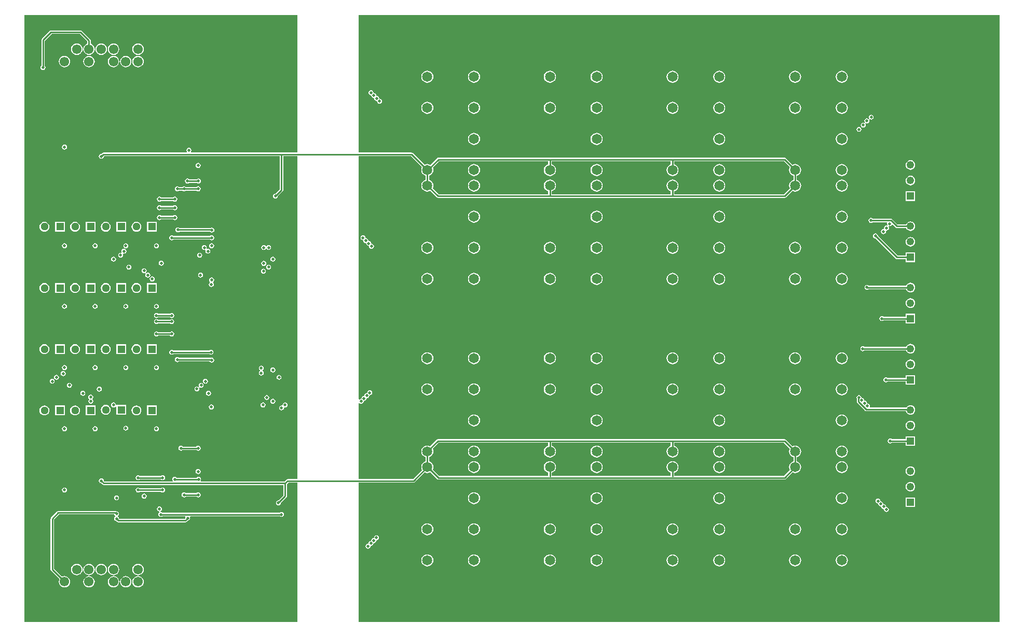
<source format=gbl>
G04 Layer_Physical_Order=4*
G04 Layer_Color=16711680*
%FSAX24Y24*%
%MOIN*%
G70*
G01*
G75*
%ADD20C,0.0100*%
%ADD22C,0.0610*%
%ADD23C,0.0650*%
%ADD24C,0.0492*%
%ADD25R,0.0492X0.0492*%
%ADD26R,0.0512X0.0512*%
%ADD27C,0.0512*%
%ADD28C,0.0197*%
G36*
X059184Y039265D02*
X059149Y039183D01*
X059136Y039083D01*
X059149Y038982D01*
X059188Y038889D01*
X059250Y038809D01*
X059330Y038747D01*
X059412Y038713D01*
Y038452D01*
X059330Y038418D01*
X059250Y038357D01*
X059188Y038276D01*
X059149Y038183D01*
X059136Y038083D01*
X059149Y037982D01*
X059184Y037900D01*
X058796Y037513D01*
X051761D01*
Y037713D01*
X051843Y037747D01*
X051924Y037809D01*
X051985Y037889D01*
X052024Y037982D01*
X052037Y038083D01*
X052024Y038183D01*
X051985Y038276D01*
X051924Y038357D01*
X051843Y038418D01*
X051750Y038457D01*
X051650Y038470D01*
X051549Y038457D01*
X051456Y038418D01*
X051376Y038357D01*
X051314Y038276D01*
X051275Y038183D01*
X051262Y038083D01*
X051275Y037982D01*
X051314Y037889D01*
X051376Y037809D01*
X051456Y037747D01*
X051538Y037713D01*
Y037513D01*
X043887D01*
Y037713D01*
X043969Y037747D01*
X044050Y037809D01*
X044111Y037889D01*
X044150Y037982D01*
X044163Y038083D01*
X044150Y038183D01*
X044111Y038276D01*
X044050Y038357D01*
X043969Y038418D01*
X043876Y038457D01*
X043776Y038470D01*
X043675Y038457D01*
X043582Y038418D01*
X043502Y038357D01*
X043440Y038276D01*
X043401Y038183D01*
X043388Y038083D01*
X043401Y037982D01*
X043440Y037889D01*
X043502Y037809D01*
X043582Y037747D01*
X043664Y037713D01*
Y037513D01*
X036629D01*
X036242Y037900D01*
X036276Y037982D01*
X036289Y038083D01*
X036276Y038183D01*
X036237Y038276D01*
X036175Y038357D01*
X036095Y038418D01*
X036013Y038452D01*
Y038713D01*
X036095Y038747D01*
X036175Y038809D01*
X036237Y038889D01*
X036276Y038982D01*
X036289Y039083D01*
X036276Y039183D01*
X036251Y039243D01*
X036660Y039653D01*
X043664D01*
Y039452D01*
X043582Y039418D01*
X043502Y039357D01*
X043440Y039276D01*
X043401Y039183D01*
X043388Y039083D01*
X043401Y038982D01*
X043440Y038889D01*
X043502Y038809D01*
X043582Y038747D01*
X043675Y038709D01*
X043776Y038695D01*
X043876Y038709D01*
X043969Y038747D01*
X044050Y038809D01*
X044111Y038889D01*
X044150Y038982D01*
X044163Y039083D01*
X044150Y039183D01*
X044111Y039276D01*
X044050Y039357D01*
X043969Y039418D01*
X043887Y039452D01*
Y039653D01*
X051538D01*
Y039452D01*
X051456Y039418D01*
X051376Y039357D01*
X051314Y039276D01*
X051275Y039183D01*
X051262Y039083D01*
X051275Y038982D01*
X051314Y038889D01*
X051376Y038809D01*
X051456Y038747D01*
X051549Y038709D01*
X051650Y038695D01*
X051750Y038709D01*
X051843Y038747D01*
X051924Y038809D01*
X051985Y038889D01*
X052024Y038982D01*
X052037Y039083D01*
X052024Y039183D01*
X051985Y039276D01*
X051924Y039357D01*
X051843Y039418D01*
X051761Y039452D01*
Y039653D01*
X058796D01*
X059184Y039265D01*
D02*
G37*
G36*
Y021155D02*
X059149Y021073D01*
X059136Y020972D01*
X059149Y020872D01*
X059188Y020779D01*
X059250Y020699D01*
X059330Y020637D01*
X059412Y020603D01*
Y020342D01*
X059330Y020308D01*
X059250Y020246D01*
X059188Y020166D01*
X059149Y020073D01*
X059136Y019972D01*
X059149Y019872D01*
X059184Y019790D01*
X058796Y019403D01*
X051761D01*
Y019603D01*
X051843Y019637D01*
X051924Y019699D01*
X051985Y019779D01*
X052024Y019872D01*
X052037Y019972D01*
X052024Y020073D01*
X051985Y020166D01*
X051924Y020246D01*
X051843Y020308D01*
X051750Y020347D01*
X051650Y020360D01*
X051549Y020347D01*
X051456Y020308D01*
X051376Y020246D01*
X051314Y020166D01*
X051275Y020073D01*
X051262Y019972D01*
X051275Y019872D01*
X051314Y019779D01*
X051376Y019699D01*
X051456Y019637D01*
X051538Y019603D01*
Y019403D01*
X043887D01*
Y019603D01*
X043969Y019637D01*
X044050Y019699D01*
X044111Y019779D01*
X044150Y019872D01*
X044163Y019972D01*
X044150Y020073D01*
X044111Y020166D01*
X044050Y020246D01*
X043969Y020308D01*
X043876Y020347D01*
X043776Y020360D01*
X043675Y020347D01*
X043582Y020308D01*
X043502Y020246D01*
X043440Y020166D01*
X043401Y020073D01*
X043388Y019972D01*
X043401Y019872D01*
X043440Y019779D01*
X043502Y019699D01*
X043582Y019637D01*
X043664Y019603D01*
Y019403D01*
X036660D01*
X036251Y019812D01*
X036276Y019872D01*
X036289Y019972D01*
X036276Y020073D01*
X036237Y020166D01*
X036175Y020246D01*
X036095Y020308D01*
X036013Y020342D01*
Y020603D01*
X036095Y020637D01*
X036175Y020699D01*
X036237Y020779D01*
X036276Y020872D01*
X036289Y020972D01*
X036276Y021073D01*
X036242Y021155D01*
X036629Y021542D01*
X043664D01*
Y021342D01*
X043582Y021308D01*
X043502Y021246D01*
X043440Y021166D01*
X043401Y021073D01*
X043388Y020972D01*
X043401Y020872D01*
X043440Y020779D01*
X043502Y020699D01*
X043582Y020637D01*
X043675Y020598D01*
X043776Y020585D01*
X043876Y020598D01*
X043969Y020637D01*
X044050Y020699D01*
X044111Y020779D01*
X044150Y020872D01*
X044163Y020972D01*
X044150Y021073D01*
X044111Y021166D01*
X044050Y021246D01*
X043969Y021308D01*
X043887Y021342D01*
Y021542D01*
X051538D01*
Y021342D01*
X051456Y021308D01*
X051376Y021246D01*
X051314Y021166D01*
X051275Y021073D01*
X051262Y020972D01*
X051275Y020872D01*
X051314Y020779D01*
X051376Y020699D01*
X051456Y020637D01*
X051549Y020598D01*
X051650Y020585D01*
X051750Y020598D01*
X051843Y020637D01*
X051924Y020699D01*
X051985Y020779D01*
X052024Y020872D01*
X052037Y020972D01*
X052024Y021073D01*
X051985Y021166D01*
X051924Y021246D01*
X051843Y021308D01*
X051761Y021342D01*
Y021542D01*
X058796D01*
X059184Y021155D01*
D02*
G37*
G36*
X072654Y010023D02*
X031496D01*
Y018983D01*
X035024D01*
X035024Y018983D01*
X035066Y018992D01*
X035102Y019016D01*
X035719Y019632D01*
X035801Y019598D01*
X035902Y019585D01*
X036002Y019598D01*
X036095Y019637D01*
X036104Y019644D01*
X036536Y019213D01*
X036536Y019213D01*
X036572Y019189D01*
X036614Y019180D01*
X036614Y019180D01*
X058843D01*
X058843Y019180D01*
X058885Y019189D01*
X058921Y019213D01*
X059341Y019632D01*
X059423Y019598D01*
X059524Y019585D01*
X059624Y019598D01*
X059717Y019637D01*
X059798Y019699D01*
X059859Y019779D01*
X059898Y019872D01*
X059911Y019972D01*
X059898Y020073D01*
X059859Y020166D01*
X059798Y020246D01*
X059717Y020308D01*
X059635Y020342D01*
Y020603D01*
X059717Y020637D01*
X059798Y020699D01*
X059859Y020779D01*
X059898Y020872D01*
X059911Y020972D01*
X059898Y021073D01*
X059859Y021166D01*
X059798Y021246D01*
X059717Y021308D01*
X059624Y021347D01*
X059524Y021360D01*
X059423Y021347D01*
X059341Y021312D01*
X058921Y021732D01*
X058885Y021756D01*
X058843Y021765D01*
X058843Y021765D01*
X036583D01*
X036583Y021765D01*
X036540Y021756D01*
X036504Y021732D01*
X036504Y021732D01*
X036084Y021312D01*
X036002Y021347D01*
X035902Y021360D01*
X035801Y021347D01*
X035708Y021308D01*
X035628Y021246D01*
X035566Y021166D01*
X035527Y021073D01*
X035514Y020972D01*
X035527Y020872D01*
X035566Y020779D01*
X035628Y020699D01*
X035708Y020637D01*
X035790Y020603D01*
Y020342D01*
X035708Y020308D01*
X035628Y020246D01*
X035566Y020166D01*
X035527Y020073D01*
X035514Y019972D01*
X035527Y019872D01*
X035562Y019790D01*
X034978Y019206D01*
X031496D01*
Y024075D01*
X031520Y024088D01*
X031546Y024095D01*
X031592Y024064D01*
X031654Y024052D01*
X031715Y024064D01*
X031767Y024099D01*
X031802Y024151D01*
X031809Y024188D01*
X031828Y024220D01*
X031860Y024239D01*
X031897Y024246D01*
X031949Y024281D01*
X031984Y024333D01*
X031991Y024370D01*
X032010Y024403D01*
X032042Y024421D01*
X032079Y024428D01*
X032131Y024463D01*
X032166Y024515D01*
X032173Y024552D01*
X032192Y024585D01*
X032224Y024603D01*
X032261Y024610D01*
X032313Y024645D01*
X032348Y024697D01*
X032360Y024759D01*
X032348Y024820D01*
X032313Y024872D01*
X032261Y024907D01*
X032200Y024919D01*
X032138Y024907D01*
X032086Y024872D01*
X032051Y024820D01*
X032044Y024783D01*
X032026Y024751D01*
X031993Y024732D01*
X031956Y024725D01*
X031904Y024690D01*
X031869Y024638D01*
X031862Y024601D01*
X031843Y024569D01*
X031811Y024550D01*
X031774Y024543D01*
X031722Y024508D01*
X031687Y024456D01*
X031680Y024419D01*
X031661Y024387D01*
X031629Y024368D01*
X031592Y024361D01*
X031546Y024330D01*
X031520Y024337D01*
X031496Y024350D01*
Y039978D01*
X034849D01*
X035562Y039265D01*
X035527Y039183D01*
X035514Y039083D01*
X035527Y038982D01*
X035566Y038889D01*
X035628Y038809D01*
X035708Y038747D01*
X035790Y038713D01*
Y038452D01*
X035708Y038418D01*
X035628Y038357D01*
X035566Y038276D01*
X035527Y038183D01*
X035514Y038083D01*
X035527Y037982D01*
X035566Y037889D01*
X035628Y037809D01*
X035708Y037747D01*
X035801Y037709D01*
X035902Y037695D01*
X036002Y037709D01*
X036084Y037743D01*
X036504Y037323D01*
X036504Y037323D01*
X036540Y037299D01*
X036583Y037290D01*
X036583Y037290D01*
X058843D01*
X058843Y037290D01*
X058885Y037299D01*
X058921Y037323D01*
X059341Y037743D01*
X059423Y037709D01*
X059524Y037695D01*
X059624Y037709D01*
X059717Y037747D01*
X059798Y037809D01*
X059859Y037889D01*
X059898Y037982D01*
X059911Y038083D01*
X059898Y038183D01*
X059859Y038276D01*
X059798Y038357D01*
X059717Y038418D01*
X059635Y038452D01*
Y038713D01*
X059717Y038747D01*
X059798Y038809D01*
X059859Y038889D01*
X059898Y038982D01*
X059911Y039083D01*
X059898Y039183D01*
X059859Y039276D01*
X059798Y039357D01*
X059717Y039418D01*
X059624Y039457D01*
X059524Y039470D01*
X059423Y039457D01*
X059341Y039423D01*
X058921Y039842D01*
X058885Y039867D01*
X058843Y039875D01*
X058843Y039875D01*
X036614D01*
X036572Y039867D01*
X036536Y039842D01*
X036536Y039842D01*
X036104Y039411D01*
X036095Y039418D01*
X036002Y039457D01*
X035902Y039470D01*
X035801Y039457D01*
X035719Y039423D01*
X034974Y040168D01*
X034937Y040192D01*
X034895Y040201D01*
X034895Y040201D01*
X031496D01*
Y049032D01*
X072654D01*
Y010023D01*
D02*
G37*
G36*
X027559Y040201D02*
X020733D01*
X020722Y040215D01*
X020711Y040251D01*
X020739Y040293D01*
X020751Y040354D01*
X020739Y040416D01*
X020704Y040468D01*
X020652Y040503D01*
X020591Y040515D01*
X020529Y040503D01*
X020477Y040468D01*
X020442Y040416D01*
X020430Y040354D01*
X020442Y040293D01*
X020470Y040251D01*
X020459Y040215D01*
X020448Y040201D01*
X015089D01*
X015089Y040201D01*
X015047Y040192D01*
X015011Y040168D01*
X014963Y040121D01*
X014961Y040121D01*
X014899Y040109D01*
X014847Y040074D01*
X014812Y040022D01*
X014800Y039961D01*
X014812Y039899D01*
X014847Y039847D01*
X014899Y039812D01*
X014961Y039800D01*
X015022Y039812D01*
X015074Y039847D01*
X015109Y039899D01*
X015121Y039961D01*
X015166Y039978D01*
X026424D01*
Y037841D01*
X026144Y037562D01*
X026142Y037562D01*
X026080Y037550D01*
X026028Y037515D01*
X025993Y037463D01*
X025981Y037402D01*
X025993Y037340D01*
X026028Y037288D01*
X026080Y037253D01*
X026142Y037241D01*
X026203Y037253D01*
X026255Y037288D01*
X026290Y037340D01*
X026302Y037402D01*
X026302Y037404D01*
X026614Y037717D01*
X026614Y037717D01*
X026638Y037753D01*
X026647Y037795D01*
Y039978D01*
X027559D01*
Y019206D01*
X026929D01*
X026887Y019197D01*
X026851Y019173D01*
X026851Y019173D01*
X026726Y019048D01*
X021367D01*
X021340Y019098D01*
X021357Y019124D01*
X021369Y019185D01*
X021357Y019246D01*
X021322Y019299D01*
X021270Y019333D01*
X021209Y019346D01*
X021147Y019333D01*
X021095Y019299D01*
X021094Y019296D01*
X019808D01*
X019799Y019310D01*
X019746Y019345D01*
X019685Y019357D01*
X019624Y019345D01*
X019571Y019310D01*
X019537Y019258D01*
X019524Y019197D01*
X019537Y019135D01*
X019562Y019098D01*
X019542Y019051D01*
X019539Y019048D01*
X015164D01*
X015121Y019092D01*
X015121Y019094D01*
X015109Y019156D01*
X015074Y019208D01*
X015022Y019243D01*
X014961Y019255D01*
X014899Y019243D01*
X014847Y019208D01*
X014812Y019156D01*
X014800Y019094D01*
X014812Y019033D01*
X014847Y018981D01*
X014899Y018946D01*
X014961Y018934D01*
X014963Y018934D01*
X015039Y018858D01*
X015039Y018858D01*
X015076Y018834D01*
X015118Y018826D01*
X026660D01*
Y018156D01*
X026341Y017837D01*
X026339Y017838D01*
X026277Y017826D01*
X026225Y017791D01*
X026190Y017739D01*
X026178Y017677D01*
X026190Y017616D01*
X026225Y017564D01*
X026277Y017529D01*
X026339Y017517D01*
X026400Y017529D01*
X026452Y017564D01*
X026487Y017616D01*
X026499Y017677D01*
X026499Y017680D01*
X026850Y018032D01*
X026874Y018068D01*
X026883Y018110D01*
X026883Y018110D01*
Y018891D01*
X026975Y018983D01*
X027559D01*
Y010023D01*
X010023D01*
Y049032D01*
X027559D01*
Y040201D01*
D02*
G37*
%LPC*%
G36*
X038902Y025360D02*
X038801Y025347D01*
X038708Y025308D01*
X038628Y025246D01*
X038566Y025166D01*
X038527Y025073D01*
X038514Y024972D01*
X038527Y024872D01*
X038566Y024779D01*
X038628Y024699D01*
X038708Y024637D01*
X038801Y024598D01*
X038902Y024585D01*
X039002Y024598D01*
X039095Y024637D01*
X039175Y024699D01*
X039237Y024779D01*
X039276Y024872D01*
X039289Y024972D01*
X039276Y025073D01*
X039237Y025166D01*
X039175Y025246D01*
X039095Y025308D01*
X039002Y025347D01*
X038902Y025360D01*
D02*
G37*
G36*
X043776D02*
X043675Y025347D01*
X043582Y025308D01*
X043502Y025246D01*
X043440Y025166D01*
X043401Y025073D01*
X043388Y024972D01*
X043401Y024872D01*
X043440Y024779D01*
X043502Y024699D01*
X043582Y024637D01*
X043675Y024598D01*
X043776Y024585D01*
X043876Y024598D01*
X043969Y024637D01*
X044050Y024699D01*
X044111Y024779D01*
X044150Y024872D01*
X044163Y024972D01*
X044150Y025073D01*
X044111Y025166D01*
X044050Y025246D01*
X043969Y025308D01*
X043876Y025347D01*
X043776Y025360D01*
D02*
G37*
G36*
X012913Y025397D02*
X012852Y025385D01*
X012800Y025350D01*
X012765Y025298D01*
X012753Y025236D01*
X012765Y025175D01*
X012800Y025123D01*
X012852Y025088D01*
X012913Y025076D01*
X012975Y025088D01*
X013027Y025123D01*
X013062Y025175D01*
X013074Y025236D01*
X013062Y025298D01*
X013027Y025350D01*
X012975Y025385D01*
X012913Y025397D01*
D02*
G37*
G36*
X021378D02*
X021317Y025385D01*
X021264Y025350D01*
X021230Y025298D01*
X021217Y025236D01*
X021230Y025175D01*
X021242Y025156D01*
X021206Y025120D01*
X021164Y025148D01*
X021102Y025161D01*
X021041Y025148D01*
X020989Y025114D01*
X020954Y025061D01*
X020942Y025000D01*
X020954Y024939D01*
X020989Y024886D01*
X021041Y024852D01*
X021102Y024839D01*
X021164Y024852D01*
X021216Y024886D01*
X021251Y024939D01*
X021263Y025000D01*
X021251Y025061D01*
X021238Y025080D01*
X021274Y025116D01*
X021317Y025088D01*
X021378Y025076D01*
X021439Y025088D01*
X021491Y025123D01*
X021526Y025175D01*
X021539Y025236D01*
X021526Y025298D01*
X021491Y025350D01*
X021439Y025385D01*
X021378Y025397D01*
D02*
G37*
G36*
X021850Y024885D02*
X021789Y024873D01*
X021737Y024838D01*
X021702Y024786D01*
X021690Y024724D01*
X021702Y024663D01*
X021737Y024611D01*
X021789Y024576D01*
X021850Y024564D01*
X021912Y024576D01*
X021964Y024611D01*
X021999Y024663D01*
X022011Y024724D01*
X021999Y024786D01*
X021964Y024838D01*
X021912Y024873D01*
X021850Y024885D01*
D02*
G37*
G36*
X035902Y025360D02*
X035801Y025347D01*
X035708Y025308D01*
X035628Y025246D01*
X035566Y025166D01*
X035527Y025073D01*
X035514Y024972D01*
X035527Y024872D01*
X035566Y024779D01*
X035628Y024699D01*
X035708Y024637D01*
X035801Y024598D01*
X035902Y024585D01*
X036002Y024598D01*
X036095Y024637D01*
X036175Y024699D01*
X036237Y024779D01*
X036276Y024872D01*
X036289Y024972D01*
X036276Y025073D01*
X036237Y025166D01*
X036175Y025246D01*
X036095Y025308D01*
X036002Y025347D01*
X035902Y025360D01*
D02*
G37*
G36*
X059524D02*
X059423Y025347D01*
X059330Y025308D01*
X059250Y025246D01*
X059188Y025166D01*
X059149Y025073D01*
X059136Y024972D01*
X059149Y024872D01*
X059188Y024779D01*
X059250Y024699D01*
X059330Y024637D01*
X059423Y024598D01*
X059524Y024585D01*
X059624Y024598D01*
X059717Y024637D01*
X059798Y024699D01*
X059859Y024779D01*
X059898Y024872D01*
X059911Y024972D01*
X059898Y025073D01*
X059859Y025166D01*
X059798Y025246D01*
X059717Y025308D01*
X059624Y025347D01*
X059524Y025360D01*
D02*
G37*
G36*
X062524D02*
X062423Y025347D01*
X062330Y025308D01*
X062250Y025246D01*
X062188Y025166D01*
X062149Y025073D01*
X062136Y024972D01*
X062149Y024872D01*
X062188Y024779D01*
X062250Y024699D01*
X062330Y024637D01*
X062423Y024598D01*
X062524Y024585D01*
X062624Y024598D01*
X062717Y024637D01*
X062798Y024699D01*
X062859Y024779D01*
X062898Y024872D01*
X062911Y024972D01*
X062898Y025073D01*
X062859Y025166D01*
X062798Y025246D01*
X062717Y025308D01*
X062624Y025347D01*
X062524Y025360D01*
D02*
G37*
G36*
X014828Y025146D02*
X014766Y025133D01*
X014714Y025099D01*
X014679Y025046D01*
X014667Y024985D01*
X014679Y024924D01*
X014714Y024871D01*
X014766Y024837D01*
X014828Y024824D01*
X014889Y024837D01*
X014941Y024871D01*
X014976Y024924D01*
X014988Y024985D01*
X014976Y025046D01*
X014941Y025099D01*
X014889Y025133D01*
X014828Y025146D01*
D02*
G37*
G36*
X046776Y025360D02*
X046675Y025347D01*
X046582Y025308D01*
X046502Y025246D01*
X046440Y025166D01*
X046401Y025073D01*
X046388Y024972D01*
X046401Y024872D01*
X046440Y024779D01*
X046502Y024699D01*
X046582Y024637D01*
X046675Y024598D01*
X046776Y024585D01*
X046876Y024598D01*
X046969Y024637D01*
X047049Y024699D01*
X047111Y024779D01*
X047150Y024872D01*
X047163Y024972D01*
X047150Y025073D01*
X047111Y025166D01*
X047049Y025246D01*
X046969Y025308D01*
X046876Y025347D01*
X046776Y025360D01*
D02*
G37*
G36*
X051650D02*
X051549Y025347D01*
X051456Y025308D01*
X051376Y025246D01*
X051314Y025166D01*
X051275Y025073D01*
X051262Y024972D01*
X051275Y024872D01*
X051314Y024779D01*
X051376Y024699D01*
X051456Y024637D01*
X051549Y024598D01*
X051650Y024585D01*
X051750Y024598D01*
X051843Y024637D01*
X051924Y024699D01*
X051985Y024779D01*
X052024Y024872D01*
X052037Y024972D01*
X052024Y025073D01*
X051985Y025166D01*
X051924Y025246D01*
X051843Y025308D01*
X051750Y025347D01*
X051650Y025360D01*
D02*
G37*
G36*
X054650D02*
X054549Y025347D01*
X054456Y025308D01*
X054376Y025246D01*
X054314Y025166D01*
X054275Y025073D01*
X054262Y024972D01*
X054275Y024872D01*
X054314Y024779D01*
X054376Y024699D01*
X054456Y024637D01*
X054549Y024598D01*
X054650Y024585D01*
X054750Y024598D01*
X054843Y024637D01*
X054924Y024699D01*
X054985Y024779D01*
X055024Y024872D01*
X055037Y024972D01*
X055024Y025073D01*
X054985Y025166D01*
X054924Y025246D01*
X054843Y025308D01*
X054750Y025347D01*
X054650Y025360D01*
D02*
G37*
G36*
X013780Y024885D02*
X013718Y024873D01*
X013666Y024838D01*
X013631Y024786D01*
X013619Y024724D01*
X013631Y024663D01*
X013666Y024611D01*
X013718Y024576D01*
X013780Y024564D01*
X013841Y024576D01*
X013893Y024611D01*
X013928Y024663D01*
X013940Y024724D01*
X013928Y024786D01*
X013893Y024838D01*
X013841Y024873D01*
X013780Y024885D01*
D02*
G37*
G36*
X014595Y023937D02*
X013964D01*
Y023307D01*
X014595D01*
Y023937D01*
D02*
G37*
G36*
X018532D02*
X017901D01*
Y023307D01*
X018532D01*
Y023937D01*
D02*
G37*
G36*
X015248Y023979D02*
X015166Y023968D01*
X015089Y023937D01*
X015023Y023886D01*
X014973Y023820D01*
X014941Y023744D01*
X014930Y023661D01*
X014941Y023579D01*
X014973Y023503D01*
X015023Y023437D01*
X015089Y023386D01*
X015166Y023354D01*
X015248Y023344D01*
X015330Y023354D01*
X015407Y023386D01*
X015473Y023437D01*
X015523Y023503D01*
X015555Y023579D01*
X015566Y023661D01*
X015555Y023744D01*
X015523Y023820D01*
X015473Y023886D01*
X015407Y023937D01*
X015330Y023968D01*
X015248Y023979D01*
D02*
G37*
G36*
X012626Y023937D02*
X011996D01*
Y023307D01*
X012626D01*
Y023937D01*
D02*
G37*
G36*
X011311Y023940D02*
X011229Y023929D01*
X011152Y023897D01*
X011086Y023847D01*
X011036Y023781D01*
X011004Y023704D01*
X010993Y023622D01*
X011004Y023540D01*
X011036Y023463D01*
X011086Y023397D01*
X011152Y023347D01*
X011229Y023315D01*
X011311Y023304D01*
X011393Y023315D01*
X011470Y023347D01*
X011536Y023397D01*
X011586Y023463D01*
X011618Y023540D01*
X011629Y023622D01*
X011618Y023704D01*
X011586Y023781D01*
X011536Y023847D01*
X011470Y023897D01*
X011393Y023929D01*
X011311Y023940D01*
D02*
G37*
G36*
X013280D02*
X013197Y023929D01*
X013121Y023897D01*
X013055Y023847D01*
X013004Y023781D01*
X012973Y023704D01*
X012962Y023622D01*
X012973Y023540D01*
X013004Y023463D01*
X013055Y023397D01*
X013121Y023347D01*
X013197Y023315D01*
X013280Y023304D01*
X013362Y023315D01*
X013438Y023347D01*
X013504Y023397D01*
X013555Y023463D01*
X013586Y023540D01*
X013597Y023622D01*
X013586Y023704D01*
X013555Y023781D01*
X013504Y023847D01*
X013438Y023897D01*
X013362Y023929D01*
X013280Y023940D01*
D02*
G37*
G36*
X017217D02*
X017134Y023929D01*
X017058Y023897D01*
X016992Y023847D01*
X016941Y023781D01*
X016910Y023704D01*
X016899Y023622D01*
X016910Y023540D01*
X016941Y023463D01*
X016992Y023397D01*
X017058Y023347D01*
X017134Y023315D01*
X017217Y023304D01*
X017299Y023315D01*
X017375Y023347D01*
X017441Y023397D01*
X017492Y023463D01*
X017523Y023540D01*
X017534Y023622D01*
X017523Y023704D01*
X017492Y023781D01*
X017441Y023847D01*
X017375Y023897D01*
X017299Y023929D01*
X017217Y023940D01*
D02*
G37*
G36*
X063622Y024609D02*
X063561Y024597D01*
X063509Y024562D01*
X063474Y024510D01*
X063461Y024449D01*
X063474Y024387D01*
X063485Y024370D01*
Y024181D01*
X063485Y024181D01*
X063494Y024138D01*
X063518Y024102D01*
X064004Y023617D01*
X064004Y023617D01*
X064040Y023592D01*
X064082Y023584D01*
X064082Y023584D01*
X066631D01*
X066632Y023574D01*
X066663Y023500D01*
X066712Y023436D01*
X066775Y023387D01*
X066849Y023356D01*
X066929Y023346D01*
X067009Y023356D01*
X067083Y023387D01*
X067147Y023436D01*
X067196Y023500D01*
X067226Y023574D01*
X067237Y023654D01*
X067226Y023733D01*
X067196Y023807D01*
X067147Y023871D01*
X067083Y023920D01*
X067009Y023951D01*
X066929Y023961D01*
X066849Y023951D01*
X066775Y023920D01*
X066712Y023871D01*
X066663Y023807D01*
X066662Y023806D01*
X064349D01*
X064320Y023856D01*
X064329Y023903D01*
X064317Y023964D01*
X064282Y024016D01*
X064230Y024051D01*
X064192Y024058D01*
X064160Y024077D01*
X064142Y024109D01*
X064135Y024146D01*
X064100Y024198D01*
X064048Y024233D01*
X064010Y024240D01*
X063978Y024259D01*
X063960Y024291D01*
X063952Y024328D01*
X063918Y024380D01*
X063866Y024415D01*
X063828Y024423D01*
X063796Y024441D01*
X063778Y024473D01*
X063770Y024510D01*
X063736Y024562D01*
X063683Y024597D01*
X063622Y024609D01*
D02*
G37*
G36*
X014286Y024631D02*
X014224Y024618D01*
X014172Y024584D01*
X014137Y024532D01*
X014125Y024470D01*
X014137Y024409D01*
X014160Y024375D01*
X014178Y024326D01*
X014143Y024274D01*
X014131Y024213D01*
X014143Y024151D01*
X014178Y024099D01*
X014230Y024064D01*
X014291Y024052D01*
X014353Y024064D01*
X014405Y024099D01*
X014440Y024151D01*
X014452Y024213D01*
X014440Y024274D01*
X014417Y024308D01*
X014399Y024357D01*
X014434Y024409D01*
X014446Y024470D01*
X014434Y024532D01*
X014399Y024584D01*
X014347Y024618D01*
X014286Y024631D01*
D02*
G37*
G36*
X025984Y024373D02*
X025923Y024361D01*
X025871Y024326D01*
X025836Y024274D01*
X025824Y024213D01*
X025836Y024151D01*
X025871Y024099D01*
X025923Y024064D01*
X025984Y024052D01*
X026046Y024064D01*
X026098Y024099D01*
X026133Y024151D01*
X026145Y024213D01*
X026133Y024274D01*
X026098Y024326D01*
X026046Y024361D01*
X025984Y024373D01*
D02*
G37*
G36*
X025591Y024609D02*
X025529Y024597D01*
X025477Y024562D01*
X025442Y024510D01*
X025430Y024449D01*
X025442Y024387D01*
X025477Y024335D01*
X025529Y024300D01*
X025591Y024288D01*
X025652Y024300D01*
X025704Y024335D01*
X025739Y024387D01*
X025751Y024449D01*
X025739Y024510D01*
X025704Y024562D01*
X025652Y024597D01*
X025591Y024609D01*
D02*
G37*
G36*
X026772Y024137D02*
X026710Y024125D01*
X026658Y024090D01*
X026623Y024038D01*
X026611Y023976D01*
X026612Y023974D01*
X026569Y023933D01*
X026535Y023940D01*
X026474Y023928D01*
X026422Y023893D01*
X026387Y023841D01*
X026375Y023780D01*
X026387Y023718D01*
X026422Y023666D01*
X026474Y023631D01*
X026535Y023619D01*
X026597Y023631D01*
X026649Y023666D01*
X026684Y023718D01*
X026696Y023780D01*
X026695Y023782D01*
X026738Y023822D01*
X026772Y023816D01*
X026833Y023828D01*
X026885Y023863D01*
X026920Y023915D01*
X026932Y023976D01*
X026920Y024038D01*
X026885Y024090D01*
X026833Y024125D01*
X026772Y024137D01*
D02*
G37*
G36*
X015748D02*
X015687Y024125D01*
X015634Y024090D01*
X015600Y024038D01*
X015587Y023976D01*
X015600Y023915D01*
X015634Y023863D01*
X015687Y023828D01*
X015748Y023816D01*
X015809Y023828D01*
X015862Y023863D01*
X015883Y023895D01*
X015933Y023880D01*
Y023346D01*
X016563D01*
Y023976D01*
X015956D01*
X015933Y023976D01*
X015901Y024013D01*
X015896Y024038D01*
X015862Y024090D01*
X015809Y024125D01*
X015748Y024137D01*
D02*
G37*
G36*
X022030Y024001D02*
X021968Y023989D01*
X021916Y023954D01*
X021881Y023902D01*
X021869Y023841D01*
X021881Y023779D01*
X021916Y023727D01*
X021968Y023692D01*
X022030Y023680D01*
X022091Y023692D01*
X022143Y023727D01*
X022178Y023779D01*
X022190Y023841D01*
X022178Y023902D01*
X022143Y023954D01*
X022091Y023989D01*
X022030Y024001D01*
D02*
G37*
G36*
X025354Y024137D02*
X025293Y024125D01*
X025241Y024090D01*
X025206Y024038D01*
X025194Y023976D01*
X025206Y023915D01*
X025241Y023863D01*
X025293Y023828D01*
X025354Y023816D01*
X025416Y023828D01*
X025468Y023863D01*
X025503Y023915D01*
X025515Y023976D01*
X025503Y024038D01*
X025500Y024042D01*
X025496Y024058D01*
X025472Y024094D01*
X025436Y024118D01*
X025420Y024122D01*
X025416Y024125D01*
X025354Y024137D01*
D02*
G37*
G36*
X019842Y027050D02*
X019781Y027038D01*
X019729Y027003D01*
X019694Y026951D01*
X019682Y026890D01*
X019694Y026828D01*
X019729Y026776D01*
X019781Y026741D01*
X019842Y026729D01*
X019904Y026741D01*
X019956Y026776D01*
X019958Y026779D01*
X021906D01*
X021934Y026737D01*
X021986Y026702D01*
X022047Y026690D01*
X022109Y026702D01*
X022161Y026737D01*
X022196Y026789D01*
X022208Y026850D01*
X022196Y026912D01*
X022161Y026964D01*
X022109Y026999D01*
X022047Y027011D01*
X021997Y027001D01*
X019958D01*
X019956Y027003D01*
X019904Y027038D01*
X019842Y027050D01*
D02*
G37*
G36*
X062524Y027360D02*
X062423Y027347D01*
X062330Y027308D01*
X062250Y027246D01*
X062188Y027166D01*
X062149Y027073D01*
X062136Y026972D01*
X062149Y026872D01*
X062188Y026779D01*
X062250Y026699D01*
X062330Y026637D01*
X062423Y026598D01*
X062524Y026585D01*
X062624Y026598D01*
X062717Y026637D01*
X062798Y026699D01*
X062859Y026779D01*
X062898Y026872D01*
X062911Y026972D01*
X062898Y027073D01*
X062859Y027166D01*
X062798Y027246D01*
X062717Y027308D01*
X062624Y027347D01*
X062524Y027360D01*
D02*
G37*
G36*
X011311Y027877D02*
X011229Y027866D01*
X011152Y027834D01*
X011086Y027784D01*
X011036Y027718D01*
X011004Y027641D01*
X010993Y027559D01*
X011004Y027477D01*
X011036Y027400D01*
X011086Y027334D01*
X011152Y027284D01*
X011229Y027252D01*
X011311Y027241D01*
X011393Y027252D01*
X011470Y027284D01*
X011536Y027334D01*
X011586Y027400D01*
X011618Y027477D01*
X011629Y027559D01*
X011618Y027641D01*
X011586Y027718D01*
X011536Y027784D01*
X011470Y027834D01*
X011393Y027866D01*
X011311Y027877D01*
D02*
G37*
G36*
X019488Y027523D02*
X019427Y027511D01*
X019375Y027476D01*
X019340Y027424D01*
X019328Y027362D01*
X019340Y027301D01*
X019375Y027249D01*
X019427Y027214D01*
X019488Y027202D01*
X019550Y027214D01*
X019602Y027249D01*
X019603Y027251D01*
X021893D01*
X021894Y027249D01*
X021946Y027214D01*
X022008Y027202D01*
X022069Y027214D01*
X022121Y027249D01*
X022156Y027301D01*
X022168Y027362D01*
X022156Y027424D01*
X022121Y027476D01*
X022069Y027511D01*
X022008Y027523D01*
X021946Y027511D01*
X021894Y027476D01*
X021893Y027473D01*
X019603D01*
X019602Y027476D01*
X019550Y027511D01*
X019488Y027523D01*
D02*
G37*
G36*
X051650Y027360D02*
X051549Y027347D01*
X051456Y027308D01*
X051376Y027246D01*
X051314Y027166D01*
X051275Y027073D01*
X051262Y026972D01*
X051275Y026872D01*
X051314Y026779D01*
X051376Y026699D01*
X051456Y026637D01*
X051549Y026598D01*
X051650Y026585D01*
X051750Y026598D01*
X051843Y026637D01*
X051924Y026699D01*
X051985Y026779D01*
X052024Y026872D01*
X052037Y026972D01*
X052024Y027073D01*
X051985Y027166D01*
X051924Y027246D01*
X051843Y027308D01*
X051750Y027347D01*
X051650Y027360D01*
D02*
G37*
G36*
X046776D02*
X046675Y027347D01*
X046582Y027308D01*
X046502Y027246D01*
X046440Y027166D01*
X046401Y027073D01*
X046388Y026972D01*
X046401Y026872D01*
X046440Y026779D01*
X046502Y026699D01*
X046582Y026637D01*
X046675Y026598D01*
X046776Y026585D01*
X046876Y026598D01*
X046969Y026637D01*
X047049Y026699D01*
X047111Y026779D01*
X047150Y026872D01*
X047163Y026972D01*
X047150Y027073D01*
X047111Y027166D01*
X047049Y027246D01*
X046969Y027308D01*
X046876Y027347D01*
X046776Y027360D01*
D02*
G37*
G36*
X059524D02*
X059423Y027347D01*
X059330Y027308D01*
X059250Y027246D01*
X059188Y027166D01*
X059149Y027073D01*
X059136Y026972D01*
X059149Y026872D01*
X059188Y026779D01*
X059250Y026699D01*
X059330Y026637D01*
X059423Y026598D01*
X059524Y026585D01*
X059624Y026598D01*
X059717Y026637D01*
X059798Y026699D01*
X059859Y026779D01*
X059898Y026872D01*
X059911Y026972D01*
X059898Y027073D01*
X059859Y027166D01*
X059798Y027246D01*
X059717Y027308D01*
X059624Y027347D01*
X059524Y027360D01*
D02*
G37*
G36*
X054650D02*
X054549Y027347D01*
X054456Y027308D01*
X054376Y027246D01*
X054314Y027166D01*
X054275Y027073D01*
X054262Y026972D01*
X054275Y026872D01*
X054314Y026779D01*
X054376Y026699D01*
X054456Y026637D01*
X054549Y026598D01*
X054650Y026585D01*
X054750Y026598D01*
X054843Y026637D01*
X054924Y026699D01*
X054985Y026779D01*
X055024Y026872D01*
X055037Y026972D01*
X055024Y027073D01*
X054985Y027166D01*
X054924Y027246D01*
X054843Y027308D01*
X054750Y027347D01*
X054650Y027360D01*
D02*
G37*
G36*
X016563Y027874D02*
X015933D01*
Y027244D01*
X016563D01*
Y027874D01*
D02*
G37*
G36*
X014595D02*
X013964D01*
Y027244D01*
X014595D01*
Y027874D01*
D02*
G37*
G36*
X066929Y027898D02*
X066849Y027888D01*
X066775Y027857D01*
X066712Y027808D01*
X066663Y027744D01*
X066645Y027702D01*
X063987D01*
X063985Y027704D01*
X063933Y027739D01*
X063872Y027751D01*
X063810Y027739D01*
X063758Y027704D01*
X063723Y027652D01*
X063711Y027591D01*
X063723Y027529D01*
X063758Y027477D01*
X063810Y027442D01*
X063872Y027430D01*
X063933Y027442D01*
X063985Y027477D01*
X063987Y027479D01*
X066645D01*
X066663Y027437D01*
X066712Y027373D01*
X066775Y027324D01*
X066849Y027293D01*
X066929Y027283D01*
X067009Y027293D01*
X067083Y027324D01*
X067147Y027373D01*
X067196Y027437D01*
X067226Y027511D01*
X067237Y027591D01*
X067226Y027670D01*
X067196Y027744D01*
X067147Y027808D01*
X067083Y027857D01*
X067009Y027888D01*
X066929Y027898D01*
D02*
G37*
G36*
X018532Y027874D02*
X017901D01*
Y027244D01*
X018532D01*
Y027874D01*
D02*
G37*
G36*
X015248Y027877D02*
X015166Y027866D01*
X015089Y027834D01*
X015023Y027784D01*
X014973Y027718D01*
X014941Y027641D01*
X014930Y027559D01*
X014941Y027477D01*
X014973Y027400D01*
X015023Y027334D01*
X015089Y027284D01*
X015166Y027252D01*
X015248Y027241D01*
X015330Y027252D01*
X015407Y027284D01*
X015473Y027334D01*
X015523Y027400D01*
X015555Y027477D01*
X015566Y027559D01*
X015555Y027641D01*
X015523Y027718D01*
X015473Y027784D01*
X015407Y027834D01*
X015330Y027866D01*
X015248Y027877D01*
D02*
G37*
G36*
X013280D02*
X013197Y027866D01*
X013121Y027834D01*
X013055Y027784D01*
X013004Y027718D01*
X012973Y027641D01*
X012962Y027559D01*
X012973Y027477D01*
X013004Y027400D01*
X013055Y027334D01*
X013121Y027284D01*
X013197Y027252D01*
X013280Y027241D01*
X013362Y027252D01*
X013438Y027284D01*
X013504Y027334D01*
X013555Y027400D01*
X013586Y027477D01*
X013597Y027559D01*
X013586Y027641D01*
X013555Y027718D01*
X013504Y027784D01*
X013438Y027834D01*
X013362Y027866D01*
X013280Y027877D01*
D02*
G37*
G36*
X012626Y027874D02*
X011996D01*
Y027244D01*
X012626D01*
Y027874D01*
D02*
G37*
G36*
X017217Y027877D02*
X017134Y027866D01*
X017058Y027834D01*
X016992Y027784D01*
X016941Y027718D01*
X016910Y027641D01*
X016899Y027559D01*
X016910Y027477D01*
X016941Y027400D01*
X016992Y027334D01*
X017058Y027284D01*
X017134Y027252D01*
X017217Y027241D01*
X017299Y027252D01*
X017375Y027284D01*
X017441Y027334D01*
X017492Y027400D01*
X017523Y027477D01*
X017534Y027559D01*
X017523Y027641D01*
X017492Y027718D01*
X017441Y027784D01*
X017375Y027834D01*
X017299Y027866D01*
X017217Y027877D01*
D02*
G37*
G36*
X012520Y026145D02*
X012458Y026133D01*
X012406Y026098D01*
X012371Y026046D01*
X012359Y025984D01*
X012371Y025923D01*
X012406Y025871D01*
X012458Y025836D01*
X012520Y025824D01*
X012581Y025836D01*
X012633Y025871D01*
X012668Y025923D01*
X012680Y025984D01*
X012668Y026046D01*
X012633Y026098D01*
X012581Y026133D01*
X012520Y026145D01*
D02*
G37*
G36*
X067234Y025896D02*
X066624D01*
Y025702D01*
X065469D01*
X065468Y025704D01*
X065416Y025739D01*
X065354Y025751D01*
X065293Y025739D01*
X065241Y025704D01*
X065206Y025652D01*
X065194Y025591D01*
X065206Y025529D01*
X065241Y025477D01*
X065293Y025442D01*
X065354Y025430D01*
X065416Y025442D01*
X065468Y025477D01*
X065469Y025479D01*
X066624D01*
Y025285D01*
X067234D01*
Y025896D01*
D02*
G37*
G36*
X025984Y026381D02*
X025923Y026369D01*
X025871Y026334D01*
X025836Y026282D01*
X025824Y026220D01*
X025836Y026159D01*
X025871Y026107D01*
X025923Y026072D01*
X025984Y026060D01*
X026046Y026072D01*
X026098Y026107D01*
X026133Y026159D01*
X026145Y026220D01*
X026133Y026282D01*
X026098Y026334D01*
X026046Y026369D01*
X025984Y026381D01*
D02*
G37*
G36*
X025236Y026499D02*
X025175Y026487D01*
X025123Y026452D01*
X025088Y026400D01*
X025076Y026339D01*
X025088Y026277D01*
X025123Y026225D01*
X025143Y026211D01*
Y026151D01*
X025123Y026137D01*
X025088Y026085D01*
X025076Y026024D01*
X025088Y025962D01*
X025123Y025910D01*
X025175Y025875D01*
X025236Y025863D01*
X025298Y025875D01*
X025350Y025910D01*
X025385Y025962D01*
X025397Y026024D01*
X025385Y026085D01*
X025350Y026137D01*
X025329Y026151D01*
Y026211D01*
X025350Y026225D01*
X025385Y026277D01*
X025397Y026339D01*
X025385Y026400D01*
X025350Y026452D01*
X025298Y026487D01*
X025236Y026499D01*
D02*
G37*
G36*
X021654Y025654D02*
X021592Y025642D01*
X021540Y025607D01*
X021505Y025555D01*
X021493Y025494D01*
X021505Y025432D01*
X021540Y025380D01*
X021592Y025345D01*
X021654Y025333D01*
X021715Y025345D01*
X021767Y025380D01*
X021802Y025432D01*
X021814Y025494D01*
X021802Y025555D01*
X021767Y025607D01*
X021715Y025642D01*
X021654Y025654D01*
D02*
G37*
G36*
X011811D02*
X011750Y025642D01*
X011697Y025607D01*
X011663Y025555D01*
X011650Y025494D01*
X011663Y025432D01*
X011697Y025380D01*
X011750Y025345D01*
X011811Y025333D01*
X011872Y025345D01*
X011925Y025380D01*
X011959Y025432D01*
X011972Y025494D01*
X011959Y025555D01*
X011925Y025607D01*
X011872Y025642D01*
X011811Y025654D01*
D02*
G37*
G36*
X026378Y025909D02*
X026317Y025896D01*
X026264Y025862D01*
X026230Y025809D01*
X026217Y025748D01*
X026230Y025687D01*
X026264Y025634D01*
X026317Y025600D01*
X026378Y025587D01*
X026439Y025600D01*
X026491Y025634D01*
X026526Y025687D01*
X026539Y025748D01*
X026526Y025809D01*
X026491Y025862D01*
X026439Y025896D01*
X026378Y025909D01*
D02*
G37*
G36*
X012087Y025909D02*
X012025Y025896D01*
X011973Y025862D01*
X011938Y025809D01*
X011926Y025748D01*
X011938Y025687D01*
X011973Y025634D01*
X012025Y025600D01*
X012087Y025587D01*
X012148Y025600D01*
X012200Y025634D01*
X012235Y025687D01*
X012247Y025748D01*
X012235Y025809D01*
X012200Y025862D01*
X012148Y025896D01*
X012087Y025909D01*
D02*
G37*
G36*
X035902Y027360D02*
X035801Y027347D01*
X035708Y027308D01*
X035628Y027246D01*
X035566Y027166D01*
X035527Y027073D01*
X035514Y026972D01*
X035527Y026872D01*
X035566Y026779D01*
X035628Y026699D01*
X035708Y026637D01*
X035801Y026598D01*
X035902Y026585D01*
X036002Y026598D01*
X036095Y026637D01*
X036175Y026699D01*
X036237Y026779D01*
X036276Y026872D01*
X036289Y026972D01*
X036276Y027073D01*
X036237Y027166D01*
X036175Y027246D01*
X036095Y027308D01*
X036002Y027347D01*
X035902Y027360D01*
D02*
G37*
G36*
X066929Y026898D02*
X066849Y026888D01*
X066775Y026857D01*
X066712Y026808D01*
X066663Y026744D01*
X066632Y026670D01*
X066621Y026591D01*
X066632Y026511D01*
X066663Y026437D01*
X066712Y026373D01*
X066775Y026324D01*
X066849Y026293D01*
X066929Y026283D01*
X067009Y026293D01*
X067083Y026324D01*
X067147Y026373D01*
X067196Y026437D01*
X067226Y026511D01*
X067237Y026591D01*
X067226Y026670D01*
X067196Y026744D01*
X067147Y026808D01*
X067083Y026857D01*
X067009Y026888D01*
X066929Y026898D01*
D02*
G37*
G36*
X043776Y027360D02*
X043675Y027347D01*
X043582Y027308D01*
X043502Y027246D01*
X043440Y027166D01*
X043401Y027073D01*
X043388Y026972D01*
X043401Y026872D01*
X043440Y026779D01*
X043502Y026699D01*
X043582Y026637D01*
X043675Y026598D01*
X043776Y026585D01*
X043876Y026598D01*
X043969Y026637D01*
X044050Y026699D01*
X044111Y026779D01*
X044150Y026872D01*
X044163Y026972D01*
X044150Y027073D01*
X044111Y027166D01*
X044050Y027246D01*
X043969Y027308D01*
X043876Y027347D01*
X043776Y027360D01*
D02*
G37*
G36*
X038902D02*
X038801Y027347D01*
X038708Y027308D01*
X038628Y027246D01*
X038566Y027166D01*
X038527Y027073D01*
X038514Y026972D01*
X038527Y026872D01*
X038566Y026779D01*
X038628Y026699D01*
X038708Y026637D01*
X038801Y026598D01*
X038902Y026585D01*
X039002Y026598D01*
X039095Y026637D01*
X039175Y026699D01*
X039237Y026779D01*
X039276Y026872D01*
X039289Y026972D01*
X039276Y027073D01*
X039237Y027166D01*
X039175Y027246D01*
X039095Y027308D01*
X039002Y027347D01*
X038902Y027360D01*
D02*
G37*
G36*
X014567Y026539D02*
X014505Y026526D01*
X014453Y026491D01*
X014419Y026439D01*
X014406Y026378D01*
X014419Y026317D01*
X014453Y026264D01*
X014505Y026230D01*
X014567Y026217D01*
X014628Y026230D01*
X014680Y026264D01*
X014715Y026317D01*
X014727Y026378D01*
X014715Y026439D01*
X014680Y026491D01*
X014628Y026526D01*
X014567Y026539D01*
D02*
G37*
G36*
X012598D02*
X012537Y026526D01*
X012485Y026491D01*
X012450Y026439D01*
X012438Y026378D01*
X012450Y026317D01*
X012485Y026264D01*
X012537Y026230D01*
X012598Y026217D01*
X012660Y026230D01*
X012712Y026264D01*
X012747Y026317D01*
X012759Y026378D01*
X012747Y026439D01*
X012712Y026491D01*
X012660Y026526D01*
X012598Y026539D01*
D02*
G37*
G36*
X018504D02*
X018442Y026526D01*
X018390Y026491D01*
X018356Y026439D01*
X018343Y026378D01*
X018356Y026317D01*
X018390Y026264D01*
X018442Y026230D01*
X018504Y026217D01*
X018565Y026230D01*
X018617Y026264D01*
X018652Y026317D01*
X018664Y026378D01*
X018652Y026439D01*
X018617Y026491D01*
X018565Y026526D01*
X018504Y026539D01*
D02*
G37*
G36*
X016535D02*
X016474Y026526D01*
X016422Y026491D01*
X016387Y026439D01*
X016375Y026378D01*
X016387Y026317D01*
X016422Y026264D01*
X016474Y026230D01*
X016535Y026217D01*
X016597Y026230D01*
X016649Y026264D01*
X016684Y026317D01*
X016696Y026378D01*
X016684Y026439D01*
X016649Y026491D01*
X016597Y026526D01*
X016535Y026539D01*
D02*
G37*
G36*
X062524Y023360D02*
X062423Y023347D01*
X062330Y023308D01*
X062250Y023246D01*
X062188Y023166D01*
X062149Y023073D01*
X062136Y022972D01*
X062149Y022872D01*
X062188Y022779D01*
X062250Y022699D01*
X062330Y022637D01*
X062423Y022598D01*
X062524Y022585D01*
X062624Y022598D01*
X062717Y022637D01*
X062798Y022699D01*
X062859Y022779D01*
X062898Y022872D01*
X062911Y022972D01*
X062898Y023073D01*
X062859Y023166D01*
X062798Y023246D01*
X062717Y023308D01*
X062624Y023347D01*
X062524Y023360D01*
D02*
G37*
G36*
X038902Y016360D02*
X038801Y016347D01*
X038708Y016308D01*
X038628Y016246D01*
X038566Y016166D01*
X038527Y016073D01*
X038514Y015972D01*
X038527Y015872D01*
X038566Y015779D01*
X038628Y015699D01*
X038708Y015637D01*
X038801Y015598D01*
X038902Y015585D01*
X039002Y015598D01*
X039095Y015637D01*
X039175Y015699D01*
X039237Y015779D01*
X039276Y015872D01*
X039289Y015972D01*
X039276Y016073D01*
X039237Y016166D01*
X039175Y016246D01*
X039095Y016308D01*
X039002Y016347D01*
X038902Y016360D01*
D02*
G37*
G36*
X043776D02*
X043675Y016347D01*
X043582Y016308D01*
X043502Y016246D01*
X043440Y016166D01*
X043401Y016073D01*
X043388Y015972D01*
X043401Y015872D01*
X043440Y015779D01*
X043502Y015699D01*
X043582Y015637D01*
X043675Y015598D01*
X043776Y015585D01*
X043876Y015598D01*
X043969Y015637D01*
X044050Y015699D01*
X044111Y015779D01*
X044150Y015872D01*
X044163Y015972D01*
X044150Y016073D01*
X044111Y016166D01*
X044050Y016246D01*
X043969Y016308D01*
X043876Y016347D01*
X043776Y016360D01*
D02*
G37*
G36*
X046776D02*
X046675Y016347D01*
X046582Y016308D01*
X046502Y016246D01*
X046440Y016166D01*
X046401Y016073D01*
X046388Y015972D01*
X046401Y015872D01*
X046440Y015779D01*
X046502Y015699D01*
X046582Y015637D01*
X046675Y015598D01*
X046776Y015585D01*
X046876Y015598D01*
X046969Y015637D01*
X047049Y015699D01*
X047111Y015779D01*
X047150Y015872D01*
X047163Y015972D01*
X047150Y016073D01*
X047111Y016166D01*
X047049Y016246D01*
X046969Y016308D01*
X046876Y016347D01*
X046776Y016360D01*
D02*
G37*
G36*
X035902D02*
X035801Y016347D01*
X035708Y016308D01*
X035628Y016246D01*
X035566Y016166D01*
X035527Y016073D01*
X035514Y015972D01*
X035527Y015872D01*
X035566Y015779D01*
X035628Y015699D01*
X035708Y015637D01*
X035801Y015598D01*
X035902Y015585D01*
X036002Y015598D01*
X036095Y015637D01*
X036175Y015699D01*
X036237Y015779D01*
X036276Y015872D01*
X036289Y015972D01*
X036276Y016073D01*
X036237Y016166D01*
X036175Y016246D01*
X036095Y016308D01*
X036002Y016347D01*
X035902Y016360D01*
D02*
G37*
G36*
X059524Y014360D02*
X059423Y014347D01*
X059330Y014308D01*
X059250Y014246D01*
X059188Y014166D01*
X059149Y014073D01*
X059136Y013972D01*
X059149Y013872D01*
X059188Y013779D01*
X059250Y013699D01*
X059330Y013637D01*
X059423Y013598D01*
X059524Y013585D01*
X059624Y013598D01*
X059717Y013637D01*
X059798Y013699D01*
X059859Y013779D01*
X059898Y013872D01*
X059911Y013972D01*
X059898Y014073D01*
X059859Y014166D01*
X059798Y014246D01*
X059717Y014308D01*
X059624Y014347D01*
X059524Y014360D01*
D02*
G37*
G36*
X062524D02*
X062423Y014347D01*
X062330Y014308D01*
X062250Y014246D01*
X062188Y014166D01*
X062149Y014073D01*
X062136Y013972D01*
X062149Y013872D01*
X062188Y013779D01*
X062250Y013699D01*
X062330Y013637D01*
X062423Y013598D01*
X062524Y013585D01*
X062624Y013598D01*
X062717Y013637D01*
X062798Y013699D01*
X062859Y013779D01*
X062898Y013872D01*
X062911Y013972D01*
X062898Y014073D01*
X062859Y014166D01*
X062798Y014246D01*
X062717Y014308D01*
X062624Y014347D01*
X062524Y014360D01*
D02*
G37*
G36*
X032638Y015594D02*
X032576Y015581D01*
X032524Y015547D01*
X032489Y015495D01*
X032482Y015457D01*
X032464Y015425D01*
X032431Y015407D01*
X032394Y015399D01*
X032342Y015365D01*
X032307Y015312D01*
X032300Y015275D01*
X032282Y015243D01*
X032249Y015225D01*
X032212Y015217D01*
X032160Y015182D01*
X032125Y015130D01*
X032118Y015093D01*
X032099Y015061D01*
X032067Y015043D01*
X032030Y015035D01*
X031978Y015000D01*
X031943Y014948D01*
X031931Y014887D01*
X031943Y014825D01*
X031978Y014773D01*
X032030Y014739D01*
X032092Y014726D01*
X032153Y014739D01*
X032205Y014773D01*
X032240Y014825D01*
X032247Y014863D01*
X032266Y014895D01*
X032298Y014913D01*
X032335Y014921D01*
X032387Y014955D01*
X032422Y015007D01*
X032429Y015045D01*
X032448Y015077D01*
X032480Y015095D01*
X032517Y015103D01*
X032569Y015137D01*
X032604Y015190D01*
X032611Y015227D01*
X032630Y015259D01*
X032662Y015277D01*
X032699Y015285D01*
X032751Y015320D01*
X032786Y015372D01*
X032798Y015433D01*
X032786Y015495D01*
X032751Y015547D01*
X032699Y015581D01*
X032638Y015594D01*
D02*
G37*
G36*
X051650Y016360D02*
X051549Y016347D01*
X051456Y016308D01*
X051376Y016246D01*
X051314Y016166D01*
X051275Y016073D01*
X051262Y015972D01*
X051275Y015872D01*
X051314Y015779D01*
X051376Y015699D01*
X051456Y015637D01*
X051549Y015598D01*
X051650Y015585D01*
X051750Y015598D01*
X051843Y015637D01*
X051924Y015699D01*
X051985Y015779D01*
X052024Y015872D01*
X052037Y015972D01*
X052024Y016073D01*
X051985Y016166D01*
X051924Y016246D01*
X051843Y016308D01*
X051750Y016347D01*
X051650Y016360D01*
D02*
G37*
G36*
X064843Y017956D02*
X064781Y017944D01*
X064729Y017909D01*
X064694Y017857D01*
X064682Y017795D01*
X064694Y017734D01*
X064729Y017682D01*
X064781Y017647D01*
X064818Y017640D01*
X064850Y017621D01*
X064869Y017589D01*
X064876Y017552D01*
X064911Y017500D01*
X064963Y017465D01*
X065000Y017457D01*
X065032Y017439D01*
X065051Y017407D01*
X065058Y017370D01*
X065093Y017318D01*
X065145Y017283D01*
X065182Y017275D01*
X065215Y017257D01*
X065233Y017225D01*
X065240Y017188D01*
X065275Y017136D01*
X065327Y017101D01*
X065389Y017089D01*
X065450Y017101D01*
X065502Y017136D01*
X065537Y017188D01*
X065549Y017249D01*
X065537Y017311D01*
X065502Y017363D01*
X065450Y017397D01*
X065413Y017405D01*
X065381Y017423D01*
X065362Y017455D01*
X065355Y017493D01*
X065320Y017545D01*
X065268Y017579D01*
X065231Y017587D01*
X065199Y017605D01*
X065180Y017637D01*
X065173Y017675D01*
X065138Y017727D01*
X065086Y017762D01*
X065049Y017769D01*
X065017Y017787D01*
X064998Y017820D01*
X064991Y017857D01*
X064956Y017909D01*
X064904Y017944D01*
X064843Y017956D01*
D02*
G37*
G36*
X067234Y018022D02*
X066624D01*
Y017411D01*
X067234D01*
Y018022D01*
D02*
G37*
G36*
X038902Y018360D02*
X038801Y018347D01*
X038708Y018308D01*
X038628Y018246D01*
X038566Y018166D01*
X038527Y018073D01*
X038514Y017972D01*
X038527Y017872D01*
X038566Y017779D01*
X038628Y017699D01*
X038708Y017637D01*
X038801Y017598D01*
X038902Y017585D01*
X039002Y017598D01*
X039095Y017637D01*
X039175Y017699D01*
X039237Y017779D01*
X039276Y017872D01*
X039289Y017972D01*
X039276Y018073D01*
X039237Y018166D01*
X039175Y018246D01*
X039095Y018308D01*
X039002Y018347D01*
X038902Y018360D01*
D02*
G37*
G36*
X018701Y017444D02*
X018639Y017432D01*
X018587Y017397D01*
X018552Y017345D01*
X018540Y017283D01*
X018552Y017222D01*
X018587Y017170D01*
X018639Y017135D01*
X018701Y017123D01*
X018704Y017124D01*
X018718Y017077D01*
X018666Y017043D01*
X018631Y016991D01*
X018619Y016929D01*
X018631Y016868D01*
X018666Y016816D01*
X018718Y016781D01*
X018780Y016769D01*
X018841Y016781D01*
X018893Y016816D01*
X018895Y016818D01*
X020346D01*
X020373Y016768D01*
X020363Y016754D01*
X020351Y016693D01*
X020352Y016690D01*
X020308Y016647D01*
X016154D01*
X016105Y016654D01*
X016093Y016715D01*
X016058Y016767D01*
X016038Y016781D01*
Y016841D01*
X016058Y016855D01*
X016093Y016907D01*
X016105Y016968D01*
X016093Y017030D01*
X016058Y017082D01*
X016006Y017117D01*
X015945Y017129D01*
X015941Y017128D01*
X015909Y017150D01*
X015866Y017158D01*
X015866Y017158D01*
X012205D01*
X012205Y017158D01*
X012162Y017150D01*
X012126Y017126D01*
X011732Y016732D01*
X011708Y016696D01*
X011700Y016654D01*
X011700Y016654D01*
Y013386D01*
X011700Y013386D01*
X011708Y013343D01*
X011732Y013307D01*
X012274Y012766D01*
X012244Y012693D01*
X012231Y012598D01*
X012244Y012503D01*
X012280Y012415D01*
X012339Y012339D01*
X012415Y012280D01*
X012503Y012244D01*
X012598Y012231D01*
X012693Y012244D01*
X012782Y012280D01*
X012858Y012339D01*
X012917Y012415D01*
X012953Y012503D01*
X012966Y012598D01*
X012953Y012693D01*
X012917Y012782D01*
X012858Y012858D01*
X012782Y012917D01*
X012693Y012953D01*
X012598Y012966D01*
X012503Y012953D01*
X012431Y012923D01*
X011922Y013432D01*
Y016607D01*
X012251Y016936D01*
X015791D01*
X015797Y016907D01*
X015831Y016855D01*
X015852Y016841D01*
Y016781D01*
X015831Y016767D01*
X015797Y016715D01*
X015784Y016654D01*
X015797Y016592D01*
X015831Y016540D01*
X015883Y016505D01*
X015945Y016493D01*
X015948Y016494D01*
X015984Y016457D01*
X015984Y016457D01*
X016020Y016433D01*
X016063Y016424D01*
X016063Y016424D01*
X020354D01*
X020354Y016424D01*
X020397Y016433D01*
X020433Y016457D01*
X020509Y016533D01*
X020512Y016532D01*
X020573Y016545D01*
X020625Y016579D01*
X020660Y016631D01*
X020672Y016693D01*
X020660Y016754D01*
X020651Y016768D01*
X020678Y016818D01*
X026420D01*
X026422Y016816D01*
X026474Y016781D01*
X026535Y016769D01*
X026597Y016781D01*
X026649Y016816D01*
X026684Y016868D01*
X026696Y016929D01*
X026684Y016991D01*
X026649Y017043D01*
X026597Y017077D01*
X026535Y017090D01*
X026474Y017077D01*
X026422Y017043D01*
X026420Y017040D01*
X018895D01*
X018893Y017043D01*
X018841Y017077D01*
X018780Y017090D01*
X018777Y017089D01*
X018762Y017135D01*
X018814Y017170D01*
X018849Y017222D01*
X018861Y017283D01*
X018849Y017345D01*
X018814Y017397D01*
X018762Y017432D01*
X018701Y017444D01*
D02*
G37*
G36*
X054650Y016360D02*
X054549Y016347D01*
X054456Y016308D01*
X054376Y016246D01*
X054314Y016166D01*
X054275Y016073D01*
X054262Y015972D01*
X054275Y015872D01*
X054314Y015779D01*
X054376Y015699D01*
X054456Y015637D01*
X054549Y015598D01*
X054650Y015585D01*
X054750Y015598D01*
X054843Y015637D01*
X054924Y015699D01*
X054985Y015779D01*
X055024Y015872D01*
X055037Y015972D01*
X055024Y016073D01*
X054985Y016166D01*
X054924Y016246D01*
X054843Y016308D01*
X054750Y016347D01*
X054650Y016360D01*
D02*
G37*
G36*
X059524D02*
X059423Y016347D01*
X059330Y016308D01*
X059250Y016246D01*
X059188Y016166D01*
X059149Y016073D01*
X059136Y015972D01*
X059149Y015872D01*
X059188Y015779D01*
X059250Y015699D01*
X059330Y015637D01*
X059423Y015598D01*
X059524Y015585D01*
X059624Y015598D01*
X059717Y015637D01*
X059798Y015699D01*
X059859Y015779D01*
X059898Y015872D01*
X059911Y015972D01*
X059898Y016073D01*
X059859Y016166D01*
X059798Y016246D01*
X059717Y016308D01*
X059624Y016347D01*
X059524Y016360D01*
D02*
G37*
G36*
X062524D02*
X062423Y016347D01*
X062330Y016308D01*
X062250Y016246D01*
X062188Y016166D01*
X062149Y016073D01*
X062136Y015972D01*
X062149Y015872D01*
X062188Y015779D01*
X062250Y015699D01*
X062330Y015637D01*
X062423Y015598D01*
X062524Y015585D01*
X062624Y015598D01*
X062717Y015637D01*
X062798Y015699D01*
X062859Y015779D01*
X062898Y015872D01*
X062911Y015972D01*
X062898Y016073D01*
X062859Y016166D01*
X062798Y016246D01*
X062717Y016308D01*
X062624Y016347D01*
X062524Y016360D01*
D02*
G37*
G36*
X013386Y013753D02*
X013291Y013741D01*
X013202Y013704D01*
X013126Y013646D01*
X013068Y013569D01*
X013031Y013481D01*
X013019Y013386D01*
X013031Y013291D01*
X013068Y013202D01*
X013126Y013126D01*
X013202Y013068D01*
X013291Y013031D01*
X013386Y013019D01*
X013481Y013031D01*
X013569Y013068D01*
X013646Y013126D01*
X013704Y013202D01*
X013741Y013291D01*
X013753Y013386D01*
X013741Y013481D01*
X013704Y013569D01*
X013646Y013646D01*
X013569Y013704D01*
X013481Y013741D01*
X013386Y013753D01*
D02*
G37*
G36*
X014173D02*
X014078Y013741D01*
X013990Y013704D01*
X013914Y013646D01*
X013855Y013569D01*
X013818Y013481D01*
X013806Y013386D01*
X013818Y013291D01*
X013855Y013202D01*
X013914Y013126D01*
X013990Y013068D01*
X014078Y013031D01*
X014173Y013019D01*
X014268Y013031D01*
X014357Y013068D01*
X014433Y013126D01*
X014491Y013202D01*
X014528Y013291D01*
X014541Y013386D01*
X014528Y013481D01*
X014491Y013569D01*
X014433Y013646D01*
X014357Y013704D01*
X014268Y013741D01*
X014173Y013753D01*
D02*
G37*
G36*
X014961D02*
X014866Y013741D01*
X014777Y013704D01*
X014701Y013646D01*
X014643Y013569D01*
X014606Y013481D01*
X014593Y013386D01*
X014606Y013291D01*
X014643Y013202D01*
X014701Y013126D01*
X014777Y013068D01*
X014866Y013031D01*
X014961Y013019D01*
X015056Y013031D01*
X015144Y013068D01*
X015220Y013126D01*
X015279Y013202D01*
X015315Y013291D01*
X015328Y013386D01*
X015315Y013481D01*
X015279Y013569D01*
X015220Y013646D01*
X015144Y013704D01*
X015056Y013741D01*
X014961Y013753D01*
D02*
G37*
G36*
X017323Y012966D02*
X017228Y012953D01*
X017139Y012917D01*
X017063Y012858D01*
X017005Y012782D01*
X016968Y012693D01*
X016956Y012598D01*
X016968Y012503D01*
X017005Y012415D01*
X017063Y012339D01*
X017139Y012280D01*
X017228Y012244D01*
X017323Y012231D01*
X017418Y012244D01*
X017506Y012280D01*
X017583Y012339D01*
X017641Y012415D01*
X017678Y012503D01*
X017690Y012598D01*
X017678Y012693D01*
X017641Y012782D01*
X017583Y012858D01*
X017506Y012917D01*
X017418Y012953D01*
X017323Y012966D01*
D02*
G37*
G36*
X014173D02*
X014078Y012953D01*
X013990Y012917D01*
X013914Y012858D01*
X013855Y012782D01*
X013818Y012693D01*
X013806Y012598D01*
X013818Y012503D01*
X013855Y012415D01*
X013914Y012339D01*
X013990Y012280D01*
X014078Y012244D01*
X014173Y012231D01*
X014268Y012244D01*
X014357Y012280D01*
X014433Y012339D01*
X014491Y012415D01*
X014528Y012503D01*
X014541Y012598D01*
X014528Y012693D01*
X014491Y012782D01*
X014433Y012858D01*
X014357Y012917D01*
X014268Y012953D01*
X014173Y012966D01*
D02*
G37*
G36*
X015748D02*
X015653Y012953D01*
X015564Y012917D01*
X015488Y012858D01*
X015430Y012782D01*
X015393Y012693D01*
X015381Y012598D01*
X015393Y012503D01*
X015430Y012415D01*
X015488Y012339D01*
X015564Y012280D01*
X015653Y012244D01*
X015748Y012231D01*
X015843Y012244D01*
X015932Y012280D01*
X016008Y012339D01*
X016066Y012415D01*
X016103Y012503D01*
X016115Y012598D01*
X016103Y012693D01*
X016066Y012782D01*
X016008Y012858D01*
X015932Y012917D01*
X015843Y012953D01*
X015748Y012966D01*
D02*
G37*
G36*
X016535D02*
X016440Y012953D01*
X016352Y012917D01*
X016276Y012858D01*
X016217Y012782D01*
X016181Y012693D01*
X016168Y012598D01*
X016181Y012503D01*
X016217Y012415D01*
X016276Y012339D01*
X016352Y012280D01*
X016440Y012244D01*
X016535Y012231D01*
X016631Y012244D01*
X016719Y012280D01*
X016795Y012339D01*
X016854Y012415D01*
X016890Y012503D01*
X016903Y012598D01*
X016890Y012693D01*
X016854Y012782D01*
X016795Y012858D01*
X016719Y012917D01*
X016631Y012953D01*
X016535Y012966D01*
D02*
G37*
G36*
X015748Y013753D02*
X015653Y013741D01*
X015564Y013704D01*
X015488Y013646D01*
X015430Y013569D01*
X015393Y013481D01*
X015381Y013386D01*
X015393Y013291D01*
X015430Y013202D01*
X015488Y013126D01*
X015564Y013068D01*
X015653Y013031D01*
X015748Y013019D01*
X015843Y013031D01*
X015932Y013068D01*
X016008Y013126D01*
X016066Y013202D01*
X016103Y013291D01*
X016115Y013386D01*
X016103Y013481D01*
X016066Y013569D01*
X016008Y013646D01*
X015932Y013704D01*
X015843Y013741D01*
X015748Y013753D01*
D02*
G37*
G36*
X046776Y014360D02*
X046675Y014347D01*
X046582Y014308D01*
X046502Y014246D01*
X046440Y014166D01*
X046401Y014073D01*
X046388Y013972D01*
X046401Y013872D01*
X046440Y013779D01*
X046502Y013699D01*
X046582Y013637D01*
X046675Y013598D01*
X046776Y013585D01*
X046876Y013598D01*
X046969Y013637D01*
X047049Y013699D01*
X047111Y013779D01*
X047150Y013872D01*
X047163Y013972D01*
X047150Y014073D01*
X047111Y014166D01*
X047049Y014246D01*
X046969Y014308D01*
X046876Y014347D01*
X046776Y014360D01*
D02*
G37*
G36*
X051650D02*
X051549Y014347D01*
X051456Y014308D01*
X051376Y014246D01*
X051314Y014166D01*
X051275Y014073D01*
X051262Y013972D01*
X051275Y013872D01*
X051314Y013779D01*
X051376Y013699D01*
X051456Y013637D01*
X051549Y013598D01*
X051650Y013585D01*
X051750Y013598D01*
X051843Y013637D01*
X051924Y013699D01*
X051985Y013779D01*
X052024Y013872D01*
X052037Y013972D01*
X052024Y014073D01*
X051985Y014166D01*
X051924Y014246D01*
X051843Y014308D01*
X051750Y014347D01*
X051650Y014360D01*
D02*
G37*
G36*
X054650D02*
X054549Y014347D01*
X054456Y014308D01*
X054376Y014246D01*
X054314Y014166D01*
X054275Y014073D01*
X054262Y013972D01*
X054275Y013872D01*
X054314Y013779D01*
X054376Y013699D01*
X054456Y013637D01*
X054549Y013598D01*
X054650Y013585D01*
X054750Y013598D01*
X054843Y013637D01*
X054924Y013699D01*
X054985Y013779D01*
X055024Y013872D01*
X055037Y013972D01*
X055024Y014073D01*
X054985Y014166D01*
X054924Y014246D01*
X054843Y014308D01*
X054750Y014347D01*
X054650Y014360D01*
D02*
G37*
G36*
X043776D02*
X043675Y014347D01*
X043582Y014308D01*
X043502Y014246D01*
X043440Y014166D01*
X043401Y014073D01*
X043388Y013972D01*
X043401Y013872D01*
X043440Y013779D01*
X043502Y013699D01*
X043582Y013637D01*
X043675Y013598D01*
X043776Y013585D01*
X043876Y013598D01*
X043969Y013637D01*
X044050Y013699D01*
X044111Y013779D01*
X044150Y013872D01*
X044163Y013972D01*
X044150Y014073D01*
X044111Y014166D01*
X044050Y014246D01*
X043969Y014308D01*
X043876Y014347D01*
X043776Y014360D01*
D02*
G37*
G36*
X017323Y013753D02*
X017228Y013741D01*
X017139Y013704D01*
X017063Y013646D01*
X017005Y013569D01*
X016968Y013481D01*
X016956Y013386D01*
X016968Y013291D01*
X017005Y013202D01*
X017063Y013126D01*
X017139Y013068D01*
X017228Y013031D01*
X017323Y013019D01*
X017418Y013031D01*
X017506Y013068D01*
X017583Y013126D01*
X017641Y013202D01*
X017678Y013291D01*
X017690Y013386D01*
X017678Y013481D01*
X017641Y013569D01*
X017583Y013646D01*
X017506Y013704D01*
X017418Y013741D01*
X017323Y013753D01*
D02*
G37*
G36*
X035902Y014360D02*
X035801Y014347D01*
X035708Y014308D01*
X035628Y014246D01*
X035566Y014166D01*
X035527Y014073D01*
X035514Y013972D01*
X035527Y013872D01*
X035566Y013779D01*
X035628Y013699D01*
X035708Y013637D01*
X035801Y013598D01*
X035902Y013585D01*
X036002Y013598D01*
X036095Y013637D01*
X036175Y013699D01*
X036237Y013779D01*
X036276Y013872D01*
X036289Y013972D01*
X036276Y014073D01*
X036237Y014166D01*
X036175Y014246D01*
X036095Y014308D01*
X036002Y014347D01*
X035902Y014360D01*
D02*
G37*
G36*
X038902D02*
X038801Y014347D01*
X038708Y014308D01*
X038628Y014246D01*
X038566Y014166D01*
X038527Y014073D01*
X038514Y013972D01*
X038527Y013872D01*
X038566Y013779D01*
X038628Y013699D01*
X038708Y013637D01*
X038801Y013598D01*
X038902Y013585D01*
X039002Y013598D01*
X039095Y013637D01*
X039175Y013699D01*
X039237Y013779D01*
X039276Y013872D01*
X039289Y013972D01*
X039276Y014073D01*
X039237Y014166D01*
X039175Y014246D01*
X039095Y014308D01*
X039002Y014347D01*
X038902Y014360D01*
D02*
G37*
G36*
X062524Y021360D02*
X062423Y021347D01*
X062330Y021308D01*
X062250Y021246D01*
X062188Y021166D01*
X062149Y021073D01*
X062136Y020972D01*
X062149Y020872D01*
X062188Y020779D01*
X062250Y020699D01*
X062330Y020637D01*
X062423Y020598D01*
X062524Y020585D01*
X062624Y020598D01*
X062717Y020637D01*
X062798Y020699D01*
X062859Y020779D01*
X062898Y020872D01*
X062911Y020972D01*
X062898Y021073D01*
X062859Y021166D01*
X062798Y021246D01*
X062717Y021308D01*
X062624Y021347D01*
X062524Y021360D01*
D02*
G37*
G36*
X021185Y021346D02*
X021124Y021333D01*
X021072Y021299D01*
X021070Y021296D01*
X020192D01*
X020191Y021299D01*
X020138Y021333D01*
X020077Y021346D01*
X020016Y021333D01*
X019963Y021299D01*
X019929Y021246D01*
X019916Y021185D01*
X019929Y021124D01*
X019963Y021072D01*
X020016Y021037D01*
X020077Y021024D01*
X020138Y021037D01*
X020191Y021072D01*
X020192Y021074D01*
X021070D01*
X021072Y021072D01*
X021124Y021037D01*
X021185Y021024D01*
X021246Y021037D01*
X021299Y021072D01*
X021333Y021124D01*
X021346Y021185D01*
X021333Y021246D01*
X021299Y021299D01*
X021246Y021333D01*
X021185Y021346D01*
D02*
G37*
G36*
X067234Y021959D02*
X066624D01*
Y021765D01*
X065745D01*
X065743Y021767D01*
X065691Y021802D01*
X065630Y021814D01*
X065568Y021802D01*
X065516Y021767D01*
X065482Y021715D01*
X065469Y021654D01*
X065482Y021592D01*
X065516Y021540D01*
X065568Y021505D01*
X065630Y021493D01*
X065691Y021505D01*
X065743Y021540D01*
X065745Y021542D01*
X066624D01*
Y021348D01*
X067234D01*
Y021959D01*
D02*
G37*
G36*
X054650Y021360D02*
X054549Y021347D01*
X054456Y021308D01*
X054376Y021246D01*
X054314Y021166D01*
X054275Y021073D01*
X054262Y020972D01*
X054275Y020872D01*
X054314Y020779D01*
X054376Y020699D01*
X054456Y020637D01*
X054549Y020598D01*
X054650Y020585D01*
X054750Y020598D01*
X054843Y020637D01*
X054924Y020699D01*
X054985Y020779D01*
X055024Y020872D01*
X055037Y020972D01*
X055024Y021073D01*
X054985Y021166D01*
X054924Y021246D01*
X054843Y021308D01*
X054750Y021347D01*
X054650Y021360D01*
D02*
G37*
G36*
X062524Y020360D02*
X062423Y020347D01*
X062330Y020308D01*
X062250Y020246D01*
X062188Y020166D01*
X062149Y020073D01*
X062136Y019972D01*
X062149Y019872D01*
X062188Y019779D01*
X062250Y019699D01*
X062330Y019637D01*
X062423Y019598D01*
X062524Y019585D01*
X062624Y019598D01*
X062717Y019637D01*
X062798Y019699D01*
X062859Y019779D01*
X062898Y019872D01*
X062911Y019972D01*
X062898Y020073D01*
X062859Y020166D01*
X062798Y020246D01*
X062717Y020308D01*
X062624Y020347D01*
X062524Y020360D01*
D02*
G37*
G36*
X038902Y021360D02*
X038801Y021347D01*
X038708Y021308D01*
X038628Y021246D01*
X038566Y021166D01*
X038527Y021073D01*
X038514Y020972D01*
X038527Y020872D01*
X038566Y020779D01*
X038628Y020699D01*
X038708Y020637D01*
X038801Y020598D01*
X038902Y020585D01*
X039002Y020598D01*
X039095Y020637D01*
X039175Y020699D01*
X039237Y020779D01*
X039276Y020872D01*
X039289Y020972D01*
X039276Y021073D01*
X039237Y021166D01*
X039175Y021246D01*
X039095Y021308D01*
X039002Y021347D01*
X038902Y021360D01*
D02*
G37*
G36*
X046776D02*
X046675Y021347D01*
X046582Y021308D01*
X046502Y021246D01*
X046440Y021166D01*
X046401Y021073D01*
X046388Y020972D01*
X046401Y020872D01*
X046440Y020779D01*
X046502Y020699D01*
X046582Y020637D01*
X046675Y020598D01*
X046776Y020585D01*
X046876Y020598D01*
X046969Y020637D01*
X047049Y020699D01*
X047111Y020779D01*
X047150Y020872D01*
X047163Y020972D01*
X047150Y021073D01*
X047111Y021166D01*
X047049Y021246D01*
X046969Y021308D01*
X046876Y021347D01*
X046776Y021360D01*
D02*
G37*
G36*
X012598Y022602D02*
X012537Y022589D01*
X012485Y022554D01*
X012450Y022502D01*
X012438Y022441D01*
X012450Y022380D01*
X012485Y022327D01*
X012537Y022293D01*
X012598Y022280D01*
X012660Y022293D01*
X012712Y022327D01*
X012747Y022380D01*
X012759Y022441D01*
X012747Y022502D01*
X012712Y022554D01*
X012660Y022589D01*
X012598Y022602D01*
D02*
G37*
G36*
X038902Y023360D02*
X038801Y023347D01*
X038708Y023308D01*
X038628Y023246D01*
X038566Y023166D01*
X038527Y023073D01*
X038514Y022972D01*
X038527Y022872D01*
X038566Y022779D01*
X038628Y022699D01*
X038708Y022637D01*
X038801Y022598D01*
X038902Y022585D01*
X039002Y022598D01*
X039095Y022637D01*
X039175Y022699D01*
X039237Y022779D01*
X039276Y022872D01*
X039289Y022972D01*
X039276Y023073D01*
X039237Y023166D01*
X039175Y023246D01*
X039095Y023308D01*
X039002Y023347D01*
X038902Y023360D01*
D02*
G37*
G36*
X046776D02*
X046675Y023347D01*
X046582Y023308D01*
X046502Y023246D01*
X046440Y023166D01*
X046401Y023073D01*
X046388Y022972D01*
X046401Y022872D01*
X046440Y022779D01*
X046502Y022699D01*
X046582Y022637D01*
X046675Y022598D01*
X046776Y022585D01*
X046876Y022598D01*
X046969Y022637D01*
X047049Y022699D01*
X047111Y022779D01*
X047150Y022872D01*
X047163Y022972D01*
X047150Y023073D01*
X047111Y023166D01*
X047049Y023246D01*
X046969Y023308D01*
X046876Y023347D01*
X046776Y023360D01*
D02*
G37*
G36*
X054650D02*
X054549Y023347D01*
X054456Y023308D01*
X054376Y023246D01*
X054314Y023166D01*
X054275Y023073D01*
X054262Y022972D01*
X054275Y022872D01*
X054314Y022779D01*
X054376Y022699D01*
X054456Y022637D01*
X054549Y022598D01*
X054650Y022585D01*
X054750Y022598D01*
X054843Y022637D01*
X054924Y022699D01*
X054985Y022779D01*
X055024Y022872D01*
X055037Y022972D01*
X055024Y023073D01*
X054985Y023166D01*
X054924Y023246D01*
X054843Y023308D01*
X054750Y023347D01*
X054650Y023360D01*
D02*
G37*
G36*
X066929Y022961D02*
X066849Y022951D01*
X066775Y022920D01*
X066712Y022871D01*
X066663Y022807D01*
X066632Y022733D01*
X066621Y022654D01*
X066632Y022574D01*
X066663Y022500D01*
X066712Y022436D01*
X066775Y022387D01*
X066849Y022356D01*
X066929Y022346D01*
X067009Y022356D01*
X067083Y022387D01*
X067147Y022436D01*
X067196Y022500D01*
X067226Y022574D01*
X067237Y022654D01*
X067226Y022733D01*
X067196Y022807D01*
X067147Y022871D01*
X067083Y022920D01*
X067009Y022951D01*
X066929Y022961D01*
D02*
G37*
G36*
X014567Y022602D02*
X014505Y022589D01*
X014453Y022554D01*
X014419Y022502D01*
X014406Y022441D01*
X014419Y022380D01*
X014453Y022327D01*
X014505Y022293D01*
X014567Y022280D01*
X014628Y022293D01*
X014680Y022327D01*
X014715Y022380D01*
X014727Y022441D01*
X014715Y022502D01*
X014680Y022554D01*
X014628Y022589D01*
X014567Y022602D01*
D02*
G37*
G36*
X018504D02*
X018442Y022589D01*
X018390Y022554D01*
X018356Y022502D01*
X018343Y022441D01*
X018356Y022380D01*
X018390Y022327D01*
X018442Y022293D01*
X018504Y022280D01*
X018565Y022293D01*
X018617Y022327D01*
X018652Y022380D01*
X018664Y022441D01*
X018652Y022502D01*
X018617Y022554D01*
X018565Y022589D01*
X018504Y022602D01*
D02*
G37*
G36*
X016535Y022641D02*
X016474Y022629D01*
X016422Y022594D01*
X016387Y022542D01*
X016375Y022480D01*
X016387Y022419D01*
X016422Y022367D01*
X016474Y022332D01*
X016535Y022320D01*
X016597Y022332D01*
X016649Y022367D01*
X016684Y022419D01*
X016696Y022480D01*
X016684Y022542D01*
X016649Y022594D01*
X016597Y022629D01*
X016535Y022641D01*
D02*
G37*
G36*
X017717Y018271D02*
X017655Y018259D01*
X017603Y018224D01*
X017568Y018172D01*
X017556Y018110D01*
X017568Y018049D01*
X017603Y017997D01*
X017655Y017962D01*
X017717Y017950D01*
X017778Y017962D01*
X017830Y017997D01*
X017865Y018049D01*
X017877Y018110D01*
X017865Y018172D01*
X017830Y018224D01*
X017778Y018259D01*
X017717Y018271D01*
D02*
G37*
G36*
X021181Y018350D02*
X021120Y018337D01*
X021068Y018303D01*
X021066Y018300D01*
X020400D01*
X020398Y018303D01*
X020346Y018337D01*
X020284Y018350D01*
X020223Y018337D01*
X020171Y018303D01*
X020136Y018250D01*
X020124Y018189D01*
X020136Y018128D01*
X020171Y018075D01*
X020223Y018041D01*
X020284Y018028D01*
X020346Y018041D01*
X020398Y018075D01*
X020400Y018078D01*
X021066D01*
X021068Y018075D01*
X021120Y018041D01*
X021181Y018028D01*
X021243Y018041D01*
X021295Y018075D01*
X021329Y018128D01*
X021342Y018189D01*
X021329Y018250D01*
X021295Y018303D01*
X021243Y018337D01*
X021181Y018350D01*
D02*
G37*
G36*
X012598Y018664D02*
X012537Y018652D01*
X012485Y018617D01*
X012450Y018565D01*
X012438Y018504D01*
X012450Y018442D01*
X012485Y018390D01*
X012537Y018356D01*
X012598Y018343D01*
X012660Y018356D01*
X012712Y018390D01*
X012747Y018442D01*
X012759Y018504D01*
X012747Y018565D01*
X012712Y018617D01*
X012660Y018652D01*
X012598Y018664D01*
D02*
G37*
G36*
X015945Y018153D02*
X015883Y018140D01*
X015831Y018106D01*
X015797Y018054D01*
X015784Y017992D01*
X015797Y017931D01*
X015831Y017879D01*
X015883Y017844D01*
X015945Y017832D01*
X016006Y017844D01*
X016058Y017879D01*
X016093Y017931D01*
X016105Y017992D01*
X016093Y018054D01*
X016058Y018106D01*
X016006Y018140D01*
X015945Y018153D01*
D02*
G37*
G36*
X046776Y018360D02*
X046675Y018347D01*
X046582Y018308D01*
X046502Y018246D01*
X046440Y018166D01*
X046401Y018073D01*
X046388Y017972D01*
X046401Y017872D01*
X046440Y017779D01*
X046502Y017699D01*
X046582Y017637D01*
X046675Y017598D01*
X046776Y017585D01*
X046876Y017598D01*
X046969Y017637D01*
X047049Y017699D01*
X047111Y017779D01*
X047150Y017872D01*
X047163Y017972D01*
X047150Y018073D01*
X047111Y018166D01*
X047049Y018246D01*
X046969Y018308D01*
X046876Y018347D01*
X046776Y018360D01*
D02*
G37*
G36*
X054650D02*
X054549Y018347D01*
X054456Y018308D01*
X054376Y018246D01*
X054314Y018166D01*
X054275Y018073D01*
X054262Y017972D01*
X054275Y017872D01*
X054314Y017779D01*
X054376Y017699D01*
X054456Y017637D01*
X054549Y017598D01*
X054650Y017585D01*
X054750Y017598D01*
X054843Y017637D01*
X054924Y017699D01*
X054985Y017779D01*
X055024Y017872D01*
X055037Y017972D01*
X055024Y018073D01*
X054985Y018166D01*
X054924Y018246D01*
X054843Y018308D01*
X054750Y018347D01*
X054650Y018360D01*
D02*
G37*
G36*
X062524D02*
X062423Y018347D01*
X062330Y018308D01*
X062250Y018246D01*
X062188Y018166D01*
X062149Y018073D01*
X062136Y017972D01*
X062149Y017872D01*
X062188Y017779D01*
X062250Y017699D01*
X062330Y017637D01*
X062423Y017598D01*
X062524Y017585D01*
X062624Y017598D01*
X062717Y017637D01*
X062798Y017699D01*
X062859Y017779D01*
X062898Y017872D01*
X062911Y017972D01*
X062898Y018073D01*
X062859Y018166D01*
X062798Y018246D01*
X062717Y018308D01*
X062624Y018347D01*
X062524Y018360D01*
D02*
G37*
G36*
X066929Y019024D02*
X066849Y019014D01*
X066775Y018983D01*
X066712Y018934D01*
X066663Y018870D01*
X066632Y018796D01*
X066621Y018717D01*
X066632Y018637D01*
X066663Y018563D01*
X066712Y018499D01*
X066775Y018450D01*
X066849Y018419D01*
X066929Y018409D01*
X067009Y018419D01*
X067083Y018450D01*
X067147Y018499D01*
X067196Y018563D01*
X067226Y018637D01*
X067237Y018717D01*
X067226Y018796D01*
X067196Y018870D01*
X067147Y018934D01*
X067083Y018983D01*
X067009Y019014D01*
X066929Y019024D01*
D02*
G37*
G36*
X038902Y020360D02*
X038801Y020347D01*
X038708Y020308D01*
X038628Y020246D01*
X038566Y020166D01*
X038527Y020073D01*
X038514Y019972D01*
X038527Y019872D01*
X038566Y019779D01*
X038628Y019699D01*
X038708Y019637D01*
X038801Y019598D01*
X038902Y019585D01*
X039002Y019598D01*
X039095Y019637D01*
X039175Y019699D01*
X039237Y019779D01*
X039276Y019872D01*
X039289Y019972D01*
X039276Y020073D01*
X039237Y020166D01*
X039175Y020246D01*
X039095Y020308D01*
X039002Y020347D01*
X038902Y020360D01*
D02*
G37*
G36*
X046776D02*
X046675Y020347D01*
X046582Y020308D01*
X046502Y020246D01*
X046440Y020166D01*
X046401Y020073D01*
X046388Y019972D01*
X046401Y019872D01*
X046440Y019779D01*
X046502Y019699D01*
X046582Y019637D01*
X046675Y019598D01*
X046776Y019585D01*
X046876Y019598D01*
X046969Y019637D01*
X047049Y019699D01*
X047111Y019779D01*
X047150Y019872D01*
X047163Y019972D01*
X047150Y020073D01*
X047111Y020166D01*
X047049Y020246D01*
X046969Y020308D01*
X046876Y020347D01*
X046776Y020360D01*
D02*
G37*
G36*
X054650D02*
X054549Y020347D01*
X054456Y020308D01*
X054376Y020246D01*
X054314Y020166D01*
X054275Y020073D01*
X054262Y019972D01*
X054275Y019872D01*
X054314Y019779D01*
X054376Y019699D01*
X054456Y019637D01*
X054549Y019598D01*
X054650Y019585D01*
X054750Y019598D01*
X054843Y019637D01*
X054924Y019699D01*
X054985Y019779D01*
X055024Y019872D01*
X055037Y019972D01*
X055024Y020073D01*
X054985Y020166D01*
X054924Y020246D01*
X054843Y020308D01*
X054750Y020347D01*
X054650Y020360D01*
D02*
G37*
G36*
X021181Y019846D02*
X021120Y019833D01*
X021068Y019799D01*
X021033Y019746D01*
X021021Y019685D01*
X021033Y019624D01*
X021068Y019571D01*
X021120Y019537D01*
X021181Y019524D01*
X021243Y019537D01*
X021295Y019571D01*
X021329Y019624D01*
X021342Y019685D01*
X021329Y019746D01*
X021295Y019799D01*
X021243Y019833D01*
X021181Y019846D01*
D02*
G37*
G36*
X018898Y018664D02*
X018836Y018652D01*
X018784Y018617D01*
X018783Y018615D01*
X017438D01*
X017436Y018617D01*
X017384Y018652D01*
X017323Y018664D01*
X017261Y018652D01*
X017209Y018617D01*
X017174Y018565D01*
X017162Y018504D01*
X017174Y018442D01*
X017209Y018390D01*
X017261Y018356D01*
X017323Y018343D01*
X017384Y018356D01*
X017436Y018390D01*
X017438Y018393D01*
X018783D01*
X018784Y018390D01*
X018836Y018356D01*
X018898Y018343D01*
X018959Y018356D01*
X019011Y018390D01*
X019046Y018442D01*
X019058Y018504D01*
X019046Y018565D01*
X019011Y018617D01*
X018959Y018652D01*
X018898Y018664D01*
D02*
G37*
G36*
Y019452D02*
X018836Y019440D01*
X018784Y019405D01*
X018783Y019403D01*
X017438D01*
X017436Y019405D01*
X017384Y019440D01*
X017323Y019452D01*
X017261Y019440D01*
X017209Y019405D01*
X017174Y019353D01*
X017162Y019291D01*
X017174Y019230D01*
X017209Y019178D01*
X017261Y019143D01*
X017323Y019131D01*
X017384Y019143D01*
X017436Y019178D01*
X017438Y019180D01*
X018783D01*
X018784Y019178D01*
X018836Y019143D01*
X018898Y019131D01*
X018959Y019143D01*
X019011Y019178D01*
X019046Y019230D01*
X019058Y019291D01*
X019046Y019353D01*
X019011Y019405D01*
X018959Y019440D01*
X018898Y019452D01*
D02*
G37*
G36*
X066929Y020024D02*
X066849Y020014D01*
X066775Y019983D01*
X066712Y019934D01*
X066663Y019870D01*
X066632Y019796D01*
X066621Y019717D01*
X066632Y019637D01*
X066663Y019563D01*
X066712Y019499D01*
X066775Y019450D01*
X066849Y019419D01*
X066929Y019409D01*
X067009Y019419D01*
X067083Y019450D01*
X067147Y019499D01*
X067196Y019563D01*
X067226Y019637D01*
X067237Y019717D01*
X067226Y019796D01*
X067196Y019870D01*
X067147Y019934D01*
X067083Y019983D01*
X067009Y020014D01*
X066929Y020024D01*
D02*
G37*
G36*
X019488Y028704D02*
X019427Y028692D01*
X019375Y028657D01*
X019373Y028654D01*
X018619D01*
X018617Y028657D01*
X018565Y028692D01*
X018504Y028704D01*
X018442Y028692D01*
X018390Y028657D01*
X018356Y028605D01*
X018343Y028543D01*
X018356Y028482D01*
X018390Y028430D01*
X018442Y028395D01*
X018504Y028383D01*
X018565Y028395D01*
X018617Y028430D01*
X018619Y028432D01*
X019373D01*
X019375Y028430D01*
X019427Y028395D01*
X019488Y028383D01*
X019550Y028395D01*
X019602Y028430D01*
X019637Y028482D01*
X019649Y028543D01*
X019637Y028605D01*
X019602Y028657D01*
X019550Y028692D01*
X019488Y028704D01*
D02*
G37*
G36*
X066929Y038709D02*
X066849Y038699D01*
X066775Y038668D01*
X066712Y038619D01*
X066663Y038555D01*
X066632Y038481D01*
X066621Y038402D01*
X066632Y038322D01*
X066663Y038248D01*
X066712Y038184D01*
X066775Y038135D01*
X066849Y038104D01*
X066929Y038094D01*
X067009Y038104D01*
X067083Y038135D01*
X067147Y038184D01*
X067196Y038248D01*
X067226Y038322D01*
X067237Y038402D01*
X067226Y038481D01*
X067196Y038555D01*
X067147Y038619D01*
X067083Y038668D01*
X067009Y038699D01*
X066929Y038709D01*
D02*
G37*
G36*
X021205Y038531D02*
X021143Y038518D01*
X021091Y038484D01*
X021090Y038481D01*
X020611D01*
X020610Y038484D01*
X020558Y038518D01*
X020496Y038531D01*
X020435Y038518D01*
X020383Y038484D01*
X020348Y038432D01*
X020336Y038370D01*
X020348Y038309D01*
X020383Y038257D01*
X020435Y038222D01*
X020496Y038210D01*
X020558Y038222D01*
X020610Y038257D01*
X020611Y038259D01*
X021090D01*
X021091Y038257D01*
X021143Y038222D01*
X021205Y038210D01*
X021266Y038222D01*
X021318Y038257D01*
X021353Y038309D01*
X021365Y038370D01*
X021353Y038432D01*
X021318Y038484D01*
X021266Y038518D01*
X021205Y038531D01*
D02*
G37*
G36*
X038902Y039470D02*
X038801Y039457D01*
X038708Y039418D01*
X038628Y039357D01*
X038566Y039276D01*
X038527Y039183D01*
X038514Y039083D01*
X038527Y038982D01*
X038566Y038889D01*
X038628Y038809D01*
X038708Y038747D01*
X038801Y038709D01*
X038902Y038695D01*
X039002Y038709D01*
X039095Y038747D01*
X039175Y038809D01*
X039237Y038889D01*
X039276Y038982D01*
X039289Y039083D01*
X039276Y039183D01*
X039237Y039276D01*
X039175Y039357D01*
X039095Y039418D01*
X039002Y039457D01*
X038902Y039470D01*
D02*
G37*
G36*
X019843Y038035D02*
X019781Y038022D01*
X019729Y037988D01*
X019694Y037935D01*
X019682Y037874D01*
X019694Y037813D01*
X019729Y037760D01*
X019781Y037726D01*
X019843Y037713D01*
X019904Y037726D01*
X019956Y037760D01*
X019958Y037763D01*
X020160D01*
X020162Y037760D01*
X020214Y037726D01*
X020276Y037713D01*
X020337Y037726D01*
X020387Y037759D01*
X021070D01*
X021072Y037757D01*
X021124Y037722D01*
X021185Y037710D01*
X021246Y037722D01*
X021299Y037757D01*
X021333Y037809D01*
X021346Y037870D01*
X021333Y037932D01*
X021299Y037984D01*
X021246Y038018D01*
X021185Y038031D01*
X021124Y038018D01*
X021072Y037984D01*
X021070Y037981D01*
X020393D01*
X020389Y037987D01*
X020337Y038022D01*
X020276Y038035D01*
X020214Y038022D01*
X020162Y037987D01*
X020161Y037985D01*
X019958D01*
X019956Y037988D01*
X019904Y038022D01*
X019843Y038035D01*
D02*
G37*
G36*
X046776Y038470D02*
X046675Y038457D01*
X046582Y038418D01*
X046502Y038357D01*
X046440Y038276D01*
X046401Y038183D01*
X046388Y038083D01*
X046401Y037982D01*
X046440Y037889D01*
X046502Y037809D01*
X046582Y037747D01*
X046675Y037709D01*
X046776Y037695D01*
X046876Y037709D01*
X046969Y037747D01*
X047049Y037809D01*
X047111Y037889D01*
X047150Y037982D01*
X047163Y038083D01*
X047150Y038183D01*
X047111Y038276D01*
X047049Y038357D01*
X046969Y038418D01*
X046876Y038457D01*
X046776Y038470D01*
D02*
G37*
G36*
X054650D02*
X054549Y038457D01*
X054456Y038418D01*
X054376Y038357D01*
X054314Y038276D01*
X054275Y038183D01*
X054262Y038083D01*
X054275Y037982D01*
X054314Y037889D01*
X054376Y037809D01*
X054456Y037747D01*
X054549Y037709D01*
X054650Y037695D01*
X054750Y037709D01*
X054843Y037747D01*
X054924Y037809D01*
X054985Y037889D01*
X055024Y037982D01*
X055037Y038083D01*
X055024Y038183D01*
X054985Y038276D01*
X054924Y038357D01*
X054843Y038418D01*
X054750Y038457D01*
X054650Y038470D01*
D02*
G37*
G36*
X062524D02*
X062423Y038457D01*
X062330Y038418D01*
X062250Y038357D01*
X062188Y038276D01*
X062149Y038183D01*
X062136Y038083D01*
X062149Y037982D01*
X062188Y037889D01*
X062250Y037809D01*
X062330Y037747D01*
X062423Y037709D01*
X062524Y037695D01*
X062624Y037709D01*
X062717Y037747D01*
X062798Y037809D01*
X062859Y037889D01*
X062898Y037982D01*
X062911Y038083D01*
X062898Y038183D01*
X062859Y038276D01*
X062798Y038357D01*
X062717Y038418D01*
X062624Y038457D01*
X062524Y038470D01*
D02*
G37*
G36*
X046776Y039470D02*
X046675Y039457D01*
X046582Y039418D01*
X046502Y039357D01*
X046440Y039276D01*
X046401Y039183D01*
X046388Y039083D01*
X046401Y038982D01*
X046440Y038889D01*
X046502Y038809D01*
X046582Y038747D01*
X046675Y038709D01*
X046776Y038695D01*
X046876Y038709D01*
X046969Y038747D01*
X047049Y038809D01*
X047111Y038889D01*
X047150Y038982D01*
X047163Y039083D01*
X047150Y039183D01*
X047111Y039276D01*
X047049Y039357D01*
X046969Y039418D01*
X046876Y039457D01*
X046776Y039470D01*
D02*
G37*
G36*
X012598Y040712D02*
X012537Y040700D01*
X012485Y040665D01*
X012450Y040613D01*
X012438Y040551D01*
X012450Y040490D01*
X012485Y040438D01*
X012537Y040403D01*
X012598Y040391D01*
X012660Y040403D01*
X012712Y040438D01*
X012747Y040490D01*
X012759Y040551D01*
X012747Y040613D01*
X012712Y040665D01*
X012660Y040700D01*
X012598Y040712D01*
D02*
G37*
G36*
X038902Y041470D02*
X038801Y041457D01*
X038708Y041418D01*
X038628Y041357D01*
X038566Y041276D01*
X038527Y041183D01*
X038514Y041083D01*
X038527Y040982D01*
X038566Y040889D01*
X038628Y040809D01*
X038708Y040747D01*
X038801Y040709D01*
X038902Y040695D01*
X039002Y040709D01*
X039095Y040747D01*
X039175Y040809D01*
X039237Y040889D01*
X039276Y040982D01*
X039289Y041083D01*
X039276Y041183D01*
X039237Y041276D01*
X039175Y041357D01*
X039095Y041418D01*
X039002Y041457D01*
X038902Y041470D01*
D02*
G37*
G36*
X046776D02*
X046675Y041457D01*
X046582Y041418D01*
X046502Y041357D01*
X046440Y041276D01*
X046401Y041183D01*
X046388Y041083D01*
X046401Y040982D01*
X046440Y040889D01*
X046502Y040809D01*
X046582Y040747D01*
X046675Y040709D01*
X046776Y040695D01*
X046876Y040709D01*
X046969Y040747D01*
X047049Y040809D01*
X047111Y040889D01*
X047150Y040982D01*
X047163Y041083D01*
X047150Y041183D01*
X047111Y041276D01*
X047049Y041357D01*
X046969Y041418D01*
X046876Y041457D01*
X046776Y041470D01*
D02*
G37*
G36*
X021181Y039531D02*
X021120Y039518D01*
X021068Y039484D01*
X021033Y039432D01*
X021021Y039370D01*
X021033Y039309D01*
X021068Y039257D01*
X021120Y039222D01*
X021181Y039210D01*
X021243Y039222D01*
X021295Y039257D01*
X021329Y039309D01*
X021342Y039370D01*
X021329Y039432D01*
X021295Y039484D01*
X021243Y039518D01*
X021181Y039531D01*
D02*
G37*
G36*
X054650Y039470D02*
X054549Y039457D01*
X054456Y039418D01*
X054376Y039357D01*
X054314Y039276D01*
X054275Y039183D01*
X054262Y039083D01*
X054275Y038982D01*
X054314Y038889D01*
X054376Y038809D01*
X054456Y038747D01*
X054549Y038709D01*
X054650Y038695D01*
X054750Y038709D01*
X054843Y038747D01*
X054924Y038809D01*
X054985Y038889D01*
X055024Y038982D01*
X055037Y039083D01*
X055024Y039183D01*
X054985Y039276D01*
X054924Y039357D01*
X054843Y039418D01*
X054750Y039457D01*
X054650Y039470D01*
D02*
G37*
G36*
X062524D02*
X062423Y039457D01*
X062330Y039418D01*
X062250Y039357D01*
X062188Y039276D01*
X062149Y039183D01*
X062136Y039083D01*
X062149Y038982D01*
X062188Y038889D01*
X062250Y038809D01*
X062330Y038747D01*
X062423Y038709D01*
X062524Y038695D01*
X062624Y038709D01*
X062717Y038747D01*
X062798Y038809D01*
X062859Y038889D01*
X062898Y038982D01*
X062911Y039083D01*
X062898Y039183D01*
X062859Y039276D01*
X062798Y039357D01*
X062717Y039418D01*
X062624Y039457D01*
X062524Y039470D01*
D02*
G37*
G36*
X066929Y039709D02*
X066849Y039699D01*
X066775Y039668D01*
X066712Y039619D01*
X066663Y039555D01*
X066632Y039481D01*
X066621Y039402D01*
X066632Y039322D01*
X066663Y039248D01*
X066712Y039184D01*
X066775Y039135D01*
X066849Y039104D01*
X066929Y039094D01*
X067009Y039104D01*
X067083Y039135D01*
X067147Y039184D01*
X067196Y039248D01*
X067226Y039322D01*
X067237Y039402D01*
X067226Y039481D01*
X067196Y039555D01*
X067147Y039619D01*
X067083Y039668D01*
X067009Y039699D01*
X066929Y039709D01*
D02*
G37*
G36*
X018532Y035748D02*
X017901D01*
Y035118D01*
X018532D01*
Y035748D01*
D02*
G37*
G36*
X064394Y036002D02*
X064333Y035990D01*
X064281Y035955D01*
X064246Y035903D01*
X064234Y035842D01*
X064246Y035780D01*
X064281Y035728D01*
X064333Y035693D01*
X064394Y035681D01*
X064456Y035693D01*
X064505Y035726D01*
X065410D01*
X065439Y035676D01*
X065430Y035630D01*
X065442Y035568D01*
X065452Y035554D01*
X065422Y035509D01*
X065394Y035515D01*
X065332Y035503D01*
X065280Y035468D01*
X065245Y035416D01*
X065233Y035354D01*
X065240Y035321D01*
X065200Y035278D01*
X065197Y035279D01*
X065135Y035266D01*
X065083Y035232D01*
X065049Y035180D01*
X065036Y035118D01*
X065049Y035057D01*
X065083Y035005D01*
X065135Y034970D01*
X065197Y034958D01*
X065258Y034970D01*
X065310Y035005D01*
X065345Y035057D01*
X065357Y035118D01*
X065351Y035151D01*
X065391Y035194D01*
X065394Y035194D01*
X065455Y035206D01*
X065507Y035241D01*
X065542Y035293D01*
X065554Y035354D01*
X065542Y035416D01*
X065533Y035430D01*
X065563Y035475D01*
X065591Y035469D01*
X065652Y035482D01*
X065704Y035516D01*
X065730Y035556D01*
X065786Y035570D01*
X065971Y035386D01*
X065971Y035386D01*
X066007Y035362D01*
X066049Y035353D01*
X066049Y035353D01*
X066645D01*
X066663Y035311D01*
X066712Y035247D01*
X066775Y035198D01*
X066849Y035167D01*
X066929Y035157D01*
X067009Y035167D01*
X067083Y035198D01*
X067147Y035247D01*
X067196Y035311D01*
X067226Y035385D01*
X067237Y035465D01*
X067226Y035544D01*
X067196Y035618D01*
X067147Y035682D01*
X067083Y035731D01*
X067009Y035762D01*
X066929Y035772D01*
X066849Y035762D01*
X066775Y035731D01*
X066712Y035682D01*
X066663Y035618D01*
X066645Y035576D01*
X066095D01*
X065755Y035916D01*
X065719Y035940D01*
X065676Y035949D01*
X065676Y035949D01*
X064512D01*
X064508Y035955D01*
X064456Y035990D01*
X064394Y036002D01*
D02*
G37*
G36*
X038902Y036470D02*
X038801Y036457D01*
X038708Y036418D01*
X038628Y036357D01*
X038566Y036276D01*
X038527Y036183D01*
X038514Y036083D01*
X038527Y035982D01*
X038566Y035889D01*
X038628Y035809D01*
X038708Y035747D01*
X038801Y035709D01*
X038902Y035695D01*
X039002Y035709D01*
X039095Y035747D01*
X039175Y035809D01*
X039237Y035889D01*
X039276Y035982D01*
X039289Y036083D01*
X039276Y036183D01*
X039237Y036276D01*
X039175Y036357D01*
X039095Y036418D01*
X039002Y036457D01*
X038902Y036470D01*
D02*
G37*
G36*
X016563Y035748D02*
X015933D01*
Y035118D01*
X016563D01*
Y035748D01*
D02*
G37*
G36*
X017217Y035751D02*
X017134Y035740D01*
X017058Y035708D01*
X016992Y035658D01*
X016941Y035592D01*
X016910Y035515D01*
X016899Y035433D01*
X016910Y035351D01*
X016941Y035274D01*
X016992Y035208D01*
X017058Y035158D01*
X017134Y035126D01*
X017217Y035115D01*
X017299Y035126D01*
X017375Y035158D01*
X017441Y035208D01*
X017492Y035274D01*
X017523Y035351D01*
X017534Y035433D01*
X017523Y035515D01*
X017492Y035592D01*
X017441Y035658D01*
X017375Y035708D01*
X017299Y035740D01*
X017217Y035751D01*
D02*
G37*
G36*
X012626Y035748D02*
X011996D01*
Y035118D01*
X012626D01*
Y035748D01*
D02*
G37*
G36*
X014595D02*
X013964D01*
Y035118D01*
X014595D01*
Y035748D01*
D02*
G37*
G36*
X046776Y036470D02*
X046675Y036457D01*
X046582Y036418D01*
X046502Y036357D01*
X046440Y036276D01*
X046401Y036183D01*
X046388Y036083D01*
X046401Y035982D01*
X046440Y035889D01*
X046502Y035809D01*
X046582Y035747D01*
X046675Y035709D01*
X046776Y035695D01*
X046876Y035709D01*
X046969Y035747D01*
X047049Y035809D01*
X047111Y035889D01*
X047150Y035982D01*
X047163Y036083D01*
X047150Y036183D01*
X047111Y036276D01*
X047049Y036357D01*
X046969Y036418D01*
X046876Y036457D01*
X046776Y036470D01*
D02*
G37*
G36*
X067234Y037707D02*
X066624D01*
Y037097D01*
X067234D01*
Y037707D01*
D02*
G37*
G36*
X019685Y037365D02*
X019624Y037353D01*
X019571Y037318D01*
X019570Y037316D01*
X018816D01*
X018814Y037318D01*
X018762Y037353D01*
X018701Y037365D01*
X018639Y037353D01*
X018587Y037318D01*
X018552Y037266D01*
X018540Y037205D01*
X018552Y037143D01*
X018587Y037091D01*
X018639Y037056D01*
X018701Y037044D01*
X018762Y037056D01*
X018814Y037091D01*
X018816Y037094D01*
X019570D01*
X019571Y037091D01*
X019624Y037056D01*
X019685Y037044D01*
X019746Y037056D01*
X019799Y037091D01*
X019833Y037143D01*
X019846Y037205D01*
X019833Y037266D01*
X019799Y037318D01*
X019746Y037353D01*
X019685Y037365D01*
D02*
G37*
G36*
X038902Y038470D02*
X038801Y038457D01*
X038708Y038418D01*
X038628Y038357D01*
X038566Y038276D01*
X038527Y038183D01*
X038514Y038083D01*
X038527Y037982D01*
X038566Y037889D01*
X038628Y037809D01*
X038708Y037747D01*
X038801Y037709D01*
X038902Y037695D01*
X039002Y037709D01*
X039095Y037747D01*
X039175Y037809D01*
X039237Y037889D01*
X039276Y037982D01*
X039289Y038083D01*
X039276Y038183D01*
X039237Y038276D01*
X039175Y038357D01*
X039095Y038418D01*
X039002Y038457D01*
X038902Y038470D01*
D02*
G37*
G36*
X019685Y036814D02*
X019624Y036802D01*
X019571Y036767D01*
X019570Y036765D01*
X018816D01*
X018814Y036767D01*
X018762Y036802D01*
X018701Y036814D01*
X018639Y036802D01*
X018587Y036767D01*
X018552Y036715D01*
X018540Y036654D01*
X018552Y036592D01*
X018587Y036540D01*
X018639Y036505D01*
X018701Y036493D01*
X018762Y036505D01*
X018814Y036540D01*
X018816Y036542D01*
X019570D01*
X019571Y036540D01*
X019624Y036505D01*
X019685Y036493D01*
X019746Y036505D01*
X019799Y036540D01*
X019833Y036592D01*
X019846Y036654D01*
X019833Y036715D01*
X019799Y036767D01*
X019746Y036802D01*
X019685Y036814D01*
D02*
G37*
G36*
X054650Y036470D02*
X054549Y036457D01*
X054456Y036418D01*
X054376Y036357D01*
X054314Y036276D01*
X054275Y036183D01*
X054262Y036083D01*
X054275Y035982D01*
X054314Y035889D01*
X054376Y035809D01*
X054456Y035747D01*
X054549Y035709D01*
X054650Y035695D01*
X054750Y035709D01*
X054843Y035747D01*
X054924Y035809D01*
X054985Y035889D01*
X055024Y035982D01*
X055037Y036083D01*
X055024Y036183D01*
X054985Y036276D01*
X054924Y036357D01*
X054843Y036418D01*
X054750Y036457D01*
X054650Y036470D01*
D02*
G37*
G36*
X062524D02*
X062423Y036457D01*
X062330Y036418D01*
X062250Y036357D01*
X062188Y036276D01*
X062149Y036183D01*
X062136Y036083D01*
X062149Y035982D01*
X062188Y035889D01*
X062250Y035809D01*
X062330Y035747D01*
X062423Y035709D01*
X062524Y035695D01*
X062624Y035709D01*
X062717Y035747D01*
X062798Y035809D01*
X062859Y035889D01*
X062898Y035982D01*
X062911Y036083D01*
X062898Y036183D01*
X062859Y036276D01*
X062798Y036357D01*
X062717Y036418D01*
X062624Y036457D01*
X062524Y036470D01*
D02*
G37*
G36*
X019685Y036184D02*
X019624Y036172D01*
X019571Y036137D01*
X019570Y036135D01*
X018816D01*
X018814Y036137D01*
X018762Y036172D01*
X018701Y036184D01*
X018639Y036172D01*
X018587Y036137D01*
X018552Y036085D01*
X018540Y036024D01*
X018552Y035962D01*
X018587Y035910D01*
X018639Y035875D01*
X018701Y035863D01*
X018762Y035875D01*
X018814Y035910D01*
X018816Y035912D01*
X019570D01*
X019571Y035910D01*
X019624Y035875D01*
X019685Y035863D01*
X019746Y035875D01*
X019799Y035910D01*
X019833Y035962D01*
X019846Y036024D01*
X019833Y036085D01*
X019799Y036137D01*
X019746Y036172D01*
X019685Y036184D01*
D02*
G37*
G36*
X054650Y041470D02*
X054549Y041457D01*
X054456Y041418D01*
X054376Y041357D01*
X054314Y041276D01*
X054275Y041183D01*
X054262Y041083D01*
X054275Y040982D01*
X054314Y040889D01*
X054376Y040809D01*
X054456Y040747D01*
X054549Y040709D01*
X054650Y040695D01*
X054750Y040709D01*
X054843Y040747D01*
X054924Y040809D01*
X054985Y040889D01*
X055024Y040982D01*
X055037Y041083D01*
X055024Y041183D01*
X054985Y041276D01*
X054924Y041357D01*
X054843Y041418D01*
X054750Y041457D01*
X054650Y041470D01*
D02*
G37*
G36*
X062524Y045470D02*
X062423Y045457D01*
X062330Y045418D01*
X062250Y045357D01*
X062188Y045276D01*
X062149Y045183D01*
X062136Y045083D01*
X062149Y044982D01*
X062188Y044889D01*
X062250Y044809D01*
X062330Y044747D01*
X062423Y044709D01*
X062524Y044695D01*
X062624Y044709D01*
X062717Y044747D01*
X062798Y044809D01*
X062859Y044889D01*
X062898Y044982D01*
X062911Y045083D01*
X062898Y045183D01*
X062859Y045276D01*
X062798Y045357D01*
X062717Y045418D01*
X062624Y045457D01*
X062524Y045470D01*
D02*
G37*
G36*
X012598Y046430D02*
X012503Y046418D01*
X012415Y046381D01*
X012339Y046323D01*
X012280Y046247D01*
X012244Y046158D01*
X012231Y046063D01*
X012244Y045968D01*
X012280Y045879D01*
X012339Y045803D01*
X012415Y045745D01*
X012503Y045708D01*
X012598Y045696D01*
X012693Y045708D01*
X012782Y045745D01*
X012858Y045803D01*
X012917Y045879D01*
X012953Y045968D01*
X012966Y046063D01*
X012953Y046158D01*
X012917Y046247D01*
X012858Y046323D01*
X012782Y046381D01*
X012693Y046418D01*
X012598Y046430D01*
D02*
G37*
G36*
X014173D02*
X014078Y046418D01*
X013990Y046381D01*
X013914Y046323D01*
X013855Y046247D01*
X013818Y046158D01*
X013806Y046063D01*
X013818Y045968D01*
X013855Y045879D01*
X013914Y045803D01*
X013990Y045745D01*
X014078Y045708D01*
X014173Y045696D01*
X014268Y045708D01*
X014357Y045745D01*
X014433Y045803D01*
X014491Y045879D01*
X014528Y045968D01*
X014541Y046063D01*
X014528Y046158D01*
X014491Y046247D01*
X014433Y046323D01*
X014357Y046381D01*
X014268Y046418D01*
X014173Y046430D01*
D02*
G37*
G36*
X059524Y045470D02*
X059423Y045457D01*
X059330Y045418D01*
X059250Y045357D01*
X059188Y045276D01*
X059149Y045183D01*
X059136Y045083D01*
X059149Y044982D01*
X059188Y044889D01*
X059250Y044809D01*
X059330Y044747D01*
X059423Y044709D01*
X059524Y044695D01*
X059624Y044709D01*
X059717Y044747D01*
X059798Y044809D01*
X059859Y044889D01*
X059898Y044982D01*
X059911Y045083D01*
X059898Y045183D01*
X059859Y045276D01*
X059798Y045357D01*
X059717Y045418D01*
X059624Y045457D01*
X059524Y045470D01*
D02*
G37*
G36*
X046776D02*
X046675Y045457D01*
X046582Y045418D01*
X046502Y045357D01*
X046440Y045276D01*
X046401Y045183D01*
X046388Y045083D01*
X046401Y044982D01*
X046440Y044889D01*
X046502Y044809D01*
X046582Y044747D01*
X046675Y044709D01*
X046776Y044695D01*
X046876Y044709D01*
X046969Y044747D01*
X047049Y044809D01*
X047111Y044889D01*
X047150Y044982D01*
X047163Y045083D01*
X047150Y045183D01*
X047111Y045276D01*
X047049Y045357D01*
X046969Y045418D01*
X046876Y045457D01*
X046776Y045470D01*
D02*
G37*
G36*
X051650D02*
X051549Y045457D01*
X051456Y045418D01*
X051376Y045357D01*
X051314Y045276D01*
X051275Y045183D01*
X051262Y045083D01*
X051275Y044982D01*
X051314Y044889D01*
X051376Y044809D01*
X051456Y044747D01*
X051549Y044709D01*
X051650Y044695D01*
X051750Y044709D01*
X051843Y044747D01*
X051924Y044809D01*
X051985Y044889D01*
X052024Y044982D01*
X052037Y045083D01*
X052024Y045183D01*
X051985Y045276D01*
X051924Y045357D01*
X051843Y045418D01*
X051750Y045457D01*
X051650Y045470D01*
D02*
G37*
G36*
X054650D02*
X054549Y045457D01*
X054456Y045418D01*
X054376Y045357D01*
X054314Y045276D01*
X054275Y045183D01*
X054262Y045083D01*
X054275Y044982D01*
X054314Y044889D01*
X054376Y044809D01*
X054456Y044747D01*
X054549Y044709D01*
X054650Y044695D01*
X054750Y044709D01*
X054843Y044747D01*
X054924Y044809D01*
X054985Y044889D01*
X055024Y044982D01*
X055037Y045083D01*
X055024Y045183D01*
X054985Y045276D01*
X054924Y045357D01*
X054843Y045418D01*
X054750Y045457D01*
X054650Y045470D01*
D02*
G37*
G36*
X015748Y046430D02*
X015653Y046418D01*
X015564Y046381D01*
X015488Y046323D01*
X015430Y046247D01*
X015393Y046158D01*
X015381Y046063D01*
X015393Y045968D01*
X015430Y045879D01*
X015488Y045803D01*
X015564Y045745D01*
X015653Y045708D01*
X015748Y045696D01*
X015843Y045708D01*
X015932Y045745D01*
X016008Y045803D01*
X016066Y045879D01*
X016103Y045968D01*
X016115Y046063D01*
X016103Y046158D01*
X016066Y046247D01*
X016008Y046323D01*
X015932Y046381D01*
X015843Y046418D01*
X015748Y046430D01*
D02*
G37*
G36*
X014961Y047218D02*
X014866Y047205D01*
X014777Y047168D01*
X014701Y047110D01*
X014643Y047034D01*
X014606Y046945D01*
X014593Y046850D01*
X014606Y046755D01*
X014643Y046667D01*
X014701Y046591D01*
X014777Y046532D01*
X014866Y046496D01*
X014961Y046483D01*
X015056Y046496D01*
X015144Y046532D01*
X015220Y046591D01*
X015279Y046667D01*
X015315Y046755D01*
X015328Y046850D01*
X015315Y046945D01*
X015279Y047034D01*
X015220Y047110D01*
X015144Y047168D01*
X015056Y047205D01*
X014961Y047218D01*
D02*
G37*
G36*
X015748D02*
X015653Y047205D01*
X015564Y047168D01*
X015488Y047110D01*
X015430Y047034D01*
X015393Y046945D01*
X015381Y046850D01*
X015393Y046755D01*
X015430Y046667D01*
X015488Y046591D01*
X015564Y046532D01*
X015653Y046496D01*
X015748Y046483D01*
X015843Y046496D01*
X015932Y046532D01*
X016008Y046591D01*
X016066Y046667D01*
X016103Y046755D01*
X016115Y046850D01*
X016103Y046945D01*
X016066Y047034D01*
X016008Y047110D01*
X015932Y047168D01*
X015843Y047205D01*
X015748Y047218D01*
D02*
G37*
G36*
X017323D02*
X017228Y047205D01*
X017139Y047168D01*
X017063Y047110D01*
X017005Y047034D01*
X016968Y046945D01*
X016956Y046850D01*
X016968Y046755D01*
X017005Y046667D01*
X017063Y046591D01*
X017139Y046532D01*
X017228Y046496D01*
X017323Y046483D01*
X017418Y046496D01*
X017506Y046532D01*
X017583Y046591D01*
X017641Y046667D01*
X017678Y046755D01*
X017690Y046850D01*
X017678Y046945D01*
X017641Y047034D01*
X017583Y047110D01*
X017506Y047168D01*
X017418Y047205D01*
X017323Y047218D01*
D02*
G37*
G36*
X013622Y048064D02*
X013622Y048064D01*
X011732D01*
X011690Y048055D01*
X011654Y048031D01*
X011654Y048031D01*
X011142Y047520D01*
X011118Y047484D01*
X011109Y047441D01*
X011109Y047441D01*
Y045784D01*
X011107Y045783D01*
X011072Y045731D01*
X011060Y045669D01*
X011072Y045608D01*
X011107Y045556D01*
X011159Y045521D01*
X011220Y045509D01*
X011282Y045521D01*
X011334Y045556D01*
X011369Y045608D01*
X011381Y045669D01*
X011369Y045731D01*
X011334Y045783D01*
X011332Y045784D01*
Y047395D01*
X011778Y047842D01*
X013576D01*
X014062Y047356D01*
Y047199D01*
X013990Y047168D01*
X013914Y047110D01*
X013855Y047034D01*
X013818Y046945D01*
X013806Y046850D01*
X013818Y046755D01*
X013855Y046667D01*
X013914Y046591D01*
X013990Y046532D01*
X014078Y046496D01*
X014173Y046483D01*
X014268Y046496D01*
X014357Y046532D01*
X014433Y046591D01*
X014491Y046667D01*
X014528Y046755D01*
X014541Y046850D01*
X014528Y046945D01*
X014491Y047034D01*
X014433Y047110D01*
X014357Y047168D01*
X014284Y047199D01*
Y047402D01*
X014284Y047402D01*
X014276Y047444D01*
X014252Y047480D01*
X014252Y047480D01*
X013701Y048031D01*
X013665Y048055D01*
X013622Y048064D01*
D02*
G37*
G36*
X016535Y046430D02*
X016440Y046418D01*
X016352Y046381D01*
X016276Y046323D01*
X016217Y046247D01*
X016181Y046158D01*
X016168Y046063D01*
X016181Y045968D01*
X016217Y045879D01*
X016276Y045803D01*
X016352Y045745D01*
X016440Y045708D01*
X016535Y045696D01*
X016631Y045708D01*
X016719Y045745D01*
X016795Y045803D01*
X016854Y045879D01*
X016890Y045968D01*
X016903Y046063D01*
X016890Y046158D01*
X016854Y046247D01*
X016795Y046323D01*
X016719Y046381D01*
X016631Y046418D01*
X016535Y046430D01*
D02*
G37*
G36*
X017323D02*
X017228Y046418D01*
X017139Y046381D01*
X017063Y046323D01*
X017005Y046247D01*
X016968Y046158D01*
X016956Y046063D01*
X016968Y045968D01*
X017005Y045879D01*
X017063Y045803D01*
X017139Y045745D01*
X017228Y045708D01*
X017323Y045696D01*
X017418Y045708D01*
X017506Y045745D01*
X017583Y045803D01*
X017641Y045879D01*
X017678Y045968D01*
X017690Y046063D01*
X017678Y046158D01*
X017641Y046247D01*
X017583Y046323D01*
X017506Y046381D01*
X017418Y046418D01*
X017323Y046430D01*
D02*
G37*
G36*
X013386Y047218D02*
X013291Y047205D01*
X013202Y047168D01*
X013126Y047110D01*
X013068Y047034D01*
X013031Y046945D01*
X013019Y046850D01*
X013031Y046755D01*
X013068Y046667D01*
X013126Y046591D01*
X013202Y046532D01*
X013291Y046496D01*
X013386Y046483D01*
X013481Y046496D01*
X013569Y046532D01*
X013646Y046591D01*
X013704Y046667D01*
X013741Y046755D01*
X013753Y046850D01*
X013741Y046945D01*
X013704Y047034D01*
X013646Y047110D01*
X013569Y047168D01*
X013481Y047205D01*
X013386Y047218D01*
D02*
G37*
G36*
X038902Y043470D02*
X038801Y043457D01*
X038708Y043418D01*
X038628Y043357D01*
X038566Y043276D01*
X038527Y043183D01*
X038514Y043083D01*
X038527Y042982D01*
X038566Y042889D01*
X038628Y042809D01*
X038708Y042747D01*
X038801Y042709D01*
X038902Y042695D01*
X039002Y042709D01*
X039095Y042747D01*
X039175Y042809D01*
X039237Y042889D01*
X039276Y042982D01*
X039289Y043083D01*
X039276Y043183D01*
X039237Y043276D01*
X039175Y043357D01*
X039095Y043418D01*
X039002Y043457D01*
X038902Y043470D01*
D02*
G37*
G36*
X043776D02*
X043675Y043457D01*
X043582Y043418D01*
X043502Y043357D01*
X043440Y043276D01*
X043401Y043183D01*
X043388Y043083D01*
X043401Y042982D01*
X043440Y042889D01*
X043502Y042809D01*
X043582Y042747D01*
X043675Y042709D01*
X043776Y042695D01*
X043876Y042709D01*
X043969Y042747D01*
X044050Y042809D01*
X044111Y042889D01*
X044150Y042982D01*
X044163Y043083D01*
X044150Y043183D01*
X044111Y043276D01*
X044050Y043357D01*
X043969Y043418D01*
X043876Y043457D01*
X043776Y043470D01*
D02*
G37*
G36*
X046776D02*
X046675Y043457D01*
X046582Y043418D01*
X046502Y043357D01*
X046440Y043276D01*
X046401Y043183D01*
X046388Y043083D01*
X046401Y042982D01*
X046440Y042889D01*
X046502Y042809D01*
X046582Y042747D01*
X046675Y042709D01*
X046776Y042695D01*
X046876Y042709D01*
X046969Y042747D01*
X047049Y042809D01*
X047111Y042889D01*
X047150Y042982D01*
X047163Y043083D01*
X047150Y043183D01*
X047111Y043276D01*
X047049Y043357D01*
X046969Y043418D01*
X046876Y043457D01*
X046776Y043470D01*
D02*
G37*
G36*
X035902D02*
X035801Y043457D01*
X035708Y043418D01*
X035628Y043357D01*
X035566Y043276D01*
X035527Y043183D01*
X035514Y043083D01*
X035527Y042982D01*
X035566Y042889D01*
X035628Y042809D01*
X035708Y042747D01*
X035801Y042709D01*
X035902Y042695D01*
X036002Y042709D01*
X036095Y042747D01*
X036175Y042809D01*
X036237Y042889D01*
X036276Y042982D01*
X036289Y043083D01*
X036276Y043183D01*
X036237Y043276D01*
X036175Y043357D01*
X036095Y043418D01*
X036002Y043457D01*
X035902Y043470D01*
D02*
G37*
G36*
X062524Y041470D02*
X062423Y041457D01*
X062330Y041418D01*
X062250Y041357D01*
X062188Y041276D01*
X062149Y041183D01*
X062136Y041083D01*
X062149Y040982D01*
X062188Y040889D01*
X062250Y040809D01*
X062330Y040747D01*
X062423Y040709D01*
X062524Y040695D01*
X062624Y040709D01*
X062717Y040747D01*
X062798Y040809D01*
X062859Y040889D01*
X062898Y040982D01*
X062911Y041083D01*
X062898Y041183D01*
X062859Y041276D01*
X062798Y041357D01*
X062717Y041418D01*
X062624Y041457D01*
X062524Y041470D01*
D02*
G37*
G36*
X063622Y041853D02*
X063561Y041841D01*
X063509Y041806D01*
X063474Y041754D01*
X063461Y041693D01*
X063474Y041631D01*
X063509Y041579D01*
X063561Y041545D01*
X063622Y041532D01*
X063683Y041545D01*
X063736Y041579D01*
X063770Y041631D01*
X063783Y041693D01*
X063770Y041754D01*
X063736Y041806D01*
X063683Y041841D01*
X063622Y041853D01*
D02*
G37*
G36*
X064409Y042641D02*
X064348Y042629D01*
X064296Y042594D01*
X064261Y042542D01*
X064249Y042480D01*
X064261Y042419D01*
X064274Y042400D01*
X064237Y042364D01*
X064195Y042392D01*
X064134Y042405D01*
X064072Y042392D01*
X064020Y042358D01*
X063986Y042306D01*
X063973Y042244D01*
X063986Y042183D01*
X064014Y042141D01*
X063978Y042104D01*
X063959Y042117D01*
X063898Y042129D01*
X063836Y042117D01*
X063784Y042082D01*
X063749Y042030D01*
X063737Y041968D01*
X063749Y041907D01*
X063784Y041855D01*
X063836Y041820D01*
X063898Y041808D01*
X063959Y041820D01*
X064011Y041855D01*
X064046Y041907D01*
X064058Y041968D01*
X064046Y042030D01*
X064018Y042072D01*
X064054Y042108D01*
X064072Y042096D01*
X064134Y042084D01*
X064195Y042096D01*
X064247Y042131D01*
X064282Y042183D01*
X064294Y042244D01*
X064282Y042306D01*
X064270Y042324D01*
X064306Y042360D01*
X064348Y042332D01*
X064409Y042320D01*
X064471Y042332D01*
X064523Y042367D01*
X064558Y042419D01*
X064570Y042480D01*
X064558Y042542D01*
X064523Y042594D01*
X064471Y042629D01*
X064409Y042641D01*
D02*
G37*
G36*
X051650Y043470D02*
X051549Y043457D01*
X051456Y043418D01*
X051376Y043357D01*
X051314Y043276D01*
X051275Y043183D01*
X051262Y043083D01*
X051275Y042982D01*
X051314Y042889D01*
X051376Y042809D01*
X051456Y042747D01*
X051549Y042709D01*
X051650Y042695D01*
X051750Y042709D01*
X051843Y042747D01*
X051924Y042809D01*
X051985Y042889D01*
X052024Y042982D01*
X052037Y043083D01*
X052024Y043183D01*
X051985Y043276D01*
X051924Y043357D01*
X051843Y043418D01*
X051750Y043457D01*
X051650Y043470D01*
D02*
G37*
G36*
X035902Y045470D02*
X035801Y045457D01*
X035708Y045418D01*
X035628Y045357D01*
X035566Y045276D01*
X035527Y045183D01*
X035514Y045083D01*
X035527Y044982D01*
X035566Y044889D01*
X035628Y044809D01*
X035708Y044747D01*
X035801Y044709D01*
X035902Y044695D01*
X036002Y044709D01*
X036095Y044747D01*
X036175Y044809D01*
X036237Y044889D01*
X036276Y044982D01*
X036289Y045083D01*
X036276Y045183D01*
X036237Y045276D01*
X036175Y045357D01*
X036095Y045418D01*
X036002Y045457D01*
X035902Y045470D01*
D02*
G37*
G36*
X038902D02*
X038801Y045457D01*
X038708Y045418D01*
X038628Y045357D01*
X038566Y045276D01*
X038527Y045183D01*
X038514Y045083D01*
X038527Y044982D01*
X038566Y044889D01*
X038628Y044809D01*
X038708Y044747D01*
X038801Y044709D01*
X038902Y044695D01*
X039002Y044709D01*
X039095Y044747D01*
X039175Y044809D01*
X039237Y044889D01*
X039276Y044982D01*
X039289Y045083D01*
X039276Y045183D01*
X039237Y045276D01*
X039175Y045357D01*
X039095Y045418D01*
X039002Y045457D01*
X038902Y045470D01*
D02*
G37*
G36*
X043776D02*
X043675Y045457D01*
X043582Y045418D01*
X043502Y045357D01*
X043440Y045276D01*
X043401Y045183D01*
X043388Y045083D01*
X043401Y044982D01*
X043440Y044889D01*
X043502Y044809D01*
X043582Y044747D01*
X043675Y044709D01*
X043776Y044695D01*
X043876Y044709D01*
X043969Y044747D01*
X044050Y044809D01*
X044111Y044889D01*
X044150Y044982D01*
X044163Y045083D01*
X044150Y045183D01*
X044111Y045276D01*
X044050Y045357D01*
X043969Y045418D01*
X043876Y045457D01*
X043776Y045470D01*
D02*
G37*
G36*
X032288Y044211D02*
X032227Y044198D01*
X032175Y044164D01*
X032140Y044112D01*
X032128Y044050D01*
X032140Y043989D01*
X032175Y043937D01*
X032227Y043902D01*
X032264Y043894D01*
X032296Y043876D01*
X032315Y043844D01*
X032322Y043807D01*
X032357Y043755D01*
X032409Y043720D01*
X032446Y043712D01*
X032478Y043694D01*
X032497Y043662D01*
X032504Y043625D01*
X032539Y043572D01*
X032591Y043538D01*
X032628Y043530D01*
X032660Y043512D01*
X032679Y043480D01*
X032686Y043442D01*
X032721Y043390D01*
X032773Y043356D01*
X032835Y043343D01*
X032896Y043356D01*
X032948Y043390D01*
X032983Y043442D01*
X032995Y043504D01*
X032983Y043565D01*
X032948Y043617D01*
X032896Y043652D01*
X032859Y043660D01*
X032827Y043678D01*
X032808Y043710D01*
X032801Y043747D01*
X032766Y043800D01*
X032714Y043834D01*
X032677Y043842D01*
X032645Y043860D01*
X032626Y043892D01*
X032619Y043930D01*
X032584Y043982D01*
X032532Y044016D01*
X032495Y044024D01*
X032463Y044042D01*
X032444Y044074D01*
X032437Y044112D01*
X032402Y044164D01*
X032350Y044198D01*
X032288Y044211D01*
D02*
G37*
G36*
X054650Y043470D02*
X054549Y043457D01*
X054456Y043418D01*
X054376Y043357D01*
X054314Y043276D01*
X054275Y043183D01*
X054262Y043083D01*
X054275Y042982D01*
X054314Y042889D01*
X054376Y042809D01*
X054456Y042747D01*
X054549Y042709D01*
X054650Y042695D01*
X054750Y042709D01*
X054843Y042747D01*
X054924Y042809D01*
X054985Y042889D01*
X055024Y042982D01*
X055037Y043083D01*
X055024Y043183D01*
X054985Y043276D01*
X054924Y043357D01*
X054843Y043418D01*
X054750Y043457D01*
X054650Y043470D01*
D02*
G37*
G36*
X059524D02*
X059423Y043457D01*
X059330Y043418D01*
X059250Y043357D01*
X059188Y043276D01*
X059149Y043183D01*
X059136Y043083D01*
X059149Y042982D01*
X059188Y042889D01*
X059250Y042809D01*
X059330Y042747D01*
X059423Y042709D01*
X059524Y042695D01*
X059624Y042709D01*
X059717Y042747D01*
X059798Y042809D01*
X059859Y042889D01*
X059898Y042982D01*
X059911Y043083D01*
X059898Y043183D01*
X059859Y043276D01*
X059798Y043357D01*
X059717Y043418D01*
X059624Y043457D01*
X059524Y043470D01*
D02*
G37*
G36*
X062524D02*
X062423Y043457D01*
X062330Y043418D01*
X062250Y043357D01*
X062188Y043276D01*
X062149Y043183D01*
X062136Y043083D01*
X062149Y042982D01*
X062188Y042889D01*
X062250Y042809D01*
X062330Y042747D01*
X062423Y042709D01*
X062524Y042695D01*
X062624Y042709D01*
X062717Y042747D01*
X062798Y042809D01*
X062859Y042889D01*
X062898Y042982D01*
X062911Y043083D01*
X062898Y043183D01*
X062859Y043276D01*
X062798Y043357D01*
X062717Y043418D01*
X062624Y043457D01*
X062524Y043470D01*
D02*
G37*
G36*
X038902Y032470D02*
X038801Y032457D01*
X038708Y032418D01*
X038628Y032357D01*
X038566Y032276D01*
X038527Y032183D01*
X038514Y032083D01*
X038527Y031982D01*
X038566Y031889D01*
X038628Y031809D01*
X038708Y031747D01*
X038801Y031709D01*
X038902Y031695D01*
X039002Y031709D01*
X039095Y031747D01*
X039175Y031809D01*
X039237Y031889D01*
X039276Y031982D01*
X039289Y032083D01*
X039276Y032183D01*
X039237Y032276D01*
X039175Y032357D01*
X039095Y032418D01*
X039002Y032457D01*
X038902Y032470D01*
D02*
G37*
G36*
X043776D02*
X043675Y032457D01*
X043582Y032418D01*
X043502Y032357D01*
X043440Y032276D01*
X043401Y032183D01*
X043388Y032083D01*
X043401Y031982D01*
X043440Y031889D01*
X043502Y031809D01*
X043582Y031747D01*
X043675Y031709D01*
X043776Y031695D01*
X043876Y031709D01*
X043969Y031747D01*
X044050Y031809D01*
X044111Y031889D01*
X044150Y031982D01*
X044163Y032083D01*
X044150Y032183D01*
X044111Y032276D01*
X044050Y032357D01*
X043969Y032418D01*
X043876Y032457D01*
X043776Y032470D01*
D02*
G37*
G36*
X046776D02*
X046675Y032457D01*
X046582Y032418D01*
X046502Y032357D01*
X046440Y032276D01*
X046401Y032183D01*
X046388Y032083D01*
X046401Y031982D01*
X046440Y031889D01*
X046502Y031809D01*
X046582Y031747D01*
X046675Y031709D01*
X046776Y031695D01*
X046876Y031709D01*
X046969Y031747D01*
X047049Y031809D01*
X047111Y031889D01*
X047150Y031982D01*
X047163Y032083D01*
X047150Y032183D01*
X047111Y032276D01*
X047049Y032357D01*
X046969Y032418D01*
X046876Y032457D01*
X046776Y032470D01*
D02*
G37*
G36*
X035902D02*
X035801Y032457D01*
X035708Y032418D01*
X035628Y032357D01*
X035566Y032276D01*
X035527Y032183D01*
X035514Y032083D01*
X035527Y031982D01*
X035566Y031889D01*
X035628Y031809D01*
X035708Y031747D01*
X035801Y031709D01*
X035902Y031695D01*
X036002Y031709D01*
X036095Y031747D01*
X036175Y031809D01*
X036237Y031889D01*
X036276Y031982D01*
X036289Y032083D01*
X036276Y032183D01*
X036237Y032276D01*
X036175Y032357D01*
X036095Y032418D01*
X036002Y032457D01*
X035902Y032470D01*
D02*
G37*
G36*
X018532Y031811D02*
X017901D01*
Y031181D01*
X018532D01*
Y031811D01*
D02*
G37*
G36*
X022047Y032168D02*
X021986Y032155D01*
X021934Y032121D01*
X021899Y032069D01*
X021887Y032007D01*
X021899Y031946D01*
X021934Y031894D01*
X021929Y031837D01*
X021916Y031828D01*
X021881Y031776D01*
X021869Y031715D01*
X021881Y031653D01*
X021916Y031601D01*
X021968Y031566D01*
X022030Y031554D01*
X022091Y031566D01*
X022143Y031601D01*
X022178Y031653D01*
X022190Y031715D01*
X022178Y031776D01*
X022143Y031828D01*
X022148Y031885D01*
X022161Y031894D01*
X022196Y031946D01*
X022208Y032007D01*
X022196Y032069D01*
X022161Y032121D01*
X022109Y032155D01*
X022047Y032168D01*
D02*
G37*
G36*
X066929Y031835D02*
X066849Y031825D01*
X066775Y031794D01*
X066712Y031745D01*
X066663Y031681D01*
X066645Y031639D01*
X064255D01*
X064251Y031646D01*
X064198Y031681D01*
X064137Y031693D01*
X064076Y031681D01*
X064023Y031646D01*
X063989Y031594D01*
X063976Y031532D01*
X063989Y031471D01*
X064023Y031419D01*
X064076Y031384D01*
X064137Y031372D01*
X064198Y031384D01*
X064247Y031416D01*
X066645D01*
X066663Y031374D01*
X066712Y031310D01*
X066775Y031261D01*
X066849Y031230D01*
X066929Y031220D01*
X067009Y031230D01*
X067083Y031261D01*
X067147Y031310D01*
X067196Y031374D01*
X067226Y031448D01*
X067237Y031528D01*
X067226Y031607D01*
X067196Y031681D01*
X067147Y031745D01*
X067083Y031794D01*
X067009Y031825D01*
X066929Y031835D01*
D02*
G37*
G36*
X051650Y032470D02*
X051549Y032457D01*
X051456Y032418D01*
X051376Y032357D01*
X051314Y032276D01*
X051275Y032183D01*
X051262Y032083D01*
X051275Y031982D01*
X051314Y031889D01*
X051376Y031809D01*
X051456Y031747D01*
X051549Y031709D01*
X051650Y031695D01*
X051750Y031709D01*
X051843Y031747D01*
X051924Y031809D01*
X051985Y031889D01*
X052024Y031982D01*
X052037Y032083D01*
X052024Y032183D01*
X051985Y032276D01*
X051924Y032357D01*
X051843Y032418D01*
X051750Y032457D01*
X051650Y032470D01*
D02*
G37*
G36*
X017717Y032759D02*
X017655Y032747D01*
X017603Y032712D01*
X017568Y032660D01*
X017556Y032598D01*
X017568Y032537D01*
X017603Y032485D01*
X017655Y032450D01*
X017717Y032438D01*
X017778Y032450D01*
X017797Y032462D01*
X017833Y032426D01*
X017804Y032384D01*
X017792Y032323D01*
X017804Y032261D01*
X017839Y032209D01*
X017891Y032174D01*
X017953Y032162D01*
X018014Y032174D01*
X018066Y032209D01*
X018101Y032261D01*
X018113Y032323D01*
X018101Y032384D01*
X018066Y032436D01*
X018014Y032471D01*
X017953Y032483D01*
X017891Y032471D01*
X017873Y032459D01*
X017837Y032495D01*
X017865Y032537D01*
X017877Y032598D01*
X017865Y032660D01*
X017830Y032712D01*
X017778Y032747D01*
X017717Y032759D01*
D02*
G37*
G36*
X021339Y032483D02*
X021277Y032471D01*
X021225Y032436D01*
X021190Y032384D01*
X021178Y032323D01*
X021190Y032261D01*
X021225Y032209D01*
X021277Y032174D01*
X021339Y032162D01*
X021400Y032174D01*
X021452Y032209D01*
X021487Y032261D01*
X021499Y032323D01*
X021487Y032384D01*
X021452Y032436D01*
X021400Y032471D01*
X021339Y032483D01*
D02*
G37*
G36*
X025376Y032738D02*
X025314Y032726D01*
X025262Y032691D01*
X025227Y032639D01*
X025215Y032577D01*
X025227Y032516D01*
X025262Y032464D01*
X025314Y032429D01*
X025376Y032417D01*
X025437Y032429D01*
X025489Y032464D01*
X025524Y032516D01*
X025536Y032577D01*
X025524Y032639D01*
X025489Y032691D01*
X025437Y032726D01*
X025376Y032738D01*
D02*
G37*
G36*
X018228Y032231D02*
X018167Y032219D01*
X018115Y032184D01*
X018080Y032132D01*
X018068Y032071D01*
X018080Y032009D01*
X018115Y031957D01*
X018167Y031923D01*
X018228Y031910D01*
X018290Y031923D01*
X018342Y031957D01*
X018377Y032009D01*
X018389Y032071D01*
X018377Y032132D01*
X018342Y032184D01*
X018290Y032219D01*
X018228Y032231D01*
D02*
G37*
G36*
X054650Y032470D02*
X054549Y032457D01*
X054456Y032418D01*
X054376Y032357D01*
X054314Y032276D01*
X054275Y032183D01*
X054262Y032083D01*
X054275Y031982D01*
X054314Y031889D01*
X054376Y031809D01*
X054456Y031747D01*
X054549Y031709D01*
X054650Y031695D01*
X054750Y031709D01*
X054843Y031747D01*
X054924Y031809D01*
X054985Y031889D01*
X055024Y031982D01*
X055037Y032083D01*
X055024Y032183D01*
X054985Y032276D01*
X054924Y032357D01*
X054843Y032418D01*
X054750Y032457D01*
X054650Y032470D01*
D02*
G37*
G36*
X059524D02*
X059423Y032457D01*
X059330Y032418D01*
X059250Y032357D01*
X059188Y032276D01*
X059149Y032183D01*
X059136Y032083D01*
X059149Y031982D01*
X059188Y031889D01*
X059250Y031809D01*
X059330Y031747D01*
X059423Y031709D01*
X059524Y031695D01*
X059624Y031709D01*
X059717Y031747D01*
X059798Y031809D01*
X059859Y031889D01*
X059898Y031982D01*
X059911Y032083D01*
X059898Y032183D01*
X059859Y032276D01*
X059798Y032357D01*
X059717Y032418D01*
X059624Y032457D01*
X059524Y032470D01*
D02*
G37*
G36*
X062524D02*
X062423Y032457D01*
X062330Y032418D01*
X062250Y032357D01*
X062188Y032276D01*
X062149Y032183D01*
X062136Y032083D01*
X062149Y031982D01*
X062188Y031889D01*
X062250Y031809D01*
X062330Y031747D01*
X062423Y031709D01*
X062524Y031695D01*
X062624Y031709D01*
X062717Y031747D01*
X062798Y031809D01*
X062859Y031889D01*
X062898Y031982D01*
X062911Y032083D01*
X062898Y032183D01*
X062859Y032276D01*
X062798Y032357D01*
X062717Y032418D01*
X062624Y032457D01*
X062524Y032470D01*
D02*
G37*
G36*
X014567Y030476D02*
X014505Y030463D01*
X014453Y030429D01*
X014419Y030376D01*
X014406Y030315D01*
X014419Y030254D01*
X014453Y030201D01*
X014505Y030167D01*
X014567Y030154D01*
X014628Y030167D01*
X014680Y030201D01*
X014715Y030254D01*
X014727Y030315D01*
X014715Y030376D01*
X014680Y030429D01*
X014628Y030463D01*
X014567Y030476D01*
D02*
G37*
G36*
X016535D02*
X016474Y030463D01*
X016422Y030429D01*
X016387Y030376D01*
X016375Y030315D01*
X016387Y030254D01*
X016422Y030201D01*
X016474Y030167D01*
X016535Y030154D01*
X016597Y030167D01*
X016649Y030201D01*
X016684Y030254D01*
X016696Y030315D01*
X016684Y030376D01*
X016649Y030429D01*
X016597Y030463D01*
X016535Y030476D01*
D02*
G37*
G36*
X018504D02*
X018442Y030463D01*
X018390Y030429D01*
X018356Y030376D01*
X018343Y030315D01*
X018356Y030254D01*
X018390Y030201D01*
X018442Y030167D01*
X018504Y030154D01*
X018565Y030167D01*
X018617Y030201D01*
X018652Y030254D01*
X018664Y030315D01*
X018652Y030376D01*
X018617Y030429D01*
X018565Y030463D01*
X018504Y030476D01*
D02*
G37*
G36*
X012598D02*
X012537Y030463D01*
X012485Y030429D01*
X012450Y030376D01*
X012438Y030315D01*
X012450Y030254D01*
X012485Y030201D01*
X012537Y030167D01*
X012598Y030154D01*
X012660Y030167D01*
X012712Y030201D01*
X012747Y030254D01*
X012759Y030315D01*
X012747Y030376D01*
X012712Y030429D01*
X012660Y030463D01*
X012598Y030476D01*
D02*
G37*
G36*
X019488Y029491D02*
X019427Y029479D01*
X019375Y029444D01*
X019373Y029442D01*
X018619D01*
X018617Y029444D01*
X018565Y029479D01*
X018504Y029491D01*
X018442Y029479D01*
X018390Y029444D01*
X018356Y029392D01*
X018343Y029331D01*
X018356Y029269D01*
X018390Y029217D01*
X018442Y029182D01*
X018504Y029170D01*
X018565Y029182D01*
X018617Y029217D01*
X018619Y029220D01*
X019373D01*
X019375Y029217D01*
X019427Y029182D01*
X019488Y029170D01*
X019550Y029182D01*
X019602Y029217D01*
X019637Y029269D01*
X019649Y029331D01*
X019637Y029392D01*
X019602Y029444D01*
X019550Y029479D01*
X019488Y029491D01*
D02*
G37*
G36*
X067234Y029833D02*
X066624D01*
Y029639D01*
X065215D01*
X065214Y029641D01*
X065161Y029676D01*
X065100Y029688D01*
X065039Y029676D01*
X064986Y029641D01*
X064952Y029589D01*
X064939Y029528D01*
X064952Y029466D01*
X064986Y029414D01*
X065039Y029379D01*
X065100Y029367D01*
X065161Y029379D01*
X065214Y029414D01*
X065215Y029416D01*
X066624D01*
Y029223D01*
X067234D01*
Y029833D01*
D02*
G37*
G36*
X019488Y029885D02*
X019427Y029873D01*
X019375Y029838D01*
X019373Y029836D01*
X018619D01*
X018617Y029838D01*
X018565Y029873D01*
X018504Y029885D01*
X018442Y029873D01*
X018390Y029838D01*
X018356Y029786D01*
X018343Y029724D01*
X018356Y029663D01*
X018390Y029611D01*
X018442Y029576D01*
X018504Y029564D01*
X018565Y029576D01*
X018617Y029611D01*
X018619Y029613D01*
X019373D01*
X019375Y029611D01*
X019427Y029576D01*
X019488Y029564D01*
X019550Y029576D01*
X019602Y029611D01*
X019637Y029663D01*
X019649Y029724D01*
X019637Y029786D01*
X019602Y029838D01*
X019550Y029873D01*
X019488Y029885D01*
D02*
G37*
G36*
X066929Y030835D02*
X066849Y030825D01*
X066775Y030794D01*
X066712Y030745D01*
X066663Y030681D01*
X066632Y030607D01*
X066621Y030528D01*
X066632Y030448D01*
X066663Y030374D01*
X066712Y030310D01*
X066775Y030261D01*
X066849Y030230D01*
X066929Y030220D01*
X067009Y030230D01*
X067083Y030261D01*
X067147Y030310D01*
X067196Y030374D01*
X067226Y030448D01*
X067237Y030528D01*
X067226Y030607D01*
X067196Y030681D01*
X067147Y030745D01*
X067083Y030794D01*
X067009Y030825D01*
X066929Y030835D01*
D02*
G37*
G36*
X012626Y031811D02*
X011996D01*
Y031181D01*
X012626D01*
Y031811D01*
D02*
G37*
G36*
X014595D02*
X013964D01*
Y031181D01*
X014595D01*
Y031811D01*
D02*
G37*
G36*
X016563D02*
X015933D01*
Y031181D01*
X016563D01*
Y031811D01*
D02*
G37*
G36*
X017217Y031814D02*
X017134Y031803D01*
X017058Y031771D01*
X016992Y031721D01*
X016941Y031655D01*
X016910Y031578D01*
X016899Y031496D01*
X016910Y031414D01*
X016941Y031337D01*
X016992Y031271D01*
X017058Y031221D01*
X017134Y031189D01*
X017217Y031178D01*
X017299Y031189D01*
X017375Y031221D01*
X017441Y031271D01*
X017492Y031337D01*
X017523Y031414D01*
X017534Y031496D01*
X017523Y031578D01*
X017492Y031655D01*
X017441Y031721D01*
X017375Y031771D01*
X017299Y031803D01*
X017217Y031814D01*
D02*
G37*
G36*
X011311D02*
X011229Y031803D01*
X011152Y031771D01*
X011086Y031721D01*
X011036Y031655D01*
X011004Y031578D01*
X010993Y031496D01*
X011004Y031414D01*
X011036Y031337D01*
X011086Y031271D01*
X011152Y031221D01*
X011229Y031189D01*
X011311Y031178D01*
X011393Y031189D01*
X011470Y031221D01*
X011536Y031271D01*
X011586Y031337D01*
X011618Y031414D01*
X011629Y031496D01*
X011618Y031578D01*
X011586Y031655D01*
X011536Y031721D01*
X011470Y031771D01*
X011393Y031803D01*
X011311Y031814D01*
D02*
G37*
G36*
X013280D02*
X013197Y031803D01*
X013121Y031771D01*
X013055Y031721D01*
X013004Y031655D01*
X012973Y031578D01*
X012962Y031496D01*
X012973Y031414D01*
X013004Y031337D01*
X013055Y031271D01*
X013121Y031221D01*
X013197Y031189D01*
X013280Y031178D01*
X013362Y031189D01*
X013438Y031221D01*
X013504Y031271D01*
X013555Y031337D01*
X013586Y031414D01*
X013597Y031496D01*
X013586Y031578D01*
X013555Y031655D01*
X013504Y031721D01*
X013438Y031771D01*
X013362Y031803D01*
X013280Y031814D01*
D02*
G37*
G36*
X015248D02*
X015166Y031803D01*
X015089Y031771D01*
X015023Y031721D01*
X014973Y031655D01*
X014941Y031578D01*
X014930Y031496D01*
X014941Y031414D01*
X014973Y031337D01*
X015023Y031271D01*
X015089Y031221D01*
X015166Y031189D01*
X015248Y031178D01*
X015330Y031189D01*
X015407Y031221D01*
X015473Y031271D01*
X015523Y031337D01*
X015555Y031414D01*
X015566Y031496D01*
X015555Y031578D01*
X015523Y031655D01*
X015473Y031721D01*
X015407Y031771D01*
X015330Y031803D01*
X015248Y031814D01*
D02*
G37*
G36*
X016732Y032995D02*
X016671Y032983D01*
X016619Y032948D01*
X016584Y032896D01*
X016572Y032835D01*
X016584Y032773D01*
X016619Y032721D01*
X016671Y032686D01*
X016732Y032674D01*
X016794Y032686D01*
X016846Y032721D01*
X016881Y032773D01*
X016893Y032835D01*
X016881Y032896D01*
X016846Y032948D01*
X016794Y032983D01*
X016732Y032995D01*
D02*
G37*
G36*
X014567Y034373D02*
X014505Y034361D01*
X014453Y034326D01*
X014419Y034274D01*
X014406Y034213D01*
X014419Y034151D01*
X014453Y034099D01*
X014505Y034064D01*
X014567Y034052D01*
X014628Y034064D01*
X014680Y034099D01*
X014715Y034151D01*
X014727Y034213D01*
X014715Y034274D01*
X014680Y034326D01*
X014628Y034361D01*
X014567Y034373D01*
D02*
G37*
G36*
X016535D02*
X016474Y034361D01*
X016422Y034326D01*
X016387Y034274D01*
X016375Y034213D01*
X016387Y034151D01*
X016422Y034099D01*
X016474Y034064D01*
X016535Y034052D01*
X016597Y034064D01*
X016649Y034099D01*
X016684Y034151D01*
X016696Y034213D01*
X016684Y034274D01*
X016649Y034326D01*
X016597Y034361D01*
X016535Y034373D01*
D02*
G37*
G36*
X018504D02*
X018442Y034361D01*
X018390Y034326D01*
X018356Y034274D01*
X018343Y034213D01*
X018356Y034151D01*
X018390Y034099D01*
X018442Y034064D01*
X018504Y034052D01*
X018565Y034064D01*
X018617Y034099D01*
X018652Y034151D01*
X018664Y034213D01*
X018652Y034274D01*
X018617Y034326D01*
X018565Y034361D01*
X018504Y034373D01*
D02*
G37*
G36*
X012598D02*
X012537Y034361D01*
X012485Y034326D01*
X012450Y034274D01*
X012438Y034213D01*
X012450Y034151D01*
X012485Y034099D01*
X012537Y034064D01*
X012598Y034052D01*
X012660Y034064D01*
X012712Y034099D01*
X012747Y034151D01*
X012759Y034213D01*
X012747Y034274D01*
X012712Y034326D01*
X012660Y034361D01*
X012598Y034373D01*
D02*
G37*
G36*
X021575Y034255D02*
X021513Y034243D01*
X021461Y034208D01*
X021426Y034156D01*
X021414Y034094D01*
X021426Y034033D01*
X021461Y033981D01*
X021513Y033946D01*
X021575Y033934D01*
X021620Y033943D01*
X021628Y033939D01*
X021655Y033911D01*
X021659Y033904D01*
X021650Y033858D01*
X021663Y033797D01*
X021697Y033745D01*
X021750Y033710D01*
X021811Y033698D01*
X021872Y033710D01*
X021925Y033745D01*
X021959Y033797D01*
X021972Y033858D01*
X021959Y033920D01*
X021925Y033972D01*
X021872Y034007D01*
X021811Y034019D01*
X021766Y034010D01*
X021758Y034014D01*
X021730Y034042D01*
X021726Y034049D01*
X021735Y034094D01*
X021723Y034156D01*
X021688Y034208D01*
X021636Y034243D01*
X021575Y034255D01*
D02*
G37*
G36*
X016417Y034019D02*
X016356Y034007D01*
X016304Y033972D01*
X016269Y033920D01*
X016257Y033858D01*
X016269Y033797D01*
X016237Y033754D01*
X016202Y033761D01*
X016141Y033749D01*
X016089Y033714D01*
X016054Y033662D01*
X016042Y033601D01*
X016054Y033539D01*
X016089Y033487D01*
X016141Y033452D01*
X016202Y033440D01*
X016264Y033452D01*
X016316Y033487D01*
X016351Y033539D01*
X016363Y033601D01*
X016351Y033662D01*
X016383Y033705D01*
X016417Y033698D01*
X016479Y033710D01*
X016531Y033745D01*
X016566Y033797D01*
X016578Y033858D01*
X016566Y033920D01*
X016531Y033972D01*
X016479Y034007D01*
X016417Y034019D01*
D02*
G37*
G36*
X031772Y034885D02*
X031710Y034873D01*
X031658Y034838D01*
X031623Y034786D01*
X031611Y034724D01*
X031623Y034663D01*
X031658Y034611D01*
X031710Y034576D01*
X031747Y034569D01*
X031780Y034550D01*
X031798Y034518D01*
X031805Y034481D01*
X031840Y034429D01*
X031892Y034394D01*
X031929Y034387D01*
X031962Y034368D01*
X031980Y034336D01*
X031987Y034299D01*
X032022Y034247D01*
X032074Y034212D01*
X032112Y034205D01*
X032144Y034186D01*
X032162Y034154D01*
X032170Y034117D01*
X032204Y034065D01*
X032256Y034030D01*
X032318Y034018D01*
X032379Y034030D01*
X032431Y034065D01*
X032466Y034117D01*
X032478Y034178D01*
X032466Y034240D01*
X032431Y034292D01*
X032379Y034327D01*
X032342Y034334D01*
X032310Y034352D01*
X032292Y034385D01*
X032284Y034422D01*
X032249Y034474D01*
X032197Y034509D01*
X032160Y034516D01*
X032128Y034534D01*
X032109Y034567D01*
X032102Y034604D01*
X032067Y034656D01*
X032015Y034691D01*
X031978Y034698D01*
X031946Y034717D01*
X031927Y034749D01*
X031920Y034786D01*
X031885Y034838D01*
X031833Y034873D01*
X031772Y034885D01*
D02*
G37*
G36*
X022047Y034373D02*
X021986Y034361D01*
X021934Y034326D01*
X021899Y034274D01*
X021887Y034213D01*
X021899Y034151D01*
X021934Y034099D01*
X021986Y034064D01*
X022047Y034052D01*
X022109Y034064D01*
X022161Y034099D01*
X022196Y034151D01*
X022208Y034213D01*
X022196Y034274D01*
X022161Y034326D01*
X022109Y034361D01*
X022047Y034373D01*
D02*
G37*
G36*
X011311Y035751D02*
X011229Y035740D01*
X011152Y035708D01*
X011086Y035658D01*
X011036Y035592D01*
X011004Y035515D01*
X010993Y035433D01*
X011004Y035351D01*
X011036Y035274D01*
X011086Y035208D01*
X011152Y035158D01*
X011229Y035126D01*
X011311Y035115D01*
X011393Y035126D01*
X011470Y035158D01*
X011536Y035208D01*
X011586Y035274D01*
X011618Y035351D01*
X011629Y035433D01*
X011618Y035515D01*
X011586Y035592D01*
X011536Y035658D01*
X011470Y035708D01*
X011393Y035740D01*
X011311Y035751D01*
D02*
G37*
G36*
X013280D02*
X013197Y035740D01*
X013121Y035708D01*
X013055Y035658D01*
X013004Y035592D01*
X012973Y035515D01*
X012962Y035433D01*
X012973Y035351D01*
X013004Y035274D01*
X013055Y035208D01*
X013121Y035158D01*
X013197Y035126D01*
X013280Y035115D01*
X013362Y035126D01*
X013438Y035158D01*
X013504Y035208D01*
X013555Y035274D01*
X013586Y035351D01*
X013597Y035433D01*
X013586Y035515D01*
X013555Y035592D01*
X013504Y035658D01*
X013438Y035708D01*
X013362Y035740D01*
X013280Y035751D01*
D02*
G37*
G36*
X015248D02*
X015166Y035740D01*
X015089Y035708D01*
X015023Y035658D01*
X014973Y035592D01*
X014941Y035515D01*
X014930Y035433D01*
X014941Y035351D01*
X014973Y035274D01*
X015023Y035208D01*
X015089Y035158D01*
X015166Y035126D01*
X015248Y035115D01*
X015330Y035126D01*
X015407Y035158D01*
X015473Y035208D01*
X015523Y035274D01*
X015555Y035351D01*
X015566Y035433D01*
X015555Y035515D01*
X015523Y035592D01*
X015473Y035658D01*
X015407Y035708D01*
X015330Y035740D01*
X015248Y035751D01*
D02*
G37*
G36*
X019882Y035397D02*
X019820Y035385D01*
X019768Y035350D01*
X019734Y035298D01*
X019721Y035236D01*
X019734Y035175D01*
X019768Y035123D01*
X019820Y035088D01*
X019882Y035076D01*
X019943Y035088D01*
X019995Y035123D01*
X019997Y035125D01*
X021935D01*
X021951Y035101D01*
X022004Y035066D01*
X022065Y035054D01*
X022126Y035066D01*
X022178Y035101D01*
X022213Y035153D01*
X022226Y035215D01*
X022213Y035276D01*
X022178Y035328D01*
X022126Y035363D01*
X022065Y035375D01*
X022004Y035363D01*
X021980Y035347D01*
X019997D01*
X019995Y035350D01*
X019943Y035385D01*
X019882Y035397D01*
D02*
G37*
G36*
X066929Y034772D02*
X066849Y034762D01*
X066775Y034731D01*
X066712Y034682D01*
X066663Y034618D01*
X066632Y034544D01*
X066621Y034465D01*
X066632Y034385D01*
X066663Y034311D01*
X066712Y034247D01*
X066775Y034198D01*
X066849Y034167D01*
X066929Y034157D01*
X067009Y034167D01*
X067083Y034198D01*
X067147Y034247D01*
X067196Y034311D01*
X067226Y034385D01*
X067237Y034465D01*
X067226Y034544D01*
X067196Y034618D01*
X067147Y034682D01*
X067083Y034731D01*
X067009Y034762D01*
X066929Y034772D01*
D02*
G37*
G36*
X025709Y034255D02*
X025647Y034243D01*
X025595Y034208D01*
X025581Y034187D01*
X025521D01*
X025507Y034208D01*
X025455Y034243D01*
X025394Y034255D01*
X025332Y034243D01*
X025280Y034208D01*
X025245Y034156D01*
X025233Y034094D01*
X025245Y034033D01*
X025280Y033981D01*
X025332Y033946D01*
X025394Y033934D01*
X025455Y033946D01*
X025507Y033981D01*
X025521Y034002D01*
X025581D01*
X025595Y033981D01*
X025647Y033946D01*
X025709Y033934D01*
X025770Y033946D01*
X025822Y033981D01*
X025857Y034033D01*
X025869Y034094D01*
X025857Y034156D01*
X025822Y034208D01*
X025770Y034243D01*
X025709Y034255D01*
D02*
G37*
G36*
X022047Y034885D02*
X021986Y034873D01*
X021934Y034838D01*
X021932Y034836D01*
X019603D01*
X019602Y034838D01*
X019550Y034873D01*
X019488Y034885D01*
X019427Y034873D01*
X019375Y034838D01*
X019340Y034786D01*
X019328Y034724D01*
X019340Y034663D01*
X019375Y034611D01*
X019427Y034576D01*
X019488Y034564D01*
X019550Y034576D01*
X019602Y034611D01*
X019603Y034613D01*
X021932D01*
X021934Y034611D01*
X021986Y034576D01*
X022047Y034564D01*
X022109Y034576D01*
X022161Y034611D01*
X022196Y034663D01*
X022208Y034724D01*
X022196Y034786D01*
X022161Y034838D01*
X022109Y034873D01*
X022047Y034885D01*
D02*
G37*
G36*
X015748Y033507D02*
X015687Y033495D01*
X015634Y033460D01*
X015600Y033408D01*
X015587Y033346D01*
X015600Y033285D01*
X015634Y033233D01*
X015687Y033198D01*
X015748Y033186D01*
X015809Y033198D01*
X015862Y033233D01*
X015896Y033285D01*
X015909Y033346D01*
X015896Y033408D01*
X015862Y033460D01*
X015809Y033495D01*
X015748Y033507D01*
D02*
G37*
G36*
X025984D02*
X025923Y033495D01*
X025871Y033460D01*
X025836Y033408D01*
X025824Y033346D01*
X025836Y033285D01*
X025871Y033233D01*
X025923Y033198D01*
X025984Y033186D01*
X026046Y033198D01*
X026098Y033233D01*
X026133Y033285D01*
X026145Y033346D01*
X026133Y033408D01*
X026098Y033460D01*
X026046Y033495D01*
X025984Y033507D01*
D02*
G37*
G36*
X021281Y033761D02*
X021220Y033749D01*
X021168Y033714D01*
X021133Y033662D01*
X021121Y033601D01*
X021133Y033539D01*
X021168Y033487D01*
X021220Y033452D01*
X021281Y033440D01*
X021343Y033452D01*
X021395Y033487D01*
X021429Y033539D01*
X021442Y033601D01*
X021429Y033662D01*
X021395Y033714D01*
X021343Y033749D01*
X021281Y033761D01*
D02*
G37*
G36*
X064685Y035003D02*
X064624Y034991D01*
X064571Y034956D01*
X064537Y034904D01*
X064524Y034843D01*
X064537Y034781D01*
X064571Y034729D01*
X064624Y034694D01*
X064685Y034682D01*
X064688Y034683D01*
X065984Y033386D01*
X065984Y033386D01*
X066020Y033362D01*
X066063Y033353D01*
X066063Y033353D01*
X066624D01*
Y033160D01*
X067234D01*
Y033770D01*
X066624D01*
Y033576D01*
X066109D01*
X064845Y034840D01*
X064846Y034843D01*
X064833Y034904D01*
X064799Y034956D01*
X064746Y034991D01*
X064685Y035003D01*
D02*
G37*
G36*
X025709Y032995D02*
X025647Y032983D01*
X025595Y032948D01*
X025560Y032896D01*
X025548Y032835D01*
X025560Y032773D01*
X025595Y032721D01*
X025647Y032686D01*
X025709Y032674D01*
X025770Y032686D01*
X025822Y032721D01*
X025857Y032773D01*
X025869Y032835D01*
X025857Y032896D01*
X025822Y032948D01*
X025770Y032983D01*
X025709Y032995D01*
D02*
G37*
G36*
X025394Y033232D02*
X025332Y033219D01*
X025280Y033184D01*
X025245Y033132D01*
X025233Y033071D01*
X025245Y033010D01*
X025280Y032957D01*
X025332Y032923D01*
X025394Y032910D01*
X025455Y032923D01*
X025507Y032957D01*
X025542Y033010D01*
X025554Y033071D01*
X025542Y033132D01*
X025507Y033184D01*
X025455Y033219D01*
X025394Y033232D01*
D02*
G37*
G36*
X018819Y033246D02*
X018757Y033234D01*
X018705Y033199D01*
X018671Y033147D01*
X018658Y033086D01*
X018671Y033024D01*
X018705Y032972D01*
X018757Y032937D01*
X018819Y032925D01*
X018880Y032937D01*
X018932Y032972D01*
X018967Y033024D01*
X018979Y033086D01*
X018967Y033147D01*
X018932Y033199D01*
X018880Y033234D01*
X018819Y033246D01*
D02*
G37*
G36*
X035902Y034470D02*
X035801Y034457D01*
X035708Y034418D01*
X035628Y034357D01*
X035566Y034276D01*
X035527Y034183D01*
X035514Y034083D01*
X035527Y033982D01*
X035566Y033889D01*
X035628Y033809D01*
X035708Y033747D01*
X035801Y033709D01*
X035902Y033695D01*
X036002Y033709D01*
X036095Y033747D01*
X036175Y033809D01*
X036237Y033889D01*
X036276Y033982D01*
X036289Y034083D01*
X036276Y034183D01*
X036237Y034276D01*
X036175Y034357D01*
X036095Y034418D01*
X036002Y034457D01*
X035902Y034470D01*
D02*
G37*
G36*
X054650D02*
X054549Y034457D01*
X054456Y034418D01*
X054376Y034357D01*
X054314Y034276D01*
X054275Y034183D01*
X054262Y034083D01*
X054275Y033982D01*
X054314Y033889D01*
X054376Y033809D01*
X054456Y033747D01*
X054549Y033709D01*
X054650Y033695D01*
X054750Y033709D01*
X054843Y033747D01*
X054924Y033809D01*
X054985Y033889D01*
X055024Y033982D01*
X055037Y034083D01*
X055024Y034183D01*
X054985Y034276D01*
X054924Y034357D01*
X054843Y034418D01*
X054750Y034457D01*
X054650Y034470D01*
D02*
G37*
G36*
X059524D02*
X059423Y034457D01*
X059330Y034418D01*
X059250Y034357D01*
X059188Y034276D01*
X059149Y034183D01*
X059136Y034083D01*
X059149Y033982D01*
X059188Y033889D01*
X059250Y033809D01*
X059330Y033747D01*
X059423Y033709D01*
X059524Y033695D01*
X059624Y033709D01*
X059717Y033747D01*
X059798Y033809D01*
X059859Y033889D01*
X059898Y033982D01*
X059911Y034083D01*
X059898Y034183D01*
X059859Y034276D01*
X059798Y034357D01*
X059717Y034418D01*
X059624Y034457D01*
X059524Y034470D01*
D02*
G37*
G36*
X062524D02*
X062423Y034457D01*
X062330Y034418D01*
X062250Y034357D01*
X062188Y034276D01*
X062149Y034183D01*
X062136Y034083D01*
X062149Y033982D01*
X062188Y033889D01*
X062250Y033809D01*
X062330Y033747D01*
X062423Y033709D01*
X062524Y033695D01*
X062624Y033709D01*
X062717Y033747D01*
X062798Y033809D01*
X062859Y033889D01*
X062898Y033982D01*
X062911Y034083D01*
X062898Y034183D01*
X062859Y034276D01*
X062798Y034357D01*
X062717Y034418D01*
X062624Y034457D01*
X062524Y034470D01*
D02*
G37*
G36*
X051650D02*
X051549Y034457D01*
X051456Y034418D01*
X051376Y034357D01*
X051314Y034276D01*
X051275Y034183D01*
X051262Y034083D01*
X051275Y033982D01*
X051314Y033889D01*
X051376Y033809D01*
X051456Y033747D01*
X051549Y033709D01*
X051650Y033695D01*
X051750Y033709D01*
X051843Y033747D01*
X051924Y033809D01*
X051985Y033889D01*
X052024Y033982D01*
X052037Y034083D01*
X052024Y034183D01*
X051985Y034276D01*
X051924Y034357D01*
X051843Y034418D01*
X051750Y034457D01*
X051650Y034470D01*
D02*
G37*
G36*
X038902D02*
X038801Y034457D01*
X038708Y034418D01*
X038628Y034357D01*
X038566Y034276D01*
X038527Y034183D01*
X038514Y034083D01*
X038527Y033982D01*
X038566Y033889D01*
X038628Y033809D01*
X038708Y033747D01*
X038801Y033709D01*
X038902Y033695D01*
X039002Y033709D01*
X039095Y033747D01*
X039175Y033809D01*
X039237Y033889D01*
X039276Y033982D01*
X039289Y034083D01*
X039276Y034183D01*
X039237Y034276D01*
X039175Y034357D01*
X039095Y034418D01*
X039002Y034457D01*
X038902Y034470D01*
D02*
G37*
G36*
X043776D02*
X043675Y034457D01*
X043582Y034418D01*
X043502Y034357D01*
X043440Y034276D01*
X043401Y034183D01*
X043388Y034083D01*
X043401Y033982D01*
X043440Y033889D01*
X043502Y033809D01*
X043582Y033747D01*
X043675Y033709D01*
X043776Y033695D01*
X043876Y033709D01*
X043969Y033747D01*
X044050Y033809D01*
X044111Y033889D01*
X044150Y033982D01*
X044163Y034083D01*
X044150Y034183D01*
X044111Y034276D01*
X044050Y034357D01*
X043969Y034418D01*
X043876Y034457D01*
X043776Y034470D01*
D02*
G37*
G36*
X046776D02*
X046675Y034457D01*
X046582Y034418D01*
X046502Y034357D01*
X046440Y034276D01*
X046401Y034183D01*
X046388Y034083D01*
X046401Y033982D01*
X046440Y033889D01*
X046502Y033809D01*
X046582Y033747D01*
X046675Y033709D01*
X046776Y033695D01*
X046876Y033709D01*
X046969Y033747D01*
X047049Y033809D01*
X047111Y033889D01*
X047150Y033982D01*
X047163Y034083D01*
X047150Y034183D01*
X047111Y034276D01*
X047049Y034357D01*
X046969Y034418D01*
X046876Y034457D01*
X046776Y034470D01*
D02*
G37*
%LPD*%
D20*
X017323Y018504D02*
X018898D01*
X017323Y019291D02*
X018898D01*
X018504Y028543D02*
X019488D01*
X018504Y029724D02*
X019488D01*
X018504Y029331D02*
X019488D01*
X018701Y036024D02*
X019685D01*
X018701Y036654D02*
X019685D01*
X018701Y037205D02*
X019685D01*
X064399Y035837D02*
X065676D01*
X066049Y035465D01*
X064394Y035842D02*
X064399Y035837D01*
X066049Y035465D02*
X066929D01*
X064137Y031532D02*
X064142Y031528D01*
X066929D01*
X063597Y024181D02*
Y024423D01*
X066888Y023695D02*
X066929Y023654D01*
X063597Y024181D02*
X064082Y023695D01*
X066888D01*
X063872Y027591D02*
X066929D01*
X018780Y016929D02*
X026535D01*
X020354Y016535D02*
X020512Y016693D01*
X019488Y027362D02*
X022008D01*
X019488Y027362D02*
X019488Y027362D01*
X020077Y021185D02*
X021185D01*
X016063Y016535D02*
X020354D01*
X015945Y016654D02*
X016063Y016535D01*
X065354Y025591D02*
X066929D01*
X065100Y029528D02*
X066929D01*
X064685Y034843D02*
X066063Y033465D01*
X066929D01*
X065630Y021654D02*
X066929D01*
X025354Y023976D02*
X025394Y024016D01*
X026535Y040089D02*
X034895D01*
X015089D02*
X026535D01*
X026142Y037402D02*
X026535Y037795D01*
Y040089D01*
X022043Y035236D02*
X022065Y035215D01*
X019882Y035236D02*
X022043D01*
X022008Y026890D02*
X022047Y026850D01*
X019842Y026890D02*
X022008D01*
X019449Y034724D02*
X022047D01*
X019449Y034724D02*
X019488D01*
X019449Y034724D02*
X019449Y034724D01*
X020496Y038370D02*
X021205D01*
X020276Y037874D02*
X020283D01*
X020284Y018189D02*
X021181D01*
X015866Y017047D02*
X015945Y016968D01*
X012205Y017047D02*
X015866D01*
X011811Y016654D02*
X012205Y017047D01*
X011811Y013386D02*
Y016654D01*
Y013386D02*
X012598Y012598D01*
X014173Y046850D02*
Y047402D01*
X013622Y047953D02*
X014173Y047402D01*
X011732Y047953D02*
X013622D01*
X011220Y047441D02*
X011732Y047953D01*
X011220Y045669D02*
Y047441D01*
X020280Y037870D02*
X021185D01*
X019843Y037874D02*
X020315D01*
X020280Y037870D02*
X020283Y037874D01*
X019697Y019185D02*
X021209D01*
X019685Y019197D02*
X019697Y019185D01*
X026772Y018937D02*
X026929Y019094D01*
X026772Y018110D02*
Y018937D01*
X015118D02*
X026772D01*
X014961Y019094D02*
X015118Y018937D01*
X021142Y022795D02*
X021181Y022835D01*
X022008Y023819D02*
X022030Y023841D01*
X014961Y039961D02*
X015089Y040089D01*
X035902Y039051D02*
X036614Y039764D01*
X034895Y040089D02*
X035902Y039083D01*
X026929Y019094D02*
X035024D01*
X026339Y017677D02*
X026772Y018110D01*
X035902Y020004D02*
X036614Y019291D01*
X035024Y019094D02*
X035902Y019972D01*
X021181Y021693D02*
X021189Y021685D01*
X036583Y021654D02*
X058843D01*
X051650Y020972D02*
Y021579D01*
X036614Y019291D02*
X058843D01*
X051650Y019366D02*
Y019972D01*
X043776Y019366D02*
Y019972D01*
Y020972D02*
Y021579D01*
X035902Y020004D02*
Y020972D01*
Y019972D02*
Y020004D01*
X035827Y020079D02*
X035902Y020004D01*
X058843Y019291D02*
X059524Y019972D01*
Y020972D01*
X058843Y021654D02*
X059524Y020972D01*
X035902D02*
X036583Y021654D01*
X036614Y039764D02*
X058843D01*
X051650Y039083D02*
Y039689D01*
X036583Y037402D02*
X058843D01*
X051650Y037476D02*
Y038083D01*
X051575Y038008D02*
X051650Y038083D01*
X043776Y037476D02*
Y038083D01*
Y039083D02*
Y039689D01*
X035827Y038976D02*
X035902Y039051D01*
Y039083D01*
Y038083D02*
Y039051D01*
X058843Y039764D02*
X059524Y039083D01*
Y038083D02*
Y039083D01*
X058843Y037402D02*
X059524Y038083D01*
X035902D02*
X036583Y037402D01*
D22*
X015748Y013386D02*
D03*
X012598Y046063D02*
D03*
Y046850D02*
D03*
X013386Y046063D02*
D03*
Y046850D02*
D03*
X014173Y046063D02*
D03*
Y046850D02*
D03*
X014961Y046063D02*
D03*
Y046850D02*
D03*
X015748Y046063D02*
D03*
Y046850D02*
D03*
X016535Y046063D02*
D03*
Y046850D02*
D03*
X017323Y046063D02*
D03*
Y046850D02*
D03*
X012598Y012598D02*
D03*
Y013386D02*
D03*
X013386Y012598D02*
D03*
Y013386D02*
D03*
X014173Y012598D02*
D03*
Y013386D02*
D03*
X014961Y012598D02*
D03*
Y013386D02*
D03*
X015748Y012598D02*
D03*
X016535D02*
D03*
Y013386D02*
D03*
X017323Y012598D02*
D03*
Y013386D02*
D03*
D23*
X062524Y022972D02*
D03*
X054650D02*
D03*
X038902D02*
D03*
Y024972D02*
D03*
Y026972D02*
D03*
Y013972D02*
D03*
X035902D02*
D03*
Y026972D02*
D03*
Y015972D02*
D03*
Y024972D02*
D03*
Y017972D02*
D03*
Y022972D02*
D03*
Y020972D02*
D03*
Y019972D02*
D03*
X038902Y020972D02*
D03*
Y019972D02*
D03*
Y015972D02*
D03*
Y017972D02*
D03*
X062524Y043083D02*
D03*
Y045083D02*
D03*
Y032083D02*
D03*
X059524D02*
D03*
Y045083D02*
D03*
Y034083D02*
D03*
Y043083D02*
D03*
Y036083D02*
D03*
Y041083D02*
D03*
Y039083D02*
D03*
Y038083D02*
D03*
X062524Y039083D02*
D03*
Y038083D02*
D03*
Y041083D02*
D03*
Y034083D02*
D03*
Y036083D02*
D03*
X046776Y024972D02*
D03*
Y026972D02*
D03*
Y013972D02*
D03*
X043776D02*
D03*
Y026972D02*
D03*
Y015972D02*
D03*
Y024972D02*
D03*
Y017972D02*
D03*
Y022972D02*
D03*
Y020972D02*
D03*
Y019972D02*
D03*
X046776Y020972D02*
D03*
Y019972D02*
D03*
Y022972D02*
D03*
Y015972D02*
D03*
Y017972D02*
D03*
X054650Y043083D02*
D03*
Y045083D02*
D03*
Y032083D02*
D03*
X051650D02*
D03*
Y045083D02*
D03*
Y034083D02*
D03*
Y043083D02*
D03*
Y036083D02*
D03*
Y041083D02*
D03*
Y039083D02*
D03*
Y038083D02*
D03*
X054650Y039083D02*
D03*
Y038083D02*
D03*
Y041083D02*
D03*
Y034083D02*
D03*
Y036083D02*
D03*
Y024972D02*
D03*
Y026972D02*
D03*
Y013972D02*
D03*
X051650D02*
D03*
Y026972D02*
D03*
Y015972D02*
D03*
Y024972D02*
D03*
Y017972D02*
D03*
Y022972D02*
D03*
Y020972D02*
D03*
Y019972D02*
D03*
X054650Y020972D02*
D03*
Y019972D02*
D03*
Y015972D02*
D03*
Y017972D02*
D03*
X046776Y043083D02*
D03*
Y045083D02*
D03*
Y032083D02*
D03*
X043776D02*
D03*
Y045083D02*
D03*
Y034083D02*
D03*
Y043083D02*
D03*
Y036083D02*
D03*
Y041083D02*
D03*
Y039083D02*
D03*
Y038083D02*
D03*
X046776Y039083D02*
D03*
Y038083D02*
D03*
Y041083D02*
D03*
Y034083D02*
D03*
Y036083D02*
D03*
X062524Y024972D02*
D03*
Y026972D02*
D03*
Y013972D02*
D03*
X059524D02*
D03*
Y026972D02*
D03*
Y015972D02*
D03*
Y024972D02*
D03*
Y017972D02*
D03*
Y022972D02*
D03*
Y020972D02*
D03*
Y019972D02*
D03*
X062524Y020972D02*
D03*
Y019972D02*
D03*
Y015972D02*
D03*
Y017972D02*
D03*
X038902Y043083D02*
D03*
Y045083D02*
D03*
Y032083D02*
D03*
X035902D02*
D03*
Y045083D02*
D03*
Y034083D02*
D03*
Y043083D02*
D03*
Y036083D02*
D03*
Y041083D02*
D03*
Y039083D02*
D03*
Y038083D02*
D03*
X038902Y039083D02*
D03*
Y038083D02*
D03*
Y041083D02*
D03*
Y034083D02*
D03*
Y036083D02*
D03*
D24*
X066929Y023654D02*
D03*
Y022654D02*
D03*
Y027591D02*
D03*
Y026591D02*
D03*
Y031528D02*
D03*
Y030528D02*
D03*
Y035465D02*
D03*
Y034465D02*
D03*
Y019717D02*
D03*
Y018717D02*
D03*
Y039402D02*
D03*
Y038402D02*
D03*
D25*
Y021654D02*
D03*
Y025591D02*
D03*
Y029528D02*
D03*
Y033465D02*
D03*
Y017717D02*
D03*
Y037402D02*
D03*
D26*
X014280Y023622D02*
D03*
Y027559D02*
D03*
Y031496D02*
D03*
Y035433D02*
D03*
X016248Y023661D02*
D03*
X018217Y027559D02*
D03*
Y035433D02*
D03*
X012311Y023622D02*
D03*
Y027559D02*
D03*
Y031496D02*
D03*
Y035433D02*
D03*
X018217Y023622D02*
D03*
X016248Y027559D02*
D03*
Y035433D02*
D03*
Y031496D02*
D03*
X018217D02*
D03*
D27*
X013280Y023622D02*
D03*
Y027559D02*
D03*
Y031496D02*
D03*
Y035433D02*
D03*
X015248Y023661D02*
D03*
X017217Y027559D02*
D03*
Y035433D02*
D03*
X011311Y023622D02*
D03*
Y027559D02*
D03*
Y031496D02*
D03*
Y035433D02*
D03*
X017217Y023622D02*
D03*
X015248Y027559D02*
D03*
Y035433D02*
D03*
Y031496D02*
D03*
X017217D02*
D03*
D28*
X071850Y048228D02*
D03*
X072343Y047244D02*
D03*
X071850Y046260D02*
D03*
X072343Y045276D02*
D03*
X071850Y044291D02*
D03*
X072343Y043307D02*
D03*
X071850Y042323D02*
D03*
X072343Y041339D02*
D03*
X071850Y040354D02*
D03*
X072343Y039370D02*
D03*
X071850Y038386D02*
D03*
X072343Y037402D02*
D03*
X071850Y036417D02*
D03*
X072343Y035433D02*
D03*
X071850Y034449D02*
D03*
X072343Y033465D02*
D03*
X071850Y032480D02*
D03*
X072343Y031496D02*
D03*
X071850Y030512D02*
D03*
X072343Y029528D02*
D03*
X071850Y028543D02*
D03*
X072343Y027559D02*
D03*
X071850Y026575D02*
D03*
X072343Y025591D02*
D03*
X071850Y024606D02*
D03*
X072343Y023622D02*
D03*
X071850Y022638D02*
D03*
X072343Y021654D02*
D03*
X071850Y020669D02*
D03*
X072343Y019685D02*
D03*
X071850Y018701D02*
D03*
X072343Y017717D02*
D03*
X071850Y016732D02*
D03*
X072343Y015748D02*
D03*
X071850Y014764D02*
D03*
X072343Y013780D02*
D03*
X071850Y012795D02*
D03*
X072343Y011811D02*
D03*
X071850Y010827D02*
D03*
X070866Y048228D02*
D03*
X071358Y047244D02*
D03*
X070866Y046260D02*
D03*
X071358Y045276D02*
D03*
X070866Y044291D02*
D03*
X071358Y043307D02*
D03*
X070866Y042323D02*
D03*
X071358Y041339D02*
D03*
X070866Y040354D02*
D03*
X071358Y039370D02*
D03*
X070866Y038386D02*
D03*
X071358Y037402D02*
D03*
X070866Y036417D02*
D03*
X071358Y035433D02*
D03*
X070866Y034449D02*
D03*
X071358Y033465D02*
D03*
X070866Y032480D02*
D03*
X071358Y031496D02*
D03*
X070866Y030512D02*
D03*
X071358Y029528D02*
D03*
X070866Y028543D02*
D03*
X071358Y027559D02*
D03*
X070866Y026575D02*
D03*
X071358Y025591D02*
D03*
X070866Y024606D02*
D03*
X071358Y023622D02*
D03*
X070866Y022638D02*
D03*
X071358Y021654D02*
D03*
X070866Y020669D02*
D03*
X071358Y019685D02*
D03*
X070866Y018701D02*
D03*
X071358Y017717D02*
D03*
X070866Y016732D02*
D03*
X071358Y015748D02*
D03*
X070866Y014764D02*
D03*
X071358Y013780D02*
D03*
X070866Y012795D02*
D03*
X071358Y011811D02*
D03*
X070866Y010827D02*
D03*
X069882Y048228D02*
D03*
X070374Y047244D02*
D03*
X069882Y046260D02*
D03*
X070374Y045276D02*
D03*
X069882Y044291D02*
D03*
X070374Y043307D02*
D03*
X069882Y042323D02*
D03*
X070374Y041339D02*
D03*
X069882Y040354D02*
D03*
X070374Y039370D02*
D03*
X069882Y038386D02*
D03*
X070374Y037402D02*
D03*
X069882Y036417D02*
D03*
X070374Y035433D02*
D03*
X069882Y034449D02*
D03*
X070374Y033465D02*
D03*
X069882Y032480D02*
D03*
X070374Y031496D02*
D03*
X069882Y030512D02*
D03*
X070374Y029528D02*
D03*
X069882Y028543D02*
D03*
X070374Y027559D02*
D03*
X069882Y026575D02*
D03*
X070374Y025591D02*
D03*
X069882Y024606D02*
D03*
X070374Y023622D02*
D03*
X069882Y022638D02*
D03*
X070374Y021654D02*
D03*
X069882Y020669D02*
D03*
X070374Y019685D02*
D03*
X069882Y018701D02*
D03*
X070374Y017717D02*
D03*
X069882Y016732D02*
D03*
X070374Y015748D02*
D03*
X069882Y014764D02*
D03*
X070374Y013780D02*
D03*
X069882Y012795D02*
D03*
X070374Y011811D02*
D03*
X069882Y010827D02*
D03*
X068898Y048228D02*
D03*
X069390Y047244D02*
D03*
X068898Y046260D02*
D03*
X069390Y045276D02*
D03*
X068898Y044291D02*
D03*
X069390Y043307D02*
D03*
X068898Y042323D02*
D03*
X069390Y041339D02*
D03*
X068898Y040354D02*
D03*
X069390Y039370D02*
D03*
Y037402D02*
D03*
X068898Y036417D02*
D03*
X069390Y035433D02*
D03*
Y033465D02*
D03*
X068898Y032480D02*
D03*
X069390Y031496D02*
D03*
Y029528D02*
D03*
X068898Y028543D02*
D03*
X069390Y027559D02*
D03*
Y025591D02*
D03*
X068898Y024606D02*
D03*
X069390Y023622D02*
D03*
Y021654D02*
D03*
X068898Y020669D02*
D03*
X069390Y019685D02*
D03*
Y017717D02*
D03*
X068898Y016732D02*
D03*
X069390Y015748D02*
D03*
X068898Y014764D02*
D03*
X069390Y013780D02*
D03*
X068898Y012795D02*
D03*
X069390Y011811D02*
D03*
X068898Y010827D02*
D03*
X067913Y048228D02*
D03*
X068406Y047244D02*
D03*
X067913Y046260D02*
D03*
X068406Y045276D02*
D03*
X067913Y044291D02*
D03*
X068406Y043307D02*
D03*
X067913Y042323D02*
D03*
X068406Y041339D02*
D03*
X067913Y040354D02*
D03*
X068406Y039370D02*
D03*
Y037402D02*
D03*
X067913Y036417D02*
D03*
X068406Y035433D02*
D03*
Y033465D02*
D03*
X067913Y032480D02*
D03*
X068406Y031496D02*
D03*
Y029528D02*
D03*
X067913Y028543D02*
D03*
X068406Y027559D02*
D03*
Y025591D02*
D03*
X067913Y024606D02*
D03*
X068406Y023622D02*
D03*
Y021654D02*
D03*
X067913Y020669D02*
D03*
X068406Y019685D02*
D03*
Y017717D02*
D03*
X067913Y016732D02*
D03*
X068406Y015748D02*
D03*
X067913Y014764D02*
D03*
X068406Y013780D02*
D03*
X067913Y012795D02*
D03*
X068406Y011811D02*
D03*
X067913Y010827D02*
D03*
X066929Y048228D02*
D03*
X067421Y047244D02*
D03*
X066929Y046260D02*
D03*
X067421Y045276D02*
D03*
Y043307D02*
D03*
Y041339D02*
D03*
Y039370D02*
D03*
Y037402D02*
D03*
X066929Y036417D02*
D03*
X067421Y035433D02*
D03*
Y033465D02*
D03*
X066929Y032480D02*
D03*
X067421Y031496D02*
D03*
Y029528D02*
D03*
X066929Y028543D02*
D03*
X067421Y027559D02*
D03*
Y025591D02*
D03*
X066929Y024606D02*
D03*
X067421Y023622D02*
D03*
Y021654D02*
D03*
X066929Y020669D02*
D03*
X067421Y019685D02*
D03*
Y017717D02*
D03*
Y015748D02*
D03*
Y013780D02*
D03*
X066929Y012795D02*
D03*
X067421Y011811D02*
D03*
X066929Y010827D02*
D03*
X065945Y048228D02*
D03*
X066437Y047244D02*
D03*
X065945Y046260D02*
D03*
X066437Y045276D02*
D03*
X065945Y044291D02*
D03*
X066437Y043307D02*
D03*
X065945Y042323D02*
D03*
X066437Y041339D02*
D03*
X065945Y040354D02*
D03*
X066437Y039370D02*
D03*
X065945Y038386D02*
D03*
Y036417D02*
D03*
Y034449D02*
D03*
Y032480D02*
D03*
Y030512D02*
D03*
Y028543D02*
D03*
Y026575D02*
D03*
Y024606D02*
D03*
Y022638D02*
D03*
Y020669D02*
D03*
Y018701D02*
D03*
X066437Y017717D02*
D03*
X065945Y016732D02*
D03*
X066437Y015748D02*
D03*
X065945Y014764D02*
D03*
X066437Y013780D02*
D03*
Y011811D02*
D03*
X065945Y010827D02*
D03*
X064961Y048228D02*
D03*
Y046260D02*
D03*
X065453Y045276D02*
D03*
X064961Y044291D02*
D03*
X065453Y043307D02*
D03*
X064961Y042323D02*
D03*
X065453Y041339D02*
D03*
X064961Y040354D02*
D03*
X065453Y039370D02*
D03*
X064961Y038386D02*
D03*
X065453Y015748D02*
D03*
X064961Y014764D02*
D03*
X065453Y013780D02*
D03*
X064961Y012795D02*
D03*
X065453Y011811D02*
D03*
X064961Y010827D02*
D03*
X063976Y048228D02*
D03*
Y046260D02*
D03*
X064469Y045276D02*
D03*
X063976Y044291D02*
D03*
X064469Y043307D02*
D03*
X063976Y022638D02*
D03*
X064469Y021654D02*
D03*
X063976Y020669D02*
D03*
X064469Y019685D02*
D03*
X063976Y018701D02*
D03*
X064469Y017717D02*
D03*
Y015748D02*
D03*
X063976Y014764D02*
D03*
X064469Y013780D02*
D03*
X063976Y012795D02*
D03*
X064469Y011811D02*
D03*
X063976Y010827D02*
D03*
X062992Y048228D02*
D03*
Y046260D02*
D03*
X063484Y045276D02*
D03*
X062992Y044291D02*
D03*
X063484Y043307D02*
D03*
X062992Y040354D02*
D03*
Y038386D02*
D03*
Y036417D02*
D03*
Y034449D02*
D03*
Y032480D02*
D03*
Y026575D02*
D03*
Y024606D02*
D03*
Y022638D02*
D03*
X063484Y021654D02*
D03*
X062992Y020669D02*
D03*
X063484Y019685D02*
D03*
X062992Y018701D02*
D03*
X063484Y017717D02*
D03*
Y015748D02*
D03*
X062992Y014764D02*
D03*
X063484Y013780D02*
D03*
X062992Y012795D02*
D03*
X063484Y011811D02*
D03*
X062992Y010827D02*
D03*
X062008Y048228D02*
D03*
Y046260D02*
D03*
Y044291D02*
D03*
Y040354D02*
D03*
X062500Y037402D02*
D03*
X062008Y036417D02*
D03*
Y034449D02*
D03*
X062500Y033465D02*
D03*
X062008Y032480D02*
D03*
X062500Y031496D02*
D03*
Y029528D02*
D03*
Y027559D02*
D03*
X062008Y026575D02*
D03*
X062500Y025591D02*
D03*
X062008Y024606D02*
D03*
Y022638D02*
D03*
X062500Y021654D02*
D03*
X062008Y018701D02*
D03*
Y014764D02*
D03*
Y012795D02*
D03*
Y010827D02*
D03*
X061024Y048228D02*
D03*
Y046260D02*
D03*
X061516Y045276D02*
D03*
X061024Y044291D02*
D03*
X061516Y043307D02*
D03*
Y041339D02*
D03*
X061024Y040354D02*
D03*
X061516Y039370D02*
D03*
X061024Y038386D02*
D03*
X061516Y037402D02*
D03*
X061024Y034449D02*
D03*
X061516Y033465D02*
D03*
X061024Y032480D02*
D03*
X061516Y031496D02*
D03*
Y029528D02*
D03*
Y027559D02*
D03*
X061024Y026575D02*
D03*
X061516Y025591D02*
D03*
X061024Y024606D02*
D03*
X061516Y021654D02*
D03*
X061024Y020669D02*
D03*
X061516Y019685D02*
D03*
X061024Y018701D02*
D03*
X061516Y017717D02*
D03*
Y015748D02*
D03*
X061024Y014764D02*
D03*
X061516Y013780D02*
D03*
X061024Y012795D02*
D03*
X061516Y011811D02*
D03*
X061024Y010827D02*
D03*
X060039Y048228D02*
D03*
Y046260D02*
D03*
X060532Y045276D02*
D03*
X060039Y044291D02*
D03*
X060532Y043307D02*
D03*
Y041339D02*
D03*
X060039Y040354D02*
D03*
X060532Y039370D02*
D03*
X060039Y038386D02*
D03*
X060532Y037402D02*
D03*
X060039Y034449D02*
D03*
X060532Y033465D02*
D03*
X060039Y032480D02*
D03*
X060532Y031496D02*
D03*
Y029528D02*
D03*
Y027559D02*
D03*
X060039Y026575D02*
D03*
X060532Y025591D02*
D03*
X060039Y024606D02*
D03*
X060532Y021654D02*
D03*
X060039Y020669D02*
D03*
X060532Y019685D02*
D03*
X060039Y018701D02*
D03*
X060532Y017717D02*
D03*
Y015748D02*
D03*
X060039Y014764D02*
D03*
X060532Y013780D02*
D03*
X060039Y012795D02*
D03*
X060532Y011811D02*
D03*
X060039Y010827D02*
D03*
X059055Y048228D02*
D03*
Y046260D02*
D03*
Y044291D02*
D03*
Y040354D02*
D03*
Y038386D02*
D03*
X059547Y037402D02*
D03*
X059055Y034449D02*
D03*
X059547Y033465D02*
D03*
Y031496D02*
D03*
Y029528D02*
D03*
Y027559D02*
D03*
Y025591D02*
D03*
X059055Y024606D02*
D03*
X059547Y021654D02*
D03*
X059055Y020669D02*
D03*
Y018701D02*
D03*
Y014764D02*
D03*
Y012795D02*
D03*
X059547Y011811D02*
D03*
X059055Y010827D02*
D03*
X058071Y048228D02*
D03*
Y046260D02*
D03*
X058563Y045276D02*
D03*
X058071Y044291D02*
D03*
X058563Y043307D02*
D03*
Y041339D02*
D03*
X058071Y040354D02*
D03*
X058563Y039370D02*
D03*
X058071Y038386D02*
D03*
Y034449D02*
D03*
X058563Y033465D02*
D03*
X058071Y032480D02*
D03*
X058563Y031496D02*
D03*
Y029528D02*
D03*
Y027559D02*
D03*
X058071Y026575D02*
D03*
X058563Y025591D02*
D03*
X058071Y024606D02*
D03*
Y020669D02*
D03*
X058563Y019685D02*
D03*
X058071Y018701D02*
D03*
X058563Y017717D02*
D03*
Y015748D02*
D03*
X058071Y014764D02*
D03*
X058563Y013780D02*
D03*
X058071Y012795D02*
D03*
X058563Y011811D02*
D03*
X058071Y010827D02*
D03*
X057087Y048228D02*
D03*
Y046260D02*
D03*
X057579Y045276D02*
D03*
X057087Y044291D02*
D03*
X057579Y043307D02*
D03*
Y041339D02*
D03*
X057087Y040354D02*
D03*
X057579Y039370D02*
D03*
X057087Y038386D02*
D03*
Y034449D02*
D03*
X057579Y033465D02*
D03*
X057087Y032480D02*
D03*
X057579Y031496D02*
D03*
Y029528D02*
D03*
Y027559D02*
D03*
X057087Y026575D02*
D03*
X057579Y025591D02*
D03*
X057087Y024606D02*
D03*
Y020669D02*
D03*
X057579Y019685D02*
D03*
X057087Y018701D02*
D03*
X057579Y017717D02*
D03*
Y015748D02*
D03*
X057087Y014764D02*
D03*
X057579Y013780D02*
D03*
X057087Y012795D02*
D03*
X057579Y011811D02*
D03*
X057087Y010827D02*
D03*
X056102Y048228D02*
D03*
Y046260D02*
D03*
X056594Y045276D02*
D03*
X056102Y044291D02*
D03*
X056594Y043307D02*
D03*
Y041339D02*
D03*
X056102Y040354D02*
D03*
X056594Y039370D02*
D03*
X056102Y038386D02*
D03*
Y034449D02*
D03*
X056594Y033465D02*
D03*
X056102Y032480D02*
D03*
X056594Y031496D02*
D03*
Y029528D02*
D03*
Y027559D02*
D03*
X056102Y026575D02*
D03*
X056594Y025591D02*
D03*
X056102Y024606D02*
D03*
Y020669D02*
D03*
X056594Y019685D02*
D03*
X056102Y018701D02*
D03*
X056594Y017717D02*
D03*
Y015748D02*
D03*
X056102Y014764D02*
D03*
X056594Y013780D02*
D03*
X056102Y012795D02*
D03*
X056594Y011811D02*
D03*
X056102Y010827D02*
D03*
X055118Y048228D02*
D03*
Y046260D02*
D03*
X055610Y045276D02*
D03*
X055118Y044291D02*
D03*
X055610Y043307D02*
D03*
Y041339D02*
D03*
X055118Y040354D02*
D03*
X055610Y039370D02*
D03*
X055118Y038386D02*
D03*
Y034449D02*
D03*
X055610Y033465D02*
D03*
X055118Y032480D02*
D03*
X055610Y031496D02*
D03*
Y029528D02*
D03*
Y027559D02*
D03*
X055118Y026575D02*
D03*
X055610Y025591D02*
D03*
X055118Y024606D02*
D03*
Y020669D02*
D03*
X055610Y019685D02*
D03*
X055118Y018701D02*
D03*
X055610Y017717D02*
D03*
Y015748D02*
D03*
X055118Y014764D02*
D03*
X055610Y013780D02*
D03*
X055118Y012795D02*
D03*
X055610Y011811D02*
D03*
X055118Y010827D02*
D03*
X054134Y048228D02*
D03*
Y046260D02*
D03*
Y044291D02*
D03*
Y040354D02*
D03*
X054626Y035433D02*
D03*
X054134Y034449D02*
D03*
X054626Y033465D02*
D03*
X054134Y032480D02*
D03*
X054626Y031496D02*
D03*
Y029528D02*
D03*
Y027559D02*
D03*
X054134Y026575D02*
D03*
X054626Y025591D02*
D03*
X054134Y024606D02*
D03*
X054626Y023622D02*
D03*
X054134Y018701D02*
D03*
Y014764D02*
D03*
Y012795D02*
D03*
Y010827D02*
D03*
X053150Y048228D02*
D03*
Y046260D02*
D03*
X053642Y045276D02*
D03*
X053150Y044291D02*
D03*
X053642Y043307D02*
D03*
Y041339D02*
D03*
X053150Y040354D02*
D03*
X053642Y039370D02*
D03*
X053150Y038386D02*
D03*
X053642Y035433D02*
D03*
X053150Y034449D02*
D03*
X053642Y033465D02*
D03*
X053150Y032480D02*
D03*
X053642Y031496D02*
D03*
Y029528D02*
D03*
Y027559D02*
D03*
X053150Y026575D02*
D03*
X053642Y025591D02*
D03*
X053150Y024606D02*
D03*
X053642Y023622D02*
D03*
X053150Y020669D02*
D03*
X053642Y019685D02*
D03*
X053150Y018701D02*
D03*
X053642Y017717D02*
D03*
Y015748D02*
D03*
X053150Y014764D02*
D03*
X053642Y013780D02*
D03*
X053150Y012795D02*
D03*
X053642Y011811D02*
D03*
X053150Y010827D02*
D03*
X052165Y048228D02*
D03*
Y046260D02*
D03*
X052657Y045276D02*
D03*
X052165Y044291D02*
D03*
X052657Y043307D02*
D03*
Y041339D02*
D03*
X052165Y040354D02*
D03*
X052657Y039370D02*
D03*
X052165Y038386D02*
D03*
X052657Y035433D02*
D03*
X052165Y034449D02*
D03*
X052657Y033465D02*
D03*
X052165Y032480D02*
D03*
X052657Y031496D02*
D03*
Y029528D02*
D03*
Y027559D02*
D03*
X052165Y026575D02*
D03*
X052657Y025591D02*
D03*
X052165Y024606D02*
D03*
X052657Y023622D02*
D03*
X052165Y020669D02*
D03*
X052657Y019685D02*
D03*
X052165Y018701D02*
D03*
X052657Y017717D02*
D03*
Y015748D02*
D03*
X052165Y014764D02*
D03*
X052657Y013780D02*
D03*
X052165Y012795D02*
D03*
X052657Y011811D02*
D03*
X052165Y010827D02*
D03*
X051181Y048228D02*
D03*
Y046260D02*
D03*
Y044291D02*
D03*
Y040354D02*
D03*
Y038386D02*
D03*
X051673Y035433D02*
D03*
X051181Y034449D02*
D03*
X051673Y033465D02*
D03*
Y031496D02*
D03*
Y029528D02*
D03*
Y027559D02*
D03*
Y025591D02*
D03*
X051181Y024606D02*
D03*
X051673Y023622D02*
D03*
X051181Y020669D02*
D03*
Y018701D02*
D03*
Y014764D02*
D03*
Y012795D02*
D03*
X051673Y011811D02*
D03*
X051181Y010827D02*
D03*
X050197Y048228D02*
D03*
Y046260D02*
D03*
X050689Y045276D02*
D03*
X050197Y044291D02*
D03*
X050689Y043307D02*
D03*
Y041339D02*
D03*
X050197Y040354D02*
D03*
X050689Y039370D02*
D03*
X050197Y038386D02*
D03*
X050689Y035433D02*
D03*
X050197Y034449D02*
D03*
X050689Y033465D02*
D03*
X050197Y032480D02*
D03*
X050689Y031496D02*
D03*
Y029528D02*
D03*
Y027559D02*
D03*
X050197Y026575D02*
D03*
X050689Y025591D02*
D03*
X050197Y024606D02*
D03*
X050689Y023622D02*
D03*
X050197Y020669D02*
D03*
X050689Y019685D02*
D03*
X050197Y018701D02*
D03*
X050689Y017717D02*
D03*
Y015748D02*
D03*
Y013780D02*
D03*
X050197Y012795D02*
D03*
X050689Y011811D02*
D03*
X050197Y010827D02*
D03*
X049213Y048228D02*
D03*
Y046260D02*
D03*
X049705Y045276D02*
D03*
X049213Y044291D02*
D03*
X049705Y043307D02*
D03*
Y041339D02*
D03*
X049213Y040354D02*
D03*
X049705Y039370D02*
D03*
X049213Y038386D02*
D03*
X049705Y035433D02*
D03*
X049213Y034449D02*
D03*
X049705Y033465D02*
D03*
X049213Y032480D02*
D03*
X049705Y031496D02*
D03*
Y029528D02*
D03*
Y027559D02*
D03*
X049213Y026575D02*
D03*
X049705Y025591D02*
D03*
X049213Y024606D02*
D03*
X049705Y023622D02*
D03*
X049213Y020669D02*
D03*
X049705Y019685D02*
D03*
X049213Y018701D02*
D03*
X049705Y017717D02*
D03*
Y015748D02*
D03*
Y013780D02*
D03*
X049213Y012795D02*
D03*
X049705Y011811D02*
D03*
X049213Y010827D02*
D03*
X048228Y048228D02*
D03*
Y046260D02*
D03*
X048720Y045276D02*
D03*
X048228Y044291D02*
D03*
X048720Y043307D02*
D03*
Y041339D02*
D03*
X048228Y040354D02*
D03*
X048720Y039370D02*
D03*
X048228Y038386D02*
D03*
X048720Y035433D02*
D03*
X048228Y034449D02*
D03*
X048720Y033465D02*
D03*
X048228Y032480D02*
D03*
X048720Y031496D02*
D03*
Y029528D02*
D03*
Y027559D02*
D03*
X048228Y026575D02*
D03*
X048720Y025591D02*
D03*
X048228Y024606D02*
D03*
X048720Y023622D02*
D03*
X048228Y020669D02*
D03*
X048720Y019685D02*
D03*
X048228Y018701D02*
D03*
X048720Y017717D02*
D03*
Y015748D02*
D03*
Y013780D02*
D03*
X048228Y012795D02*
D03*
X048720Y011811D02*
D03*
X048228Y010827D02*
D03*
X047244Y048228D02*
D03*
Y046260D02*
D03*
X047736Y045276D02*
D03*
X047244Y044291D02*
D03*
X047736Y043307D02*
D03*
Y041339D02*
D03*
X047244Y040354D02*
D03*
X047736Y039370D02*
D03*
X047244Y038386D02*
D03*
X047736Y035433D02*
D03*
X047244Y034449D02*
D03*
X047736Y033465D02*
D03*
X047244Y032480D02*
D03*
X047736Y031496D02*
D03*
Y029528D02*
D03*
Y027559D02*
D03*
X047244Y026575D02*
D03*
X047736Y025591D02*
D03*
X047244Y024606D02*
D03*
X047736Y023622D02*
D03*
X047244Y020669D02*
D03*
X047736Y019685D02*
D03*
X047244Y018701D02*
D03*
X047736Y017717D02*
D03*
Y015748D02*
D03*
Y013780D02*
D03*
X047244Y012795D02*
D03*
X047736Y011811D02*
D03*
X047244Y010827D02*
D03*
X046260Y048228D02*
D03*
Y046260D02*
D03*
Y044291D02*
D03*
Y040354D02*
D03*
X046752Y035433D02*
D03*
X046260Y034449D02*
D03*
X046752Y033465D02*
D03*
X046260Y032480D02*
D03*
X046752Y031496D02*
D03*
Y029528D02*
D03*
Y027559D02*
D03*
X046260Y026575D02*
D03*
X046752Y025591D02*
D03*
X046260Y024606D02*
D03*
X046752Y023622D02*
D03*
X046260Y018701D02*
D03*
Y012795D02*
D03*
Y010827D02*
D03*
X045276Y048228D02*
D03*
Y046260D02*
D03*
X045768Y045276D02*
D03*
X045276Y044291D02*
D03*
X045768Y043307D02*
D03*
Y041339D02*
D03*
X045276Y040354D02*
D03*
X045768Y039370D02*
D03*
X045276Y038386D02*
D03*
X045768Y035433D02*
D03*
X045276Y034449D02*
D03*
X045768Y033465D02*
D03*
X045276Y032480D02*
D03*
X045768Y031496D02*
D03*
Y029528D02*
D03*
Y027559D02*
D03*
X045276Y026575D02*
D03*
X045768Y025591D02*
D03*
X045276Y024606D02*
D03*
X045768Y023622D02*
D03*
X045276Y020669D02*
D03*
X045768Y019685D02*
D03*
X045276Y018701D02*
D03*
X045768Y017717D02*
D03*
Y015748D02*
D03*
Y013780D02*
D03*
X045276Y012795D02*
D03*
X045768Y011811D02*
D03*
X045276Y010827D02*
D03*
X044291Y048228D02*
D03*
Y046260D02*
D03*
X044783Y045276D02*
D03*
X044291Y044291D02*
D03*
X044783Y043307D02*
D03*
Y041339D02*
D03*
X044291Y040354D02*
D03*
X044783Y039370D02*
D03*
X044291Y038386D02*
D03*
X044783Y035433D02*
D03*
X044291Y034449D02*
D03*
X044783Y033465D02*
D03*
X044291Y032480D02*
D03*
X044783Y031496D02*
D03*
Y029528D02*
D03*
Y027559D02*
D03*
X044291Y026575D02*
D03*
X044783Y025591D02*
D03*
X044291Y024606D02*
D03*
X044783Y023622D02*
D03*
X044291Y020669D02*
D03*
X044783Y019685D02*
D03*
X044291Y018701D02*
D03*
X044783Y017717D02*
D03*
Y015748D02*
D03*
Y013780D02*
D03*
X044291Y012795D02*
D03*
X044783Y011811D02*
D03*
X044291Y010827D02*
D03*
X043307Y048228D02*
D03*
Y046260D02*
D03*
Y044291D02*
D03*
Y040354D02*
D03*
Y038386D02*
D03*
X043799Y035433D02*
D03*
X043307Y034449D02*
D03*
X043799Y033465D02*
D03*
Y031496D02*
D03*
Y029528D02*
D03*
Y027559D02*
D03*
Y025591D02*
D03*
X043307Y024606D02*
D03*
X043799Y023622D02*
D03*
X043307Y020669D02*
D03*
Y018701D02*
D03*
Y012795D02*
D03*
X043799Y011811D02*
D03*
X043307Y010827D02*
D03*
X042323Y048228D02*
D03*
Y046260D02*
D03*
X042815Y045276D02*
D03*
Y043307D02*
D03*
Y041339D02*
D03*
X042323Y040354D02*
D03*
X042815Y039370D02*
D03*
X042323Y038386D02*
D03*
X042815Y035433D02*
D03*
X042323Y034449D02*
D03*
X042815Y033465D02*
D03*
X042323Y032480D02*
D03*
X042815Y031496D02*
D03*
Y029528D02*
D03*
Y027559D02*
D03*
X042323Y026575D02*
D03*
X042815Y025591D02*
D03*
X042323Y024606D02*
D03*
X042815Y023622D02*
D03*
X042323Y020669D02*
D03*
X042815Y019685D02*
D03*
X042323Y018701D02*
D03*
X042815Y017717D02*
D03*
Y015748D02*
D03*
Y013780D02*
D03*
X042323Y012795D02*
D03*
X042815Y011811D02*
D03*
X042323Y010827D02*
D03*
X041339Y048228D02*
D03*
Y046260D02*
D03*
X041831Y045276D02*
D03*
Y043307D02*
D03*
Y041339D02*
D03*
X041339Y040354D02*
D03*
X041831Y039370D02*
D03*
X041339Y038386D02*
D03*
X041831Y035433D02*
D03*
X041339Y034449D02*
D03*
X041831Y033465D02*
D03*
X041339Y032480D02*
D03*
X041831Y031496D02*
D03*
Y029528D02*
D03*
Y027559D02*
D03*
X041339Y026575D02*
D03*
X041831Y025591D02*
D03*
X041339Y024606D02*
D03*
X041831Y023622D02*
D03*
X041339Y020669D02*
D03*
X041831Y019685D02*
D03*
X041339Y018701D02*
D03*
X041831Y017717D02*
D03*
Y015748D02*
D03*
Y013780D02*
D03*
X041339Y012795D02*
D03*
X041831Y011811D02*
D03*
X041339Y010827D02*
D03*
X040354Y048228D02*
D03*
X040846Y045276D02*
D03*
Y043307D02*
D03*
Y041339D02*
D03*
X040354Y040354D02*
D03*
X040846Y039370D02*
D03*
X040354Y038386D02*
D03*
X040846Y035433D02*
D03*
X040354Y034449D02*
D03*
X040846Y033465D02*
D03*
X040354Y032480D02*
D03*
X040846Y031496D02*
D03*
Y029528D02*
D03*
Y027559D02*
D03*
X040354Y026575D02*
D03*
X040846Y025591D02*
D03*
X040354Y024606D02*
D03*
X040846Y023622D02*
D03*
X040354Y020669D02*
D03*
X040846Y019685D02*
D03*
X040354Y018701D02*
D03*
X040846Y017717D02*
D03*
Y015748D02*
D03*
Y013780D02*
D03*
X040354Y010827D02*
D03*
X039370Y048228D02*
D03*
X039862Y047244D02*
D03*
X039370Y046260D02*
D03*
X039862Y045276D02*
D03*
Y043307D02*
D03*
X039370Y042323D02*
D03*
X039862Y041339D02*
D03*
X039370Y040354D02*
D03*
X039862Y039370D02*
D03*
X039370Y038386D02*
D03*
X039862Y035433D02*
D03*
X039370Y034449D02*
D03*
X039862Y033465D02*
D03*
X039370Y032480D02*
D03*
X039862Y031496D02*
D03*
X039370Y030512D02*
D03*
X039862Y029528D02*
D03*
X039370Y028543D02*
D03*
X039862Y027559D02*
D03*
X039370Y026575D02*
D03*
X039862Y025591D02*
D03*
X039370Y024606D02*
D03*
X039862Y023622D02*
D03*
X039370Y020669D02*
D03*
X039862Y019685D02*
D03*
X039370Y018701D02*
D03*
X039862Y017717D02*
D03*
X039370Y016732D02*
D03*
X039862Y015748D02*
D03*
Y013780D02*
D03*
X039370Y012795D02*
D03*
X039862Y011811D02*
D03*
X039370Y010827D02*
D03*
X038386Y048228D02*
D03*
X038878Y047244D02*
D03*
X038386Y046260D02*
D03*
Y042323D02*
D03*
Y040354D02*
D03*
X038878Y035433D02*
D03*
X038386Y034449D02*
D03*
X038878Y033465D02*
D03*
X038386Y032480D02*
D03*
X038878Y031496D02*
D03*
X038386Y030512D02*
D03*
X038878Y029528D02*
D03*
X038386Y028543D02*
D03*
X038878Y027559D02*
D03*
X038386Y026575D02*
D03*
X038878Y025591D02*
D03*
X038386Y024606D02*
D03*
X038878Y023622D02*
D03*
X038386Y018701D02*
D03*
Y016732D02*
D03*
Y012795D02*
D03*
X038878Y011811D02*
D03*
X038386Y010827D02*
D03*
X037402Y048228D02*
D03*
X037894Y047244D02*
D03*
X037402Y046260D02*
D03*
X037894Y045276D02*
D03*
Y043307D02*
D03*
X037402Y042323D02*
D03*
X037894Y041339D02*
D03*
X037402Y038386D02*
D03*
X037894Y035433D02*
D03*
X037402Y034449D02*
D03*
X037894Y033465D02*
D03*
X037402Y032480D02*
D03*
X037894Y031496D02*
D03*
X037402Y030512D02*
D03*
X037894Y029528D02*
D03*
X037402Y028543D02*
D03*
X037894Y027559D02*
D03*
X037402Y026575D02*
D03*
X037894Y025591D02*
D03*
X037402Y024606D02*
D03*
X037894Y023622D02*
D03*
X037402Y020669D02*
D03*
Y018701D02*
D03*
X037894Y017717D02*
D03*
X037402Y016732D02*
D03*
X037894Y015748D02*
D03*
Y013780D02*
D03*
X037402Y012795D02*
D03*
X037894Y011811D02*
D03*
X037402Y010827D02*
D03*
X036417Y048228D02*
D03*
X036909Y047244D02*
D03*
X036417Y046260D02*
D03*
X036909Y045276D02*
D03*
Y043307D02*
D03*
X036417Y042323D02*
D03*
X036909Y041339D02*
D03*
Y039370D02*
D03*
X036417Y038386D02*
D03*
X036909Y035433D02*
D03*
X036417Y034449D02*
D03*
X036909Y033465D02*
D03*
X036417Y032480D02*
D03*
X036909Y031496D02*
D03*
X036417Y030512D02*
D03*
X036909Y029528D02*
D03*
X036417Y028543D02*
D03*
X036909Y027559D02*
D03*
X036417Y026575D02*
D03*
X036909Y025591D02*
D03*
X036417Y024606D02*
D03*
X036909Y023622D02*
D03*
X036417Y020669D02*
D03*
Y018701D02*
D03*
X036909Y017717D02*
D03*
X036417Y016732D02*
D03*
X036909Y015748D02*
D03*
Y013780D02*
D03*
X036417Y012795D02*
D03*
X036909Y011811D02*
D03*
X036417Y010827D02*
D03*
X035433Y048228D02*
D03*
X035925Y047244D02*
D03*
X035433Y046260D02*
D03*
Y042323D02*
D03*
Y038386D02*
D03*
X035925Y035433D02*
D03*
X035433Y034449D02*
D03*
X035925Y033465D02*
D03*
Y031496D02*
D03*
X035433Y030512D02*
D03*
X035925Y029528D02*
D03*
X035433Y028543D02*
D03*
X035925Y027559D02*
D03*
Y025591D02*
D03*
X035433Y024606D02*
D03*
X035925Y023622D02*
D03*
X035433Y020669D02*
D03*
Y018701D02*
D03*
Y016732D02*
D03*
Y012795D02*
D03*
X035925Y011811D02*
D03*
X035433Y010827D02*
D03*
X034449Y048228D02*
D03*
X034941Y047244D02*
D03*
X034449Y046260D02*
D03*
X034941Y045276D02*
D03*
Y043307D02*
D03*
X034449Y042323D02*
D03*
X034941Y041339D02*
D03*
Y039370D02*
D03*
X034449Y038386D02*
D03*
X034941Y035433D02*
D03*
X034449Y034449D02*
D03*
X034941Y033465D02*
D03*
Y031496D02*
D03*
X034449Y030512D02*
D03*
X034941Y029528D02*
D03*
X034449Y028543D02*
D03*
X034941Y027559D02*
D03*
Y025591D02*
D03*
X034449Y024606D02*
D03*
X034941Y023622D02*
D03*
X034449Y020669D02*
D03*
Y018701D02*
D03*
X034941Y017717D02*
D03*
X034449Y016732D02*
D03*
X034941Y015748D02*
D03*
Y013780D02*
D03*
X034449Y012795D02*
D03*
X034941Y011811D02*
D03*
X034449Y010827D02*
D03*
X033465Y048228D02*
D03*
X033957Y047244D02*
D03*
X033465Y046260D02*
D03*
X033957Y045276D02*
D03*
Y043307D02*
D03*
X033465Y042323D02*
D03*
X033957Y041339D02*
D03*
Y039370D02*
D03*
X033465Y038386D02*
D03*
X033957Y035433D02*
D03*
X033465Y034449D02*
D03*
X033957Y033465D02*
D03*
Y031496D02*
D03*
X033465Y030512D02*
D03*
X033957Y029528D02*
D03*
X033465Y028543D02*
D03*
X033957Y027559D02*
D03*
X033465Y026575D02*
D03*
Y024606D02*
D03*
X033957Y023622D02*
D03*
X033465Y022638D02*
D03*
Y018701D02*
D03*
X033957Y017717D02*
D03*
X033465Y016732D02*
D03*
X033957Y015748D02*
D03*
Y013780D02*
D03*
X033465Y012795D02*
D03*
X033957Y011811D02*
D03*
X033465Y010827D02*
D03*
X032480Y048228D02*
D03*
X032972Y047244D02*
D03*
X032480Y046260D02*
D03*
X032972Y045276D02*
D03*
Y041339D02*
D03*
Y039370D02*
D03*
Y035433D02*
D03*
Y033465D02*
D03*
Y031496D02*
D03*
X032480Y030512D02*
D03*
X032972Y029528D02*
D03*
X032480Y028543D02*
D03*
X032972Y027559D02*
D03*
X032480Y026575D02*
D03*
X032972Y023622D02*
D03*
Y017717D02*
D03*
Y015748D02*
D03*
Y013780D02*
D03*
X032480Y012795D02*
D03*
X032972Y011811D02*
D03*
X032480Y010827D02*
D03*
X031988Y047244D02*
D03*
Y045276D02*
D03*
Y033465D02*
D03*
Y031496D02*
D03*
Y029528D02*
D03*
Y027559D02*
D03*
Y013780D02*
D03*
Y011811D02*
D03*
X026575Y048228D02*
D03*
X027067Y047244D02*
D03*
X026575Y046260D02*
D03*
X027067Y045276D02*
D03*
X026575Y044291D02*
D03*
X027067Y043307D02*
D03*
X026575Y042323D02*
D03*
X027067Y041339D02*
D03*
Y037402D02*
D03*
X026575Y036417D02*
D03*
X027067Y035433D02*
D03*
X026575Y034449D02*
D03*
X027067Y029528D02*
D03*
Y027559D02*
D03*
Y021654D02*
D03*
Y017717D02*
D03*
Y015748D02*
D03*
X026575Y014764D02*
D03*
X027067Y013780D02*
D03*
X026575Y012795D02*
D03*
X027067Y011811D02*
D03*
X026575Y010827D02*
D03*
X025591Y048228D02*
D03*
X026083Y047244D02*
D03*
X025591Y046260D02*
D03*
X026083Y045276D02*
D03*
X025591Y044291D02*
D03*
X026083Y043307D02*
D03*
X025591Y042323D02*
D03*
Y036417D02*
D03*
X026083Y035433D02*
D03*
X025591Y034449D02*
D03*
X026083Y031496D02*
D03*
X025591Y030512D02*
D03*
X026083Y029528D02*
D03*
X025591Y028543D02*
D03*
X026083Y027559D02*
D03*
X025591Y026575D02*
D03*
Y022638D02*
D03*
X026083Y015748D02*
D03*
X025591Y014764D02*
D03*
X026083Y013780D02*
D03*
X025591Y012795D02*
D03*
X026083Y011811D02*
D03*
X025591Y010827D02*
D03*
X024606Y048228D02*
D03*
X025098Y047244D02*
D03*
X024606Y046260D02*
D03*
X025098Y045276D02*
D03*
X024606Y044291D02*
D03*
X025098Y043307D02*
D03*
X024606Y042323D02*
D03*
Y040354D02*
D03*
Y038386D02*
D03*
Y036417D02*
D03*
X025098Y031496D02*
D03*
X024606Y030512D02*
D03*
X025098Y029528D02*
D03*
X024606Y028543D02*
D03*
Y022638D02*
D03*
Y020669D02*
D03*
Y018701D02*
D03*
X025098Y015748D02*
D03*
X024606Y014764D02*
D03*
X025098Y013780D02*
D03*
X024606Y012795D02*
D03*
X025098Y011811D02*
D03*
X024606Y010827D02*
D03*
X023622Y048228D02*
D03*
X024114Y047244D02*
D03*
X023622Y046260D02*
D03*
X024114Y045276D02*
D03*
X023622Y044291D02*
D03*
X024114Y043307D02*
D03*
X023622Y042323D02*
D03*
X024114Y041339D02*
D03*
X023622Y040354D02*
D03*
X024114Y039370D02*
D03*
X023622Y038386D02*
D03*
X024114Y037402D02*
D03*
X023622Y036417D02*
D03*
Y034449D02*
D03*
Y030512D02*
D03*
X024114Y029528D02*
D03*
X023622Y028543D02*
D03*
Y026575D02*
D03*
Y022638D02*
D03*
X024114Y021654D02*
D03*
X023622Y020669D02*
D03*
X024114Y019685D02*
D03*
X023622Y018701D02*
D03*
X024114Y017717D02*
D03*
Y015748D02*
D03*
X023622Y014764D02*
D03*
X024114Y013780D02*
D03*
X023622Y012795D02*
D03*
X024114Y011811D02*
D03*
X023622Y010827D02*
D03*
X022638Y048228D02*
D03*
X023130Y047244D02*
D03*
X022638Y046260D02*
D03*
X023130Y045276D02*
D03*
X022638Y044291D02*
D03*
X023130Y043307D02*
D03*
X022638Y042323D02*
D03*
X023130Y041339D02*
D03*
X022638Y040354D02*
D03*
X023130Y039370D02*
D03*
X022638Y038386D02*
D03*
X023130Y037402D02*
D03*
X022638Y036417D02*
D03*
Y030512D02*
D03*
X023130Y029528D02*
D03*
X022638Y028543D02*
D03*
Y022638D02*
D03*
X023130Y021654D02*
D03*
X022638Y020669D02*
D03*
X023130Y019685D02*
D03*
X022638Y018701D02*
D03*
X023130Y017717D02*
D03*
Y015748D02*
D03*
X022638Y014764D02*
D03*
X023130Y013780D02*
D03*
X022638Y012795D02*
D03*
X023130Y011811D02*
D03*
X022638Y010827D02*
D03*
X021654Y048228D02*
D03*
X022146Y047244D02*
D03*
X021654Y046260D02*
D03*
X022146Y045276D02*
D03*
X021654Y044291D02*
D03*
X022146Y043307D02*
D03*
X021654Y042323D02*
D03*
Y036417D02*
D03*
Y030512D02*
D03*
X022146Y029528D02*
D03*
X021654Y028543D02*
D03*
Y026575D02*
D03*
Y022638D02*
D03*
X022146Y015748D02*
D03*
X021654Y014764D02*
D03*
X022146Y013780D02*
D03*
X021654Y012795D02*
D03*
X022146Y011811D02*
D03*
X021654Y010827D02*
D03*
X020669Y048228D02*
D03*
X021161Y047244D02*
D03*
X020669Y046260D02*
D03*
X021161Y045276D02*
D03*
X020669Y044291D02*
D03*
X021161Y043307D02*
D03*
X020669Y042323D02*
D03*
X021161Y029528D02*
D03*
Y015748D02*
D03*
X020669Y014764D02*
D03*
X021161Y013780D02*
D03*
X020669Y012795D02*
D03*
X021161Y011811D02*
D03*
X020669Y010827D02*
D03*
X019685Y048228D02*
D03*
X020177Y047244D02*
D03*
X019685Y046260D02*
D03*
X020177Y045276D02*
D03*
X019685Y044291D02*
D03*
X020177Y043307D02*
D03*
Y041339D02*
D03*
X019685Y018701D02*
D03*
Y014764D02*
D03*
Y012795D02*
D03*
X020177Y011811D02*
D03*
X019685Y010827D02*
D03*
X018701Y048228D02*
D03*
X019193Y047244D02*
D03*
X018701Y046260D02*
D03*
X019193Y045276D02*
D03*
X018701Y044291D02*
D03*
Y042323D02*
D03*
Y040354D02*
D03*
Y038386D02*
D03*
Y034449D02*
D03*
Y022638D02*
D03*
X019193Y019685D02*
D03*
Y015748D02*
D03*
X018701Y014764D02*
D03*
X019193Y013780D02*
D03*
X018701Y012795D02*
D03*
Y010827D02*
D03*
X017717Y048228D02*
D03*
X018209Y047244D02*
D03*
Y045276D02*
D03*
Y043307D02*
D03*
X017717Y042323D02*
D03*
Y040354D02*
D03*
X018209Y039370D02*
D03*
X017717Y038386D02*
D03*
X018209Y037402D02*
D03*
X017717Y036417D02*
D03*
X018209Y029528D02*
D03*
Y021654D02*
D03*
X017717Y020669D02*
D03*
Y014764D02*
D03*
X018209Y013780D02*
D03*
Y011811D02*
D03*
X017717Y010827D02*
D03*
X016732Y048228D02*
D03*
Y044291D02*
D03*
X017224Y043307D02*
D03*
X016732Y042323D02*
D03*
Y040354D02*
D03*
X017224Y039370D02*
D03*
X016732Y038386D02*
D03*
X017224Y037402D02*
D03*
X016732Y036417D02*
D03*
Y034449D02*
D03*
X017224Y029528D02*
D03*
Y021654D02*
D03*
X016732Y020669D02*
D03*
X017224Y019685D02*
D03*
X016732Y018701D02*
D03*
Y014764D02*
D03*
Y010827D02*
D03*
X015748Y048228D02*
D03*
X016240Y047244D02*
D03*
Y045276D02*
D03*
Y043307D02*
D03*
X015748Y042323D02*
D03*
Y040354D02*
D03*
X016240Y039370D02*
D03*
X015748Y038386D02*
D03*
X016240Y037402D02*
D03*
X015748Y036417D02*
D03*
X016240Y029528D02*
D03*
Y021654D02*
D03*
Y019685D02*
D03*
Y015748D02*
D03*
X015748Y014764D02*
D03*
X016240Y011811D02*
D03*
X015748Y010827D02*
D03*
X014764Y048228D02*
D03*
X015256Y047244D02*
D03*
Y045276D02*
D03*
X014764Y044291D02*
D03*
Y042323D02*
D03*
X015256Y041339D02*
D03*
Y039370D02*
D03*
X014764Y038386D02*
D03*
X015256Y037402D02*
D03*
X014764Y036417D02*
D03*
X015256Y033465D02*
D03*
Y029528D02*
D03*
X014764Y022638D02*
D03*
X015256Y021654D02*
D03*
X014764Y020669D02*
D03*
X015256Y019685D02*
D03*
X014764Y016732D02*
D03*
X015256Y015748D02*
D03*
X014764Y014764D02*
D03*
X015256Y011811D02*
D03*
X014764Y010827D02*
D03*
X013780Y048228D02*
D03*
X014272Y045276D02*
D03*
X013780Y044291D02*
D03*
X014272Y043307D02*
D03*
X013780Y042323D02*
D03*
X014272Y041339D02*
D03*
X013780Y040354D02*
D03*
Y038386D02*
D03*
X014272Y037402D02*
D03*
X013780Y036417D02*
D03*
X014272Y033465D02*
D03*
X013780Y032480D02*
D03*
X014272Y029528D02*
D03*
Y021654D02*
D03*
X013780Y020669D02*
D03*
Y018701D02*
D03*
Y016732D02*
D03*
Y014764D02*
D03*
X014272Y011811D02*
D03*
X013780Y010827D02*
D03*
X012795Y048228D02*
D03*
X013287Y045276D02*
D03*
X012795Y044291D02*
D03*
X013287Y043307D02*
D03*
X012795Y042323D02*
D03*
X013287Y041339D02*
D03*
X012795Y038386D02*
D03*
X013287Y037402D02*
D03*
X012795Y036417D02*
D03*
X013287Y033465D02*
D03*
Y029528D02*
D03*
X012795Y024606D02*
D03*
Y022638D02*
D03*
X013287Y021654D02*
D03*
X012795Y020669D02*
D03*
X013287Y017717D02*
D03*
X012795Y016732D02*
D03*
X013287Y015748D02*
D03*
X012795Y014764D02*
D03*
X013287Y011811D02*
D03*
X012795Y010827D02*
D03*
X011811Y048228D02*
D03*
X012303Y047244D02*
D03*
Y045276D02*
D03*
X011811Y044291D02*
D03*
X012303Y043307D02*
D03*
X011811Y042323D02*
D03*
X012303Y041339D02*
D03*
X011811Y040354D02*
D03*
X012303Y039370D02*
D03*
X011811Y038386D02*
D03*
X012303Y037402D02*
D03*
X011811Y036417D02*
D03*
X012303Y033465D02*
D03*
X011811Y032480D02*
D03*
X012303Y029528D02*
D03*
X011811Y024606D02*
D03*
X012303Y021654D02*
D03*
X011811Y020669D02*
D03*
X012303Y019685D02*
D03*
X011811Y018701D02*
D03*
X012303Y017717D02*
D03*
Y015748D02*
D03*
Y013780D02*
D03*
X011811Y012795D02*
D03*
X012303Y011811D02*
D03*
X011811Y010827D02*
D03*
X010827Y048228D02*
D03*
Y046260D02*
D03*
X011319Y045276D02*
D03*
Y043307D02*
D03*
Y041339D02*
D03*
Y039370D02*
D03*
Y037402D02*
D03*
Y033465D02*
D03*
Y029528D02*
D03*
Y025591D02*
D03*
Y021654D02*
D03*
Y019685D02*
D03*
Y017717D02*
D03*
X010827Y016732D02*
D03*
X011319Y015748D02*
D03*
X010827Y014764D02*
D03*
X011319Y013780D02*
D03*
X010827Y012795D02*
D03*
X011319Y011811D02*
D03*
X010827Y010827D02*
D03*
X023425Y026378D02*
D03*
Y023622D02*
D03*
Y034252D02*
D03*
Y031496D02*
D03*
X023819D02*
D03*
Y034252D02*
D03*
Y023622D02*
D03*
Y026378D02*
D03*
X027165Y031496D02*
D03*
Y034252D02*
D03*
Y026378D02*
D03*
Y023622D02*
D03*
X018898Y018504D02*
D03*
X017323D02*
D03*
X018898Y019291D02*
D03*
X017323D02*
D03*
X018504Y028543D02*
D03*
X019488D02*
D03*
X018504Y029724D02*
D03*
X019488D02*
D03*
X018504Y029331D02*
D03*
X019488D02*
D03*
X018701Y036024D02*
D03*
X019685D02*
D03*
X018701Y036654D02*
D03*
X019685D02*
D03*
Y037205D02*
D03*
X018701D02*
D03*
X064409Y042480D02*
D03*
X064134Y042244D02*
D03*
X063898Y041968D02*
D03*
X063622Y041693D02*
D03*
X064394Y035842D02*
D03*
X064168Y023903D02*
D03*
X064137Y031532D02*
D03*
X063986Y024085D02*
D03*
X063622Y024449D02*
D03*
X063872Y027591D02*
D03*
X063804Y024267D02*
D03*
X017717Y018110D02*
D03*
X018780Y016929D02*
D03*
X020512Y016693D02*
D03*
X020591Y040354D02*
D03*
X022008Y027362D02*
D03*
X019488Y027362D02*
D03*
X021185Y021185D02*
D03*
X020077D02*
D03*
X015748Y023976D02*
D03*
X015945Y017992D02*
D03*
X026535Y016929D02*
D03*
Y023780D02*
D03*
X019646Y017244D02*
D03*
X018701Y017283D02*
D03*
X065354Y025591D02*
D03*
X065100Y029528D02*
D03*
X065630Y021654D02*
D03*
X065591Y035630D02*
D03*
X065394Y035354D02*
D03*
X065197Y035118D02*
D03*
X064685Y034843D02*
D03*
X065389Y017249D02*
D03*
X065207Y017431D02*
D03*
X065025Y017613D02*
D03*
X064843Y017795D02*
D03*
X021071Y041370D02*
D03*
X021281Y033601D02*
D03*
X021339Y032323D02*
D03*
X021575Y034094D02*
D03*
X021811Y033858D02*
D03*
X022047Y032007D02*
D03*
Y034213D02*
D03*
X025376Y032577D02*
D03*
X025984Y033346D02*
D03*
X025709Y032835D02*
D03*
X025709Y034094D02*
D03*
X025394Y033071D02*
D03*
X025394Y034094D02*
D03*
X026772Y023976D02*
D03*
X025354D02*
D03*
X026142Y037402D02*
D03*
X021654Y025494D02*
D03*
X021850Y024724D02*
D03*
X021378Y025236D02*
D03*
X021102Y025000D02*
D03*
X025591Y024449D02*
D03*
X026378Y025748D02*
D03*
X025984Y026220D02*
D03*
X025984Y024213D02*
D03*
X025236Y026024D02*
D03*
Y026339D02*
D03*
X012913Y025236D02*
D03*
X011811Y025494D02*
D03*
X012087Y025748D02*
D03*
X014828Y024985D02*
D03*
X013780Y024724D02*
D03*
X014286Y024470D02*
D03*
X012520Y025984D02*
D03*
X014291Y024213D02*
D03*
X016732Y032835D02*
D03*
X015748Y033346D02*
D03*
X016202Y033601D02*
D03*
X018819Y033086D02*
D03*
X017717Y032598D02*
D03*
X017953Y032323D02*
D03*
X016417Y033858D02*
D03*
X018228Y032071D02*
D03*
X032288Y044050D02*
D03*
X031772Y034724D02*
D03*
X032471Y043868D02*
D03*
X031954Y034542D02*
D03*
X032653Y043686D02*
D03*
X032136Y034360D02*
D03*
X032835Y043504D02*
D03*
X032318Y034178D02*
D03*
X032200Y024759D02*
D03*
X032456Y015251D02*
D03*
X032018Y024577D02*
D03*
X032274Y015069D02*
D03*
X031836Y024395D02*
D03*
X032092Y014887D02*
D03*
X031654Y024213D02*
D03*
X032638Y015433D02*
D03*
X019882Y035236D02*
D03*
X022047Y026850D02*
D03*
X019842Y026890D02*
D03*
X022065Y035215D02*
D03*
X019488Y034724D02*
D03*
X020496Y038370D02*
D03*
X021205D02*
D03*
X020276Y037874D02*
D03*
X020284Y018189D02*
D03*
X021181D02*
D03*
X015945Y016654D02*
D03*
Y016968D02*
D03*
X011220Y045669D02*
D03*
X019843Y037874D02*
D03*
X021185Y037870D02*
D03*
X021189Y037370D02*
D03*
X022047Y034724D02*
D03*
X021209Y019185D02*
D03*
X019685Y019197D02*
D03*
X025215Y027341D02*
D03*
X021181Y022835D02*
D03*
X021850Y022874D02*
D03*
X022030Y023841D02*
D03*
X021496Y035945D02*
D03*
X021181Y030709D02*
D03*
X021850Y030787D02*
D03*
X022030Y031715D02*
D03*
X025215Y035215D02*
D03*
X014961Y039961D02*
D03*
X069094Y018701D02*
D03*
Y022638D02*
D03*
Y026575D02*
D03*
Y030512D02*
D03*
Y034449D02*
D03*
Y038386D02*
D03*
X026339Y017677D02*
D03*
X014961Y019094D02*
D03*
X021181Y039882D02*
D03*
Y039370D02*
D03*
X012598D02*
D03*
Y040551D02*
D03*
Y034213D02*
D03*
X014567D02*
D03*
X016535D02*
D03*
X018504D02*
D03*
X012598Y030315D02*
D03*
X014567D02*
D03*
X016535D02*
D03*
X018504D02*
D03*
Y026378D02*
D03*
X016535D02*
D03*
X014567D02*
D03*
X012598D02*
D03*
X018504Y022441D02*
D03*
X014567D02*
D03*
X016535Y022480D02*
D03*
X012598Y022441D02*
D03*
Y019685D02*
D03*
Y018504D02*
D03*
X015354Y016457D02*
D03*
X015945Y017283D02*
D03*
X021189Y017685D02*
D03*
Y021685D02*
D03*
X021181Y019685D02*
D03*
Y020197D02*
D03*
M02*

</source>
